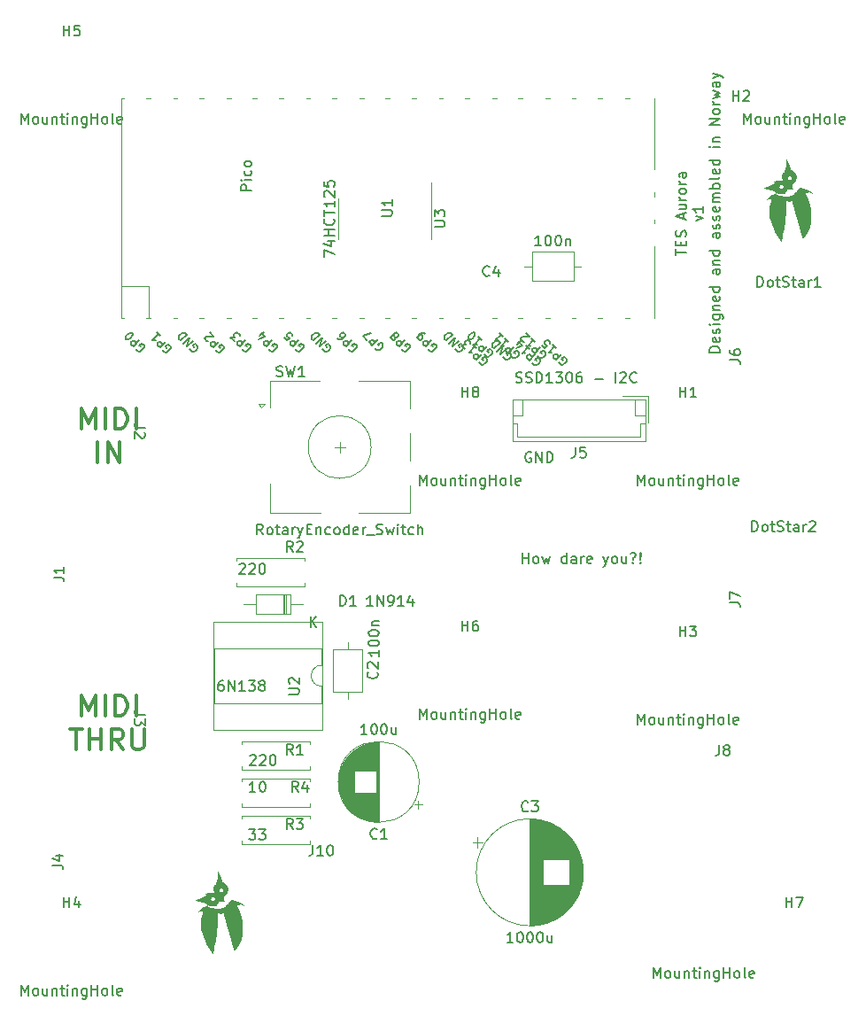
<source format=gbr>
%TF.GenerationSoftware,KiCad,Pcbnew,6.0.11+dfsg-1~bpo11+1*%
%TF.CreationDate,2025-04-08T23:08:16+02:00*%
%TF.ProjectId,v1,76312e6b-6963-4616-945f-706362585858,rev?*%
%TF.SameCoordinates,Original*%
%TF.FileFunction,Legend,Top*%
%TF.FilePolarity,Positive*%
%FSLAX46Y46*%
G04 Gerber Fmt 4.6, Leading zero omitted, Abs format (unit mm)*
G04 Created by KiCad (PCBNEW 6.0.11+dfsg-1~bpo11+1) date 2025-04-08 23:08:16*
%MOMM*%
%LPD*%
G01*
G04 APERTURE LIST*
%ADD10C,0.150000*%
%ADD11C,0.300000*%
%ADD12C,0.120000*%
G04 APERTURE END LIST*
D10*
X137128952Y-88844380D02*
X137128952Y-87844380D01*
X137128952Y-88320571D02*
X137700380Y-88320571D01*
X137700380Y-88844380D02*
X137700380Y-87844380D01*
X138319428Y-88844380D02*
X138224190Y-88796761D01*
X138176571Y-88749142D01*
X138128952Y-88653904D01*
X138128952Y-88368190D01*
X138176571Y-88272952D01*
X138224190Y-88225333D01*
X138319428Y-88177714D01*
X138462285Y-88177714D01*
X138557523Y-88225333D01*
X138605142Y-88272952D01*
X138652761Y-88368190D01*
X138652761Y-88653904D01*
X138605142Y-88749142D01*
X138557523Y-88796761D01*
X138462285Y-88844380D01*
X138319428Y-88844380D01*
X138986095Y-88177714D02*
X139176571Y-88844380D01*
X139367047Y-88368190D01*
X139557523Y-88844380D01*
X139748000Y-88177714D01*
X141319428Y-88844380D02*
X141319428Y-87844380D01*
X141319428Y-88796761D02*
X141224190Y-88844380D01*
X141033714Y-88844380D01*
X140938476Y-88796761D01*
X140890857Y-88749142D01*
X140843238Y-88653904D01*
X140843238Y-88368190D01*
X140890857Y-88272952D01*
X140938476Y-88225333D01*
X141033714Y-88177714D01*
X141224190Y-88177714D01*
X141319428Y-88225333D01*
X142224190Y-88844380D02*
X142224190Y-88320571D01*
X142176571Y-88225333D01*
X142081333Y-88177714D01*
X141890857Y-88177714D01*
X141795619Y-88225333D01*
X142224190Y-88796761D02*
X142128952Y-88844380D01*
X141890857Y-88844380D01*
X141795619Y-88796761D01*
X141748000Y-88701523D01*
X141748000Y-88606285D01*
X141795619Y-88511047D01*
X141890857Y-88463428D01*
X142128952Y-88463428D01*
X142224190Y-88415809D01*
X142700380Y-88844380D02*
X142700380Y-88177714D01*
X142700380Y-88368190D02*
X142748000Y-88272952D01*
X142795619Y-88225333D01*
X142890857Y-88177714D01*
X142986095Y-88177714D01*
X143700380Y-88796761D02*
X143605142Y-88844380D01*
X143414666Y-88844380D01*
X143319428Y-88796761D01*
X143271809Y-88701523D01*
X143271809Y-88320571D01*
X143319428Y-88225333D01*
X143414666Y-88177714D01*
X143605142Y-88177714D01*
X143700380Y-88225333D01*
X143748000Y-88320571D01*
X143748000Y-88415809D01*
X143271809Y-88511047D01*
X144843238Y-88177714D02*
X145081333Y-88844380D01*
X145319428Y-88177714D02*
X145081333Y-88844380D01*
X144986095Y-89082476D01*
X144938476Y-89130095D01*
X144843238Y-89177714D01*
X145843238Y-88844380D02*
X145748000Y-88796761D01*
X145700380Y-88749142D01*
X145652761Y-88653904D01*
X145652761Y-88368190D01*
X145700380Y-88272952D01*
X145748000Y-88225333D01*
X145843238Y-88177714D01*
X145986095Y-88177714D01*
X146081333Y-88225333D01*
X146128952Y-88272952D01*
X146176571Y-88368190D01*
X146176571Y-88653904D01*
X146128952Y-88749142D01*
X146081333Y-88796761D01*
X145986095Y-88844380D01*
X145843238Y-88844380D01*
X147033714Y-88177714D02*
X147033714Y-88844380D01*
X146605142Y-88177714D02*
X146605142Y-88701523D01*
X146652761Y-88796761D01*
X146748000Y-88844380D01*
X146890857Y-88844380D01*
X146986095Y-88796761D01*
X147033714Y-88749142D01*
X147652761Y-88749142D02*
X147700380Y-88796761D01*
X147652761Y-88844380D01*
X147605142Y-88796761D01*
X147652761Y-88749142D01*
X147652761Y-88844380D01*
X147462285Y-87892000D02*
X147557523Y-87844380D01*
X147795619Y-87844380D01*
X147890857Y-87892000D01*
X147938476Y-87987238D01*
X147938476Y-88082476D01*
X147890857Y-88177714D01*
X147843238Y-88225333D01*
X147748000Y-88272952D01*
X147700380Y-88320571D01*
X147652761Y-88415809D01*
X147652761Y-88463428D01*
X148367047Y-88749142D02*
X148414666Y-88796761D01*
X148367047Y-88844380D01*
X148319428Y-88796761D01*
X148367047Y-88749142D01*
X148367047Y-88844380D01*
X148367047Y-88463428D02*
X148319428Y-87892000D01*
X148367047Y-87844380D01*
X148414666Y-87892000D01*
X148367047Y-88463428D01*
X148367047Y-87844380D01*
X151766380Y-59372000D02*
X151766380Y-58800571D01*
X152766380Y-59086285D02*
X151766380Y-59086285D01*
X152242571Y-58467238D02*
X152242571Y-58133904D01*
X152766380Y-57991047D02*
X152766380Y-58467238D01*
X151766380Y-58467238D01*
X151766380Y-57991047D01*
X152718761Y-57610095D02*
X152766380Y-57467238D01*
X152766380Y-57229142D01*
X152718761Y-57133904D01*
X152671142Y-57086285D01*
X152575904Y-57038666D01*
X152480666Y-57038666D01*
X152385428Y-57086285D01*
X152337809Y-57133904D01*
X152290190Y-57229142D01*
X152242571Y-57419619D01*
X152194952Y-57514857D01*
X152147333Y-57562476D01*
X152052095Y-57610095D01*
X151956857Y-57610095D01*
X151861619Y-57562476D01*
X151814000Y-57514857D01*
X151766380Y-57419619D01*
X151766380Y-57181523D01*
X151814000Y-57038666D01*
X152480666Y-55895809D02*
X152480666Y-55419619D01*
X152766380Y-55991047D02*
X151766380Y-55657714D01*
X152766380Y-55324380D01*
X152099714Y-54562476D02*
X152766380Y-54562476D01*
X152099714Y-54991047D02*
X152623523Y-54991047D01*
X152718761Y-54943428D01*
X152766380Y-54848190D01*
X152766380Y-54705333D01*
X152718761Y-54610095D01*
X152671142Y-54562476D01*
X152766380Y-54086285D02*
X152099714Y-54086285D01*
X152290190Y-54086285D02*
X152194952Y-54038666D01*
X152147333Y-53991047D01*
X152099714Y-53895809D01*
X152099714Y-53800571D01*
X152766380Y-53324380D02*
X152718761Y-53419619D01*
X152671142Y-53467238D01*
X152575904Y-53514857D01*
X152290190Y-53514857D01*
X152194952Y-53467238D01*
X152147333Y-53419619D01*
X152099714Y-53324380D01*
X152099714Y-53181523D01*
X152147333Y-53086285D01*
X152194952Y-53038666D01*
X152290190Y-52991047D01*
X152575904Y-52991047D01*
X152671142Y-53038666D01*
X152718761Y-53086285D01*
X152766380Y-53181523D01*
X152766380Y-53324380D01*
X152766380Y-52562476D02*
X152099714Y-52562476D01*
X152290190Y-52562476D02*
X152194952Y-52514857D01*
X152147333Y-52467238D01*
X152099714Y-52372000D01*
X152099714Y-52276761D01*
X152766380Y-51514857D02*
X152242571Y-51514857D01*
X152147333Y-51562476D01*
X152099714Y-51657714D01*
X152099714Y-51848190D01*
X152147333Y-51943428D01*
X152718761Y-51514857D02*
X152766380Y-51610095D01*
X152766380Y-51848190D01*
X152718761Y-51943428D01*
X152623523Y-51991047D01*
X152528285Y-51991047D01*
X152433047Y-51943428D01*
X152385428Y-51848190D01*
X152385428Y-51610095D01*
X152337809Y-51514857D01*
X153709714Y-56086285D02*
X154376380Y-55848190D01*
X153709714Y-55610095D01*
X154376380Y-54705333D02*
X154376380Y-55276761D01*
X154376380Y-54991047D02*
X153376380Y-54991047D01*
X153519238Y-55086285D01*
X153614476Y-55181523D01*
X153662095Y-55276761D01*
X155986380Y-68657714D02*
X154986380Y-68657714D01*
X154986380Y-68419619D01*
X155034000Y-68276761D01*
X155129238Y-68181523D01*
X155224476Y-68133904D01*
X155414952Y-68086285D01*
X155557809Y-68086285D01*
X155748285Y-68133904D01*
X155843523Y-68181523D01*
X155938761Y-68276761D01*
X155986380Y-68419619D01*
X155986380Y-68657714D01*
X155938761Y-67276761D02*
X155986380Y-67372000D01*
X155986380Y-67562476D01*
X155938761Y-67657714D01*
X155843523Y-67705333D01*
X155462571Y-67705333D01*
X155367333Y-67657714D01*
X155319714Y-67562476D01*
X155319714Y-67372000D01*
X155367333Y-67276761D01*
X155462571Y-67229142D01*
X155557809Y-67229142D01*
X155653047Y-67705333D01*
X155938761Y-66848190D02*
X155986380Y-66752952D01*
X155986380Y-66562476D01*
X155938761Y-66467238D01*
X155843523Y-66419619D01*
X155795904Y-66419619D01*
X155700666Y-66467238D01*
X155653047Y-66562476D01*
X155653047Y-66705333D01*
X155605428Y-66800571D01*
X155510190Y-66848190D01*
X155462571Y-66848190D01*
X155367333Y-66800571D01*
X155319714Y-66705333D01*
X155319714Y-66562476D01*
X155367333Y-66467238D01*
X155986380Y-65991047D02*
X155319714Y-65991047D01*
X154986380Y-65991047D02*
X155034000Y-66038666D01*
X155081619Y-65991047D01*
X155034000Y-65943428D01*
X154986380Y-65991047D01*
X155081619Y-65991047D01*
X155319714Y-65086285D02*
X156129238Y-65086285D01*
X156224476Y-65133904D01*
X156272095Y-65181523D01*
X156319714Y-65276761D01*
X156319714Y-65419619D01*
X156272095Y-65514857D01*
X155938761Y-65086285D02*
X155986380Y-65181523D01*
X155986380Y-65372000D01*
X155938761Y-65467238D01*
X155891142Y-65514857D01*
X155795904Y-65562476D01*
X155510190Y-65562476D01*
X155414952Y-65514857D01*
X155367333Y-65467238D01*
X155319714Y-65372000D01*
X155319714Y-65181523D01*
X155367333Y-65086285D01*
X155319714Y-64610095D02*
X155986380Y-64610095D01*
X155414952Y-64610095D02*
X155367333Y-64562476D01*
X155319714Y-64467238D01*
X155319714Y-64324380D01*
X155367333Y-64229142D01*
X155462571Y-64181523D01*
X155986380Y-64181523D01*
X155938761Y-63324380D02*
X155986380Y-63419619D01*
X155986380Y-63610095D01*
X155938761Y-63705333D01*
X155843523Y-63752952D01*
X155462571Y-63752952D01*
X155367333Y-63705333D01*
X155319714Y-63610095D01*
X155319714Y-63419619D01*
X155367333Y-63324380D01*
X155462571Y-63276761D01*
X155557809Y-63276761D01*
X155653047Y-63752952D01*
X155986380Y-62419619D02*
X154986380Y-62419619D01*
X155938761Y-62419619D02*
X155986380Y-62514857D01*
X155986380Y-62705333D01*
X155938761Y-62800571D01*
X155891142Y-62848190D01*
X155795904Y-62895809D01*
X155510190Y-62895809D01*
X155414952Y-62848190D01*
X155367333Y-62800571D01*
X155319714Y-62705333D01*
X155319714Y-62514857D01*
X155367333Y-62419619D01*
X155986380Y-60752952D02*
X155462571Y-60752952D01*
X155367333Y-60800571D01*
X155319714Y-60895809D01*
X155319714Y-61086285D01*
X155367333Y-61181523D01*
X155938761Y-60752952D02*
X155986380Y-60848190D01*
X155986380Y-61086285D01*
X155938761Y-61181523D01*
X155843523Y-61229142D01*
X155748285Y-61229142D01*
X155653047Y-61181523D01*
X155605428Y-61086285D01*
X155605428Y-60848190D01*
X155557809Y-60752952D01*
X155319714Y-60276761D02*
X155986380Y-60276761D01*
X155414952Y-60276761D02*
X155367333Y-60229142D01*
X155319714Y-60133904D01*
X155319714Y-59991047D01*
X155367333Y-59895809D01*
X155462571Y-59848190D01*
X155986380Y-59848190D01*
X155986380Y-58943428D02*
X154986380Y-58943428D01*
X155938761Y-58943428D02*
X155986380Y-59038666D01*
X155986380Y-59229142D01*
X155938761Y-59324380D01*
X155891142Y-59372000D01*
X155795904Y-59419619D01*
X155510190Y-59419619D01*
X155414952Y-59372000D01*
X155367333Y-59324380D01*
X155319714Y-59229142D01*
X155319714Y-59038666D01*
X155367333Y-58943428D01*
X155986380Y-57276761D02*
X155462571Y-57276761D01*
X155367333Y-57324380D01*
X155319714Y-57419619D01*
X155319714Y-57610095D01*
X155367333Y-57705333D01*
X155938761Y-57276761D02*
X155986380Y-57372000D01*
X155986380Y-57610095D01*
X155938761Y-57705333D01*
X155843523Y-57752952D01*
X155748285Y-57752952D01*
X155653047Y-57705333D01*
X155605428Y-57610095D01*
X155605428Y-57372000D01*
X155557809Y-57276761D01*
X155938761Y-56848190D02*
X155986380Y-56752952D01*
X155986380Y-56562476D01*
X155938761Y-56467238D01*
X155843523Y-56419619D01*
X155795904Y-56419619D01*
X155700666Y-56467238D01*
X155653047Y-56562476D01*
X155653047Y-56705333D01*
X155605428Y-56800571D01*
X155510190Y-56848190D01*
X155462571Y-56848190D01*
X155367333Y-56800571D01*
X155319714Y-56705333D01*
X155319714Y-56562476D01*
X155367333Y-56467238D01*
X155938761Y-56038666D02*
X155986380Y-55943428D01*
X155986380Y-55752952D01*
X155938761Y-55657714D01*
X155843523Y-55610095D01*
X155795904Y-55610095D01*
X155700666Y-55657714D01*
X155653047Y-55752952D01*
X155653047Y-55895809D01*
X155605428Y-55991047D01*
X155510190Y-56038666D01*
X155462571Y-56038666D01*
X155367333Y-55991047D01*
X155319714Y-55895809D01*
X155319714Y-55752952D01*
X155367333Y-55657714D01*
X155938761Y-54800571D02*
X155986380Y-54895809D01*
X155986380Y-55086285D01*
X155938761Y-55181523D01*
X155843523Y-55229142D01*
X155462571Y-55229142D01*
X155367333Y-55181523D01*
X155319714Y-55086285D01*
X155319714Y-54895809D01*
X155367333Y-54800571D01*
X155462571Y-54752952D01*
X155557809Y-54752952D01*
X155653047Y-55229142D01*
X155986380Y-54324380D02*
X155319714Y-54324380D01*
X155414952Y-54324380D02*
X155367333Y-54276761D01*
X155319714Y-54181523D01*
X155319714Y-54038666D01*
X155367333Y-53943428D01*
X155462571Y-53895809D01*
X155986380Y-53895809D01*
X155462571Y-53895809D02*
X155367333Y-53848190D01*
X155319714Y-53752952D01*
X155319714Y-53610095D01*
X155367333Y-53514857D01*
X155462571Y-53467238D01*
X155986380Y-53467238D01*
X155986380Y-52991047D02*
X154986380Y-52991047D01*
X155367333Y-52991047D02*
X155319714Y-52895809D01*
X155319714Y-52705333D01*
X155367333Y-52610095D01*
X155414952Y-52562476D01*
X155510190Y-52514857D01*
X155795904Y-52514857D01*
X155891142Y-52562476D01*
X155938761Y-52610095D01*
X155986380Y-52705333D01*
X155986380Y-52895809D01*
X155938761Y-52991047D01*
X155986380Y-51943428D02*
X155938761Y-52038666D01*
X155843523Y-52086285D01*
X154986380Y-52086285D01*
X155938761Y-51181523D02*
X155986380Y-51276761D01*
X155986380Y-51467238D01*
X155938761Y-51562476D01*
X155843523Y-51610095D01*
X155462571Y-51610095D01*
X155367333Y-51562476D01*
X155319714Y-51467238D01*
X155319714Y-51276761D01*
X155367333Y-51181523D01*
X155462571Y-51133904D01*
X155557809Y-51133904D01*
X155653047Y-51610095D01*
X155986380Y-50276761D02*
X154986380Y-50276761D01*
X155938761Y-50276761D02*
X155986380Y-50372000D01*
X155986380Y-50562476D01*
X155938761Y-50657714D01*
X155891142Y-50705333D01*
X155795904Y-50752952D01*
X155510190Y-50752952D01*
X155414952Y-50705333D01*
X155367333Y-50657714D01*
X155319714Y-50562476D01*
X155319714Y-50372000D01*
X155367333Y-50276761D01*
X155986380Y-49038666D02*
X155319714Y-49038666D01*
X154986380Y-49038666D02*
X155034000Y-49086285D01*
X155081619Y-49038666D01*
X155034000Y-48991047D01*
X154986380Y-49038666D01*
X155081619Y-49038666D01*
X155319714Y-48562476D02*
X155986380Y-48562476D01*
X155414952Y-48562476D02*
X155367333Y-48514857D01*
X155319714Y-48419619D01*
X155319714Y-48276761D01*
X155367333Y-48181523D01*
X155462571Y-48133904D01*
X155986380Y-48133904D01*
X155986380Y-46895809D02*
X154986380Y-46895809D01*
X155986380Y-46324380D01*
X154986380Y-46324380D01*
X155986380Y-45705333D02*
X155938761Y-45800571D01*
X155891142Y-45848190D01*
X155795904Y-45895809D01*
X155510190Y-45895809D01*
X155414952Y-45848190D01*
X155367333Y-45800571D01*
X155319714Y-45705333D01*
X155319714Y-45562476D01*
X155367333Y-45467238D01*
X155414952Y-45419619D01*
X155510190Y-45372000D01*
X155795904Y-45372000D01*
X155891142Y-45419619D01*
X155938761Y-45467238D01*
X155986380Y-45562476D01*
X155986380Y-45705333D01*
X155986380Y-44943428D02*
X155319714Y-44943428D01*
X155510190Y-44943428D02*
X155414952Y-44895809D01*
X155367333Y-44848190D01*
X155319714Y-44752952D01*
X155319714Y-44657714D01*
X155319714Y-44419619D02*
X155986380Y-44229142D01*
X155510190Y-44038666D01*
X155986380Y-43848190D01*
X155319714Y-43657714D01*
X155986380Y-42848190D02*
X155462571Y-42848190D01*
X155367333Y-42895809D01*
X155319714Y-42991047D01*
X155319714Y-43181523D01*
X155367333Y-43276761D01*
X155938761Y-42848190D02*
X155986380Y-42943428D01*
X155986380Y-43181523D01*
X155938761Y-43276761D01*
X155843523Y-43324380D01*
X155748285Y-43324380D01*
X155653047Y-43276761D01*
X155605428Y-43181523D01*
X155605428Y-42943428D01*
X155557809Y-42848190D01*
X155319714Y-42467238D02*
X155986380Y-42229142D01*
X155319714Y-41991047D02*
X155986380Y-42229142D01*
X156224476Y-42324380D01*
X156272095Y-42372000D01*
X156319714Y-42467238D01*
D11*
X94916952Y-103434761D02*
X94916952Y-101434761D01*
X95583619Y-102863333D01*
X96250285Y-101434761D01*
X96250285Y-103434761D01*
X97202666Y-103434761D02*
X97202666Y-101434761D01*
X98155047Y-103434761D02*
X98155047Y-101434761D01*
X98631238Y-101434761D01*
X98916952Y-101530000D01*
X99107428Y-101720476D01*
X99202666Y-101910952D01*
X99297904Y-102291904D01*
X99297904Y-102577619D01*
X99202666Y-102958571D01*
X99107428Y-103149047D01*
X98916952Y-103339523D01*
X98631238Y-103434761D01*
X98155047Y-103434761D01*
X100155047Y-103434761D02*
X100155047Y-101434761D01*
X93869333Y-104654761D02*
X95012190Y-104654761D01*
X94440761Y-106654761D02*
X94440761Y-104654761D01*
X95678857Y-106654761D02*
X95678857Y-104654761D01*
X95678857Y-105607142D02*
X96821714Y-105607142D01*
X96821714Y-106654761D02*
X96821714Y-104654761D01*
X98916952Y-106654761D02*
X98250285Y-105702380D01*
X97774095Y-106654761D02*
X97774095Y-104654761D01*
X98536000Y-104654761D01*
X98726476Y-104750000D01*
X98821714Y-104845238D01*
X98916952Y-105035714D01*
X98916952Y-105321428D01*
X98821714Y-105511904D01*
X98726476Y-105607142D01*
X98536000Y-105702380D01*
X97774095Y-105702380D01*
X99774095Y-104654761D02*
X99774095Y-106273809D01*
X99869333Y-106464285D01*
X99964571Y-106559523D01*
X100155047Y-106654761D01*
X100536000Y-106654761D01*
X100726476Y-106559523D01*
X100821714Y-106464285D01*
X100916952Y-106273809D01*
X100916952Y-104654761D01*
X94916952Y-76002761D02*
X94916952Y-74002761D01*
X95583619Y-75431333D01*
X96250285Y-74002761D01*
X96250285Y-76002761D01*
X97202666Y-76002761D02*
X97202666Y-74002761D01*
X98155047Y-76002761D02*
X98155047Y-74002761D01*
X98631238Y-74002761D01*
X98916952Y-74098000D01*
X99107428Y-74288476D01*
X99202666Y-74478952D01*
X99297904Y-74859904D01*
X99297904Y-75145619D01*
X99202666Y-75526571D01*
X99107428Y-75717047D01*
X98916952Y-75907523D01*
X98631238Y-76002761D01*
X98155047Y-76002761D01*
X100155047Y-76002761D02*
X100155047Y-74002761D01*
X96488380Y-79222761D02*
X96488380Y-77222761D01*
X97440761Y-79222761D02*
X97440761Y-77222761D01*
X98583619Y-79222761D01*
X98583619Y-77222761D01*
D10*
X137922095Y-78240000D02*
X137826857Y-78192380D01*
X137684000Y-78192380D01*
X137541142Y-78240000D01*
X137445904Y-78335238D01*
X137398285Y-78430476D01*
X137350666Y-78620952D01*
X137350666Y-78763809D01*
X137398285Y-78954285D01*
X137445904Y-79049523D01*
X137541142Y-79144761D01*
X137684000Y-79192380D01*
X137779238Y-79192380D01*
X137922095Y-79144761D01*
X137969714Y-79097142D01*
X137969714Y-78763809D01*
X137779238Y-78763809D01*
X138398285Y-79192380D02*
X138398285Y-78192380D01*
X138969714Y-79192380D01*
X138969714Y-78192380D01*
X139445904Y-79192380D02*
X139445904Y-78192380D01*
X139684000Y-78192380D01*
X139826857Y-78240000D01*
X139922095Y-78335238D01*
X139969714Y-78430476D01*
X140017333Y-78620952D01*
X140017333Y-78763809D01*
X139969714Y-78954285D01*
X139922095Y-79049523D01*
X139826857Y-79144761D01*
X139684000Y-79192380D01*
X139445904Y-79192380D01*
X159052000Y-85796380D02*
X159052000Y-84796380D01*
X159290095Y-84796380D01*
X159432952Y-84844000D01*
X159528190Y-84939238D01*
X159575809Y-85034476D01*
X159623428Y-85224952D01*
X159623428Y-85367809D01*
X159575809Y-85558285D01*
X159528190Y-85653523D01*
X159432952Y-85748761D01*
X159290095Y-85796380D01*
X159052000Y-85796380D01*
X160194857Y-85796380D02*
X160099619Y-85748761D01*
X160052000Y-85701142D01*
X160004380Y-85605904D01*
X160004380Y-85320190D01*
X160052000Y-85224952D01*
X160099619Y-85177333D01*
X160194857Y-85129714D01*
X160337714Y-85129714D01*
X160432952Y-85177333D01*
X160480571Y-85224952D01*
X160528190Y-85320190D01*
X160528190Y-85605904D01*
X160480571Y-85701142D01*
X160432952Y-85748761D01*
X160337714Y-85796380D01*
X160194857Y-85796380D01*
X160813904Y-85129714D02*
X161194857Y-85129714D01*
X160956761Y-84796380D02*
X160956761Y-85653523D01*
X161004380Y-85748761D01*
X161099619Y-85796380D01*
X161194857Y-85796380D01*
X161480571Y-85748761D02*
X161623428Y-85796380D01*
X161861523Y-85796380D01*
X161956761Y-85748761D01*
X162004380Y-85701142D01*
X162052000Y-85605904D01*
X162052000Y-85510666D01*
X162004380Y-85415428D01*
X161956761Y-85367809D01*
X161861523Y-85320190D01*
X161671047Y-85272571D01*
X161575809Y-85224952D01*
X161528190Y-85177333D01*
X161480571Y-85082095D01*
X161480571Y-84986857D01*
X161528190Y-84891619D01*
X161575809Y-84844000D01*
X161671047Y-84796380D01*
X161909142Y-84796380D01*
X162052000Y-84844000D01*
X162337714Y-85129714D02*
X162718666Y-85129714D01*
X162480571Y-84796380D02*
X162480571Y-85653523D01*
X162528190Y-85748761D01*
X162623428Y-85796380D01*
X162718666Y-85796380D01*
X163480571Y-85796380D02*
X163480571Y-85272571D01*
X163432952Y-85177333D01*
X163337714Y-85129714D01*
X163147238Y-85129714D01*
X163052000Y-85177333D01*
X163480571Y-85748761D02*
X163385333Y-85796380D01*
X163147238Y-85796380D01*
X163052000Y-85748761D01*
X163004380Y-85653523D01*
X163004380Y-85558285D01*
X163052000Y-85463047D01*
X163147238Y-85415428D01*
X163385333Y-85415428D01*
X163480571Y-85367809D01*
X163956761Y-85796380D02*
X163956761Y-85129714D01*
X163956761Y-85320190D02*
X164004380Y-85224952D01*
X164052000Y-85177333D01*
X164147238Y-85129714D01*
X164242476Y-85129714D01*
X164528190Y-84891619D02*
X164575809Y-84844000D01*
X164671047Y-84796380D01*
X164909142Y-84796380D01*
X165004380Y-84844000D01*
X165052000Y-84891619D01*
X165099619Y-84986857D01*
X165099619Y-85082095D01*
X165052000Y-85224952D01*
X164480571Y-85796380D01*
X165099619Y-85796380D01*
X159560000Y-62428380D02*
X159560000Y-61428380D01*
X159798095Y-61428380D01*
X159940952Y-61476000D01*
X160036190Y-61571238D01*
X160083809Y-61666476D01*
X160131428Y-61856952D01*
X160131428Y-61999809D01*
X160083809Y-62190285D01*
X160036190Y-62285523D01*
X159940952Y-62380761D01*
X159798095Y-62428380D01*
X159560000Y-62428380D01*
X160702857Y-62428380D02*
X160607619Y-62380761D01*
X160560000Y-62333142D01*
X160512380Y-62237904D01*
X160512380Y-61952190D01*
X160560000Y-61856952D01*
X160607619Y-61809333D01*
X160702857Y-61761714D01*
X160845714Y-61761714D01*
X160940952Y-61809333D01*
X160988571Y-61856952D01*
X161036190Y-61952190D01*
X161036190Y-62237904D01*
X160988571Y-62333142D01*
X160940952Y-62380761D01*
X160845714Y-62428380D01*
X160702857Y-62428380D01*
X161321904Y-61761714D02*
X161702857Y-61761714D01*
X161464761Y-61428380D02*
X161464761Y-62285523D01*
X161512380Y-62380761D01*
X161607619Y-62428380D01*
X161702857Y-62428380D01*
X161988571Y-62380761D02*
X162131428Y-62428380D01*
X162369523Y-62428380D01*
X162464761Y-62380761D01*
X162512380Y-62333142D01*
X162560000Y-62237904D01*
X162560000Y-62142666D01*
X162512380Y-62047428D01*
X162464761Y-61999809D01*
X162369523Y-61952190D01*
X162179047Y-61904571D01*
X162083809Y-61856952D01*
X162036190Y-61809333D01*
X161988571Y-61714095D01*
X161988571Y-61618857D01*
X162036190Y-61523619D01*
X162083809Y-61476000D01*
X162179047Y-61428380D01*
X162417142Y-61428380D01*
X162560000Y-61476000D01*
X162845714Y-61761714D02*
X163226666Y-61761714D01*
X162988571Y-61428380D02*
X162988571Y-62285523D01*
X163036190Y-62380761D01*
X163131428Y-62428380D01*
X163226666Y-62428380D01*
X163988571Y-62428380D02*
X163988571Y-61904571D01*
X163940952Y-61809333D01*
X163845714Y-61761714D01*
X163655238Y-61761714D01*
X163560000Y-61809333D01*
X163988571Y-62380761D02*
X163893333Y-62428380D01*
X163655238Y-62428380D01*
X163560000Y-62380761D01*
X163512380Y-62285523D01*
X163512380Y-62190285D01*
X163560000Y-62095047D01*
X163655238Y-62047428D01*
X163893333Y-62047428D01*
X163988571Y-61999809D01*
X164464761Y-62428380D02*
X164464761Y-61761714D01*
X164464761Y-61952190D02*
X164512380Y-61856952D01*
X164560000Y-61809333D01*
X164655238Y-61761714D01*
X164750476Y-61761714D01*
X165607619Y-62428380D02*
X165036190Y-62428380D01*
X165321904Y-62428380D02*
X165321904Y-61428380D01*
X165226666Y-61571238D01*
X165131428Y-61666476D01*
X165036190Y-61714095D01*
%TO.C,R2*%
X115149333Y-87744380D02*
X114816000Y-87268190D01*
X114577904Y-87744380D02*
X114577904Y-86744380D01*
X114958857Y-86744380D01*
X115054095Y-86792000D01*
X115101714Y-86839619D01*
X115149333Y-86934857D01*
X115149333Y-87077714D01*
X115101714Y-87172952D01*
X115054095Y-87220571D01*
X114958857Y-87268190D01*
X114577904Y-87268190D01*
X115530285Y-86839619D02*
X115577904Y-86792000D01*
X115673142Y-86744380D01*
X115911238Y-86744380D01*
X116006476Y-86792000D01*
X116054095Y-86839619D01*
X116101714Y-86934857D01*
X116101714Y-87030095D01*
X116054095Y-87172952D01*
X115482666Y-87744380D01*
X116101714Y-87744380D01*
X110013904Y-88955619D02*
X110061523Y-88908000D01*
X110156761Y-88860380D01*
X110394857Y-88860380D01*
X110490095Y-88908000D01*
X110537714Y-88955619D01*
X110585333Y-89050857D01*
X110585333Y-89146095D01*
X110537714Y-89288952D01*
X109966285Y-89860380D01*
X110585333Y-89860380D01*
X110966285Y-88955619D02*
X111013904Y-88908000D01*
X111109142Y-88860380D01*
X111347238Y-88860380D01*
X111442476Y-88908000D01*
X111490095Y-88955619D01*
X111537714Y-89050857D01*
X111537714Y-89146095D01*
X111490095Y-89288952D01*
X110918666Y-89860380D01*
X111537714Y-89860380D01*
X112156761Y-88860380D02*
X112252000Y-88860380D01*
X112347238Y-88908000D01*
X112394857Y-88955619D01*
X112442476Y-89050857D01*
X112490095Y-89241333D01*
X112490095Y-89479428D01*
X112442476Y-89669904D01*
X112394857Y-89765142D01*
X112347238Y-89812761D01*
X112252000Y-89860380D01*
X112156761Y-89860380D01*
X112061523Y-89812761D01*
X112013904Y-89765142D01*
X111966285Y-89669904D01*
X111918666Y-89479428D01*
X111918666Y-89241333D01*
X111966285Y-89050857D01*
X112013904Y-88955619D01*
X112061523Y-88908000D01*
X112156761Y-88860380D01*
%TO.C,R1*%
X115149333Y-107132380D02*
X114816000Y-106656190D01*
X114577904Y-107132380D02*
X114577904Y-106132380D01*
X114958857Y-106132380D01*
X115054095Y-106180000D01*
X115101714Y-106227619D01*
X115149333Y-106322857D01*
X115149333Y-106465714D01*
X115101714Y-106560952D01*
X115054095Y-106608571D01*
X114958857Y-106656190D01*
X114577904Y-106656190D01*
X116101714Y-107132380D02*
X115530285Y-107132380D01*
X115816000Y-107132380D02*
X115816000Y-106132380D01*
X115720761Y-106275238D01*
X115625523Y-106370476D01*
X115530285Y-106418095D01*
X111029904Y-107243619D02*
X111077523Y-107196000D01*
X111172761Y-107148380D01*
X111410857Y-107148380D01*
X111506095Y-107196000D01*
X111553714Y-107243619D01*
X111601333Y-107338857D01*
X111601333Y-107434095D01*
X111553714Y-107576952D01*
X110982285Y-108148380D01*
X111601333Y-108148380D01*
X111982285Y-107243619D02*
X112029904Y-107196000D01*
X112125142Y-107148380D01*
X112363238Y-107148380D01*
X112458476Y-107196000D01*
X112506095Y-107243619D01*
X112553714Y-107338857D01*
X112553714Y-107434095D01*
X112506095Y-107576952D01*
X111934666Y-108148380D01*
X112553714Y-108148380D01*
X113172761Y-107148380D02*
X113268000Y-107148380D01*
X113363238Y-107196000D01*
X113410857Y-107243619D01*
X113458476Y-107338857D01*
X113506095Y-107529333D01*
X113506095Y-107767428D01*
X113458476Y-107957904D01*
X113410857Y-108053142D01*
X113363238Y-108100761D01*
X113268000Y-108148380D01*
X113172761Y-108148380D01*
X113077523Y-108100761D01*
X113029904Y-108053142D01*
X112982285Y-107957904D01*
X112934666Y-107767428D01*
X112934666Y-107529333D01*
X112982285Y-107338857D01*
X113029904Y-107243619D01*
X113077523Y-107196000D01*
X113172761Y-107148380D01*
%TO.C,C2*%
X123173142Y-99226666D02*
X123220761Y-99274285D01*
X123268380Y-99417142D01*
X123268380Y-99512380D01*
X123220761Y-99655238D01*
X123125523Y-99750476D01*
X123030285Y-99798095D01*
X122839809Y-99845714D01*
X122696952Y-99845714D01*
X122506476Y-99798095D01*
X122411238Y-99750476D01*
X122316000Y-99655238D01*
X122268380Y-99512380D01*
X122268380Y-99417142D01*
X122316000Y-99274285D01*
X122363619Y-99226666D01*
X122363619Y-98845714D02*
X122316000Y-98798095D01*
X122268380Y-98702857D01*
X122268380Y-98464761D01*
X122316000Y-98369523D01*
X122363619Y-98321904D01*
X122458857Y-98274285D01*
X122554095Y-98274285D01*
X122696952Y-98321904D01*
X123268380Y-98893333D01*
X123268380Y-98274285D01*
X123388380Y-97131047D02*
X123388380Y-97702476D01*
X123388380Y-97416761D02*
X122388380Y-97416761D01*
X122531238Y-97512000D01*
X122626476Y-97607238D01*
X122674095Y-97702476D01*
X122388380Y-96512000D02*
X122388380Y-96416761D01*
X122436000Y-96321523D01*
X122483619Y-96273904D01*
X122578857Y-96226285D01*
X122769333Y-96178666D01*
X123007428Y-96178666D01*
X123197904Y-96226285D01*
X123293142Y-96273904D01*
X123340761Y-96321523D01*
X123388380Y-96416761D01*
X123388380Y-96512000D01*
X123340761Y-96607238D01*
X123293142Y-96654857D01*
X123197904Y-96702476D01*
X123007428Y-96750095D01*
X122769333Y-96750095D01*
X122578857Y-96702476D01*
X122483619Y-96654857D01*
X122436000Y-96607238D01*
X122388380Y-96512000D01*
X122388380Y-95559619D02*
X122388380Y-95464380D01*
X122436000Y-95369142D01*
X122483619Y-95321523D01*
X122578857Y-95273904D01*
X122769333Y-95226285D01*
X123007428Y-95226285D01*
X123197904Y-95273904D01*
X123293142Y-95321523D01*
X123340761Y-95369142D01*
X123388380Y-95464380D01*
X123388380Y-95559619D01*
X123340761Y-95654857D01*
X123293142Y-95702476D01*
X123197904Y-95750095D01*
X123007428Y-95797714D01*
X122769333Y-95797714D01*
X122578857Y-95750095D01*
X122483619Y-95702476D01*
X122436000Y-95654857D01*
X122388380Y-95559619D01*
X122721714Y-94797714D02*
X123388380Y-94797714D01*
X122816952Y-94797714D02*
X122769333Y-94750095D01*
X122721714Y-94654857D01*
X122721714Y-94512000D01*
X122769333Y-94416761D01*
X122864571Y-94369142D01*
X123388380Y-94369142D01*
%TO.C,C4*%
X133945333Y-61317142D02*
X133897714Y-61364761D01*
X133754857Y-61412380D01*
X133659619Y-61412380D01*
X133516761Y-61364761D01*
X133421523Y-61269523D01*
X133373904Y-61174285D01*
X133326285Y-60983809D01*
X133326285Y-60840952D01*
X133373904Y-60650476D01*
X133421523Y-60555238D01*
X133516761Y-60460000D01*
X133659619Y-60412380D01*
X133754857Y-60412380D01*
X133897714Y-60460000D01*
X133945333Y-60507619D01*
X134802476Y-60745714D02*
X134802476Y-61412380D01*
X134564380Y-60364761D02*
X134326285Y-61079047D01*
X134945333Y-61079047D01*
X138894952Y-58484380D02*
X138323523Y-58484380D01*
X138609238Y-58484380D02*
X138609238Y-57484380D01*
X138514000Y-57627238D01*
X138418761Y-57722476D01*
X138323523Y-57770095D01*
X139514000Y-57484380D02*
X139609238Y-57484380D01*
X139704476Y-57532000D01*
X139752095Y-57579619D01*
X139799714Y-57674857D01*
X139847333Y-57865333D01*
X139847333Y-58103428D01*
X139799714Y-58293904D01*
X139752095Y-58389142D01*
X139704476Y-58436761D01*
X139609238Y-58484380D01*
X139514000Y-58484380D01*
X139418761Y-58436761D01*
X139371142Y-58389142D01*
X139323523Y-58293904D01*
X139275904Y-58103428D01*
X139275904Y-57865333D01*
X139323523Y-57674857D01*
X139371142Y-57579619D01*
X139418761Y-57532000D01*
X139514000Y-57484380D01*
X140466380Y-57484380D02*
X140561619Y-57484380D01*
X140656857Y-57532000D01*
X140704476Y-57579619D01*
X140752095Y-57674857D01*
X140799714Y-57865333D01*
X140799714Y-58103428D01*
X140752095Y-58293904D01*
X140704476Y-58389142D01*
X140656857Y-58436761D01*
X140561619Y-58484380D01*
X140466380Y-58484380D01*
X140371142Y-58436761D01*
X140323523Y-58389142D01*
X140275904Y-58293904D01*
X140228285Y-58103428D01*
X140228285Y-57865333D01*
X140275904Y-57674857D01*
X140323523Y-57579619D01*
X140371142Y-57532000D01*
X140466380Y-57484380D01*
X141228285Y-57817714D02*
X141228285Y-58484380D01*
X141228285Y-57912952D02*
X141275904Y-57865333D01*
X141371142Y-57817714D01*
X141514000Y-57817714D01*
X141609238Y-57865333D01*
X141656857Y-57960571D01*
X141656857Y-58484380D01*
%TO.C,D1*%
X119657904Y-92908380D02*
X119657904Y-91908380D01*
X119896000Y-91908380D01*
X120038857Y-91956000D01*
X120134095Y-92051238D01*
X120181714Y-92146476D01*
X120229333Y-92336952D01*
X120229333Y-92479809D01*
X120181714Y-92670285D01*
X120134095Y-92765523D01*
X120038857Y-92860761D01*
X119896000Y-92908380D01*
X119657904Y-92908380D01*
X121181714Y-92908380D02*
X120610285Y-92908380D01*
X120896000Y-92908380D02*
X120896000Y-91908380D01*
X120800761Y-92051238D01*
X120705523Y-92146476D01*
X120610285Y-92194095D01*
X122793333Y-92908380D02*
X122221904Y-92908380D01*
X122507619Y-92908380D02*
X122507619Y-91908380D01*
X122412380Y-92051238D01*
X122317142Y-92146476D01*
X122221904Y-92194095D01*
X123221904Y-92908380D02*
X123221904Y-91908380D01*
X123793333Y-92908380D01*
X123793333Y-91908380D01*
X124317142Y-92908380D02*
X124507619Y-92908380D01*
X124602857Y-92860761D01*
X124650476Y-92813142D01*
X124745714Y-92670285D01*
X124793333Y-92479809D01*
X124793333Y-92098857D01*
X124745714Y-92003619D01*
X124698095Y-91956000D01*
X124602857Y-91908380D01*
X124412380Y-91908380D01*
X124317142Y-91956000D01*
X124269523Y-92003619D01*
X124221904Y-92098857D01*
X124221904Y-92336952D01*
X124269523Y-92432190D01*
X124317142Y-92479809D01*
X124412380Y-92527428D01*
X124602857Y-92527428D01*
X124698095Y-92479809D01*
X124745714Y-92432190D01*
X124793333Y-92336952D01*
X125745714Y-92908380D02*
X125174285Y-92908380D01*
X125460000Y-92908380D02*
X125460000Y-91908380D01*
X125364761Y-92051238D01*
X125269523Y-92146476D01*
X125174285Y-92194095D01*
X126602857Y-92241714D02*
X126602857Y-92908380D01*
X126364761Y-91860761D02*
X126126666Y-92575047D01*
X126745714Y-92575047D01*
X116832095Y-94912380D02*
X116832095Y-93912380D01*
X117403523Y-94912380D02*
X116974952Y-94340952D01*
X117403523Y-93912380D02*
X116832095Y-94483809D01*
%TO.C,R4*%
X115657333Y-110688380D02*
X115324000Y-110212190D01*
X115085904Y-110688380D02*
X115085904Y-109688380D01*
X115466857Y-109688380D01*
X115562095Y-109736000D01*
X115609714Y-109783619D01*
X115657333Y-109878857D01*
X115657333Y-110021714D01*
X115609714Y-110116952D01*
X115562095Y-110164571D01*
X115466857Y-110212190D01*
X115085904Y-110212190D01*
X116514476Y-110021714D02*
X116514476Y-110688380D01*
X116276380Y-109640761D02*
X116038285Y-110355047D01*
X116657333Y-110355047D01*
X111569523Y-110688380D02*
X110998095Y-110688380D01*
X111283809Y-110688380D02*
X111283809Y-109688380D01*
X111188571Y-109831238D01*
X111093333Y-109926476D01*
X110998095Y-109974095D01*
X112188571Y-109688380D02*
X112283809Y-109688380D01*
X112379047Y-109736000D01*
X112426666Y-109783619D01*
X112474285Y-109878857D01*
X112521904Y-110069333D01*
X112521904Y-110307428D01*
X112474285Y-110497904D01*
X112426666Y-110593142D01*
X112379047Y-110640761D01*
X112283809Y-110688380D01*
X112188571Y-110688380D01*
X112093333Y-110640761D01*
X112045714Y-110593142D01*
X111998095Y-110497904D01*
X111950476Y-110307428D01*
X111950476Y-110069333D01*
X111998095Y-109878857D01*
X112045714Y-109783619D01*
X112093333Y-109736000D01*
X112188571Y-109688380D01*
%TO.C,R3*%
X115149333Y-114244380D02*
X114816000Y-113768190D01*
X114577904Y-114244380D02*
X114577904Y-113244380D01*
X114958857Y-113244380D01*
X115054095Y-113292000D01*
X115101714Y-113339619D01*
X115149333Y-113434857D01*
X115149333Y-113577714D01*
X115101714Y-113672952D01*
X115054095Y-113720571D01*
X114958857Y-113768190D01*
X114577904Y-113768190D01*
X115482666Y-113244380D02*
X116101714Y-113244380D01*
X115768380Y-113625333D01*
X115911238Y-113625333D01*
X116006476Y-113672952D01*
X116054095Y-113720571D01*
X116101714Y-113815809D01*
X116101714Y-114053904D01*
X116054095Y-114149142D01*
X116006476Y-114196761D01*
X115911238Y-114244380D01*
X115625523Y-114244380D01*
X115530285Y-114196761D01*
X115482666Y-114149142D01*
X110950476Y-114260380D02*
X111569523Y-114260380D01*
X111236190Y-114641333D01*
X111379047Y-114641333D01*
X111474285Y-114688952D01*
X111521904Y-114736571D01*
X111569523Y-114831809D01*
X111569523Y-115069904D01*
X111521904Y-115165142D01*
X111474285Y-115212761D01*
X111379047Y-115260380D01*
X111093333Y-115260380D01*
X110998095Y-115212761D01*
X110950476Y-115165142D01*
X111902857Y-114260380D02*
X112521904Y-114260380D01*
X112188571Y-114641333D01*
X112331428Y-114641333D01*
X112426666Y-114688952D01*
X112474285Y-114736571D01*
X112521904Y-114831809D01*
X112521904Y-115069904D01*
X112474285Y-115165142D01*
X112426666Y-115212761D01*
X112331428Y-115260380D01*
X112045714Y-115260380D01*
X111950476Y-115212761D01*
X111902857Y-115165142D01*
%TO.C,H3*%
X152146095Y-95820380D02*
X152146095Y-94820380D01*
X152146095Y-95296571D02*
X152717523Y-95296571D01*
X152717523Y-95820380D02*
X152717523Y-94820380D01*
X153098476Y-94820380D02*
X153717523Y-94820380D01*
X153384190Y-95201333D01*
X153527047Y-95201333D01*
X153622285Y-95248952D01*
X153669904Y-95296571D01*
X153717523Y-95391809D01*
X153717523Y-95629904D01*
X153669904Y-95725142D01*
X153622285Y-95772761D01*
X153527047Y-95820380D01*
X153241333Y-95820380D01*
X153146095Y-95772761D01*
X153098476Y-95725142D01*
X148122285Y-104220380D02*
X148122285Y-103220380D01*
X148455619Y-103934666D01*
X148788952Y-103220380D01*
X148788952Y-104220380D01*
X149408000Y-104220380D02*
X149312761Y-104172761D01*
X149265142Y-104125142D01*
X149217523Y-104029904D01*
X149217523Y-103744190D01*
X149265142Y-103648952D01*
X149312761Y-103601333D01*
X149408000Y-103553714D01*
X149550857Y-103553714D01*
X149646095Y-103601333D01*
X149693714Y-103648952D01*
X149741333Y-103744190D01*
X149741333Y-104029904D01*
X149693714Y-104125142D01*
X149646095Y-104172761D01*
X149550857Y-104220380D01*
X149408000Y-104220380D01*
X150598476Y-103553714D02*
X150598476Y-104220380D01*
X150169904Y-103553714D02*
X150169904Y-104077523D01*
X150217523Y-104172761D01*
X150312761Y-104220380D01*
X150455619Y-104220380D01*
X150550857Y-104172761D01*
X150598476Y-104125142D01*
X151074666Y-103553714D02*
X151074666Y-104220380D01*
X151074666Y-103648952D02*
X151122285Y-103601333D01*
X151217523Y-103553714D01*
X151360380Y-103553714D01*
X151455619Y-103601333D01*
X151503238Y-103696571D01*
X151503238Y-104220380D01*
X151836571Y-103553714D02*
X152217523Y-103553714D01*
X151979428Y-103220380D02*
X151979428Y-104077523D01*
X152027047Y-104172761D01*
X152122285Y-104220380D01*
X152217523Y-104220380D01*
X152550857Y-104220380D02*
X152550857Y-103553714D01*
X152550857Y-103220380D02*
X152503238Y-103268000D01*
X152550857Y-103315619D01*
X152598476Y-103268000D01*
X152550857Y-103220380D01*
X152550857Y-103315619D01*
X153027047Y-103553714D02*
X153027047Y-104220380D01*
X153027047Y-103648952D02*
X153074666Y-103601333D01*
X153169904Y-103553714D01*
X153312761Y-103553714D01*
X153408000Y-103601333D01*
X153455619Y-103696571D01*
X153455619Y-104220380D01*
X154360380Y-103553714D02*
X154360380Y-104363238D01*
X154312761Y-104458476D01*
X154265142Y-104506095D01*
X154169904Y-104553714D01*
X154027047Y-104553714D01*
X153931809Y-104506095D01*
X154360380Y-104172761D02*
X154265142Y-104220380D01*
X154074666Y-104220380D01*
X153979428Y-104172761D01*
X153931809Y-104125142D01*
X153884190Y-104029904D01*
X153884190Y-103744190D01*
X153931809Y-103648952D01*
X153979428Y-103601333D01*
X154074666Y-103553714D01*
X154265142Y-103553714D01*
X154360380Y-103601333D01*
X154836571Y-104220380D02*
X154836571Y-103220380D01*
X154836571Y-103696571D02*
X155408000Y-103696571D01*
X155408000Y-104220380D02*
X155408000Y-103220380D01*
X156027047Y-104220380D02*
X155931809Y-104172761D01*
X155884190Y-104125142D01*
X155836571Y-104029904D01*
X155836571Y-103744190D01*
X155884190Y-103648952D01*
X155931809Y-103601333D01*
X156027047Y-103553714D01*
X156169904Y-103553714D01*
X156265142Y-103601333D01*
X156312761Y-103648952D01*
X156360380Y-103744190D01*
X156360380Y-104029904D01*
X156312761Y-104125142D01*
X156265142Y-104172761D01*
X156169904Y-104220380D01*
X156027047Y-104220380D01*
X156931809Y-104220380D02*
X156836571Y-104172761D01*
X156788952Y-104077523D01*
X156788952Y-103220380D01*
X157693714Y-104172761D02*
X157598476Y-104220380D01*
X157408000Y-104220380D01*
X157312761Y-104172761D01*
X157265142Y-104077523D01*
X157265142Y-103696571D01*
X157312761Y-103601333D01*
X157408000Y-103553714D01*
X157598476Y-103553714D01*
X157693714Y-103601333D01*
X157741333Y-103696571D01*
X157741333Y-103791809D01*
X157265142Y-103887047D01*
%TO.C,U2*%
X114768380Y-101345904D02*
X115577904Y-101345904D01*
X115673142Y-101298285D01*
X115720761Y-101250666D01*
X115768380Y-101155428D01*
X115768380Y-100964952D01*
X115720761Y-100869714D01*
X115673142Y-100822095D01*
X115577904Y-100774476D01*
X114768380Y-100774476D01*
X114863619Y-100345904D02*
X114816000Y-100298285D01*
X114768380Y-100203047D01*
X114768380Y-99964952D01*
X114816000Y-99869714D01*
X114863619Y-99822095D01*
X114958857Y-99774476D01*
X115054095Y-99774476D01*
X115196952Y-99822095D01*
X115768380Y-100393523D01*
X115768380Y-99774476D01*
X108474095Y-100036380D02*
X108283619Y-100036380D01*
X108188380Y-100084000D01*
X108140761Y-100131619D01*
X108045523Y-100274476D01*
X107997904Y-100464952D01*
X107997904Y-100845904D01*
X108045523Y-100941142D01*
X108093142Y-100988761D01*
X108188380Y-101036380D01*
X108378857Y-101036380D01*
X108474095Y-100988761D01*
X108521714Y-100941142D01*
X108569333Y-100845904D01*
X108569333Y-100607809D01*
X108521714Y-100512571D01*
X108474095Y-100464952D01*
X108378857Y-100417333D01*
X108188380Y-100417333D01*
X108093142Y-100464952D01*
X108045523Y-100512571D01*
X107997904Y-100607809D01*
X108997904Y-101036380D02*
X108997904Y-100036380D01*
X109569333Y-101036380D01*
X109569333Y-100036380D01*
X110569333Y-101036380D02*
X109997904Y-101036380D01*
X110283619Y-101036380D02*
X110283619Y-100036380D01*
X110188380Y-100179238D01*
X110093142Y-100274476D01*
X109997904Y-100322095D01*
X110902666Y-100036380D02*
X111521714Y-100036380D01*
X111188380Y-100417333D01*
X111331238Y-100417333D01*
X111426476Y-100464952D01*
X111474095Y-100512571D01*
X111521714Y-100607809D01*
X111521714Y-100845904D01*
X111474095Y-100941142D01*
X111426476Y-100988761D01*
X111331238Y-101036380D01*
X111045523Y-101036380D01*
X110950285Y-100988761D01*
X110902666Y-100941142D01*
X112093142Y-100464952D02*
X111997904Y-100417333D01*
X111950285Y-100369714D01*
X111902666Y-100274476D01*
X111902666Y-100226857D01*
X111950285Y-100131619D01*
X111997904Y-100084000D01*
X112093142Y-100036380D01*
X112283619Y-100036380D01*
X112378857Y-100084000D01*
X112426476Y-100131619D01*
X112474095Y-100226857D01*
X112474095Y-100274476D01*
X112426476Y-100369714D01*
X112378857Y-100417333D01*
X112283619Y-100464952D01*
X112093142Y-100464952D01*
X111997904Y-100512571D01*
X111950285Y-100560190D01*
X111902666Y-100655428D01*
X111902666Y-100845904D01*
X111950285Y-100941142D01*
X111997904Y-100988761D01*
X112093142Y-101036380D01*
X112283619Y-101036380D01*
X112378857Y-100988761D01*
X112426476Y-100941142D01*
X112474095Y-100845904D01*
X112474095Y-100655428D01*
X112426476Y-100560190D01*
X112378857Y-100512571D01*
X112283619Y-100464952D01*
%TO.C,H8*%
X131318095Y-72960380D02*
X131318095Y-71960380D01*
X131318095Y-72436571D02*
X131889523Y-72436571D01*
X131889523Y-72960380D02*
X131889523Y-71960380D01*
X132508571Y-72388952D02*
X132413333Y-72341333D01*
X132365714Y-72293714D01*
X132318095Y-72198476D01*
X132318095Y-72150857D01*
X132365714Y-72055619D01*
X132413333Y-72008000D01*
X132508571Y-71960380D01*
X132699047Y-71960380D01*
X132794285Y-72008000D01*
X132841904Y-72055619D01*
X132889523Y-72150857D01*
X132889523Y-72198476D01*
X132841904Y-72293714D01*
X132794285Y-72341333D01*
X132699047Y-72388952D01*
X132508571Y-72388952D01*
X132413333Y-72436571D01*
X132365714Y-72484190D01*
X132318095Y-72579428D01*
X132318095Y-72769904D01*
X132365714Y-72865142D01*
X132413333Y-72912761D01*
X132508571Y-72960380D01*
X132699047Y-72960380D01*
X132794285Y-72912761D01*
X132841904Y-72865142D01*
X132889523Y-72769904D01*
X132889523Y-72579428D01*
X132841904Y-72484190D01*
X132794285Y-72436571D01*
X132699047Y-72388952D01*
X127294285Y-81360380D02*
X127294285Y-80360380D01*
X127627619Y-81074666D01*
X127960952Y-80360380D01*
X127960952Y-81360380D01*
X128580000Y-81360380D02*
X128484761Y-81312761D01*
X128437142Y-81265142D01*
X128389523Y-81169904D01*
X128389523Y-80884190D01*
X128437142Y-80788952D01*
X128484761Y-80741333D01*
X128580000Y-80693714D01*
X128722857Y-80693714D01*
X128818095Y-80741333D01*
X128865714Y-80788952D01*
X128913333Y-80884190D01*
X128913333Y-81169904D01*
X128865714Y-81265142D01*
X128818095Y-81312761D01*
X128722857Y-81360380D01*
X128580000Y-81360380D01*
X129770476Y-80693714D02*
X129770476Y-81360380D01*
X129341904Y-80693714D02*
X129341904Y-81217523D01*
X129389523Y-81312761D01*
X129484761Y-81360380D01*
X129627619Y-81360380D01*
X129722857Y-81312761D01*
X129770476Y-81265142D01*
X130246666Y-80693714D02*
X130246666Y-81360380D01*
X130246666Y-80788952D02*
X130294285Y-80741333D01*
X130389523Y-80693714D01*
X130532380Y-80693714D01*
X130627619Y-80741333D01*
X130675238Y-80836571D01*
X130675238Y-81360380D01*
X131008571Y-80693714D02*
X131389523Y-80693714D01*
X131151428Y-80360380D02*
X131151428Y-81217523D01*
X131199047Y-81312761D01*
X131294285Y-81360380D01*
X131389523Y-81360380D01*
X131722857Y-81360380D02*
X131722857Y-80693714D01*
X131722857Y-80360380D02*
X131675238Y-80408000D01*
X131722857Y-80455619D01*
X131770476Y-80408000D01*
X131722857Y-80360380D01*
X131722857Y-80455619D01*
X132199047Y-80693714D02*
X132199047Y-81360380D01*
X132199047Y-80788952D02*
X132246666Y-80741333D01*
X132341904Y-80693714D01*
X132484761Y-80693714D01*
X132580000Y-80741333D01*
X132627619Y-80836571D01*
X132627619Y-81360380D01*
X133532380Y-80693714D02*
X133532380Y-81503238D01*
X133484761Y-81598476D01*
X133437142Y-81646095D01*
X133341904Y-81693714D01*
X133199047Y-81693714D01*
X133103809Y-81646095D01*
X133532380Y-81312761D02*
X133437142Y-81360380D01*
X133246666Y-81360380D01*
X133151428Y-81312761D01*
X133103809Y-81265142D01*
X133056190Y-81169904D01*
X133056190Y-80884190D01*
X133103809Y-80788952D01*
X133151428Y-80741333D01*
X133246666Y-80693714D01*
X133437142Y-80693714D01*
X133532380Y-80741333D01*
X134008571Y-81360380D02*
X134008571Y-80360380D01*
X134008571Y-80836571D02*
X134580000Y-80836571D01*
X134580000Y-81360380D02*
X134580000Y-80360380D01*
X135199047Y-81360380D02*
X135103809Y-81312761D01*
X135056190Y-81265142D01*
X135008571Y-81169904D01*
X135008571Y-80884190D01*
X135056190Y-80788952D01*
X135103809Y-80741333D01*
X135199047Y-80693714D01*
X135341904Y-80693714D01*
X135437142Y-80741333D01*
X135484761Y-80788952D01*
X135532380Y-80884190D01*
X135532380Y-81169904D01*
X135484761Y-81265142D01*
X135437142Y-81312761D01*
X135341904Y-81360380D01*
X135199047Y-81360380D01*
X136103809Y-81360380D02*
X136008571Y-81312761D01*
X135960952Y-81217523D01*
X135960952Y-80360380D01*
X136865714Y-81312761D02*
X136770476Y-81360380D01*
X136580000Y-81360380D01*
X136484761Y-81312761D01*
X136437142Y-81217523D01*
X136437142Y-80836571D01*
X136484761Y-80741333D01*
X136580000Y-80693714D01*
X136770476Y-80693714D01*
X136865714Y-80741333D01*
X136913333Y-80836571D01*
X136913333Y-80931809D01*
X136437142Y-81027047D01*
%TO.C,H6*%
X131318095Y-95312380D02*
X131318095Y-94312380D01*
X131318095Y-94788571D02*
X131889523Y-94788571D01*
X131889523Y-95312380D02*
X131889523Y-94312380D01*
X132794285Y-94312380D02*
X132603809Y-94312380D01*
X132508571Y-94360000D01*
X132460952Y-94407619D01*
X132365714Y-94550476D01*
X132318095Y-94740952D01*
X132318095Y-95121904D01*
X132365714Y-95217142D01*
X132413333Y-95264761D01*
X132508571Y-95312380D01*
X132699047Y-95312380D01*
X132794285Y-95264761D01*
X132841904Y-95217142D01*
X132889523Y-95121904D01*
X132889523Y-94883809D01*
X132841904Y-94788571D01*
X132794285Y-94740952D01*
X132699047Y-94693333D01*
X132508571Y-94693333D01*
X132413333Y-94740952D01*
X132365714Y-94788571D01*
X132318095Y-94883809D01*
X127294285Y-103712380D02*
X127294285Y-102712380D01*
X127627619Y-103426666D01*
X127960952Y-102712380D01*
X127960952Y-103712380D01*
X128580000Y-103712380D02*
X128484761Y-103664761D01*
X128437142Y-103617142D01*
X128389523Y-103521904D01*
X128389523Y-103236190D01*
X128437142Y-103140952D01*
X128484761Y-103093333D01*
X128580000Y-103045714D01*
X128722857Y-103045714D01*
X128818095Y-103093333D01*
X128865714Y-103140952D01*
X128913333Y-103236190D01*
X128913333Y-103521904D01*
X128865714Y-103617142D01*
X128818095Y-103664761D01*
X128722857Y-103712380D01*
X128580000Y-103712380D01*
X129770476Y-103045714D02*
X129770476Y-103712380D01*
X129341904Y-103045714D02*
X129341904Y-103569523D01*
X129389523Y-103664761D01*
X129484761Y-103712380D01*
X129627619Y-103712380D01*
X129722857Y-103664761D01*
X129770476Y-103617142D01*
X130246666Y-103045714D02*
X130246666Y-103712380D01*
X130246666Y-103140952D02*
X130294285Y-103093333D01*
X130389523Y-103045714D01*
X130532380Y-103045714D01*
X130627619Y-103093333D01*
X130675238Y-103188571D01*
X130675238Y-103712380D01*
X131008571Y-103045714D02*
X131389523Y-103045714D01*
X131151428Y-102712380D02*
X131151428Y-103569523D01*
X131199047Y-103664761D01*
X131294285Y-103712380D01*
X131389523Y-103712380D01*
X131722857Y-103712380D02*
X131722857Y-103045714D01*
X131722857Y-102712380D02*
X131675238Y-102760000D01*
X131722857Y-102807619D01*
X131770476Y-102760000D01*
X131722857Y-102712380D01*
X131722857Y-102807619D01*
X132199047Y-103045714D02*
X132199047Y-103712380D01*
X132199047Y-103140952D02*
X132246666Y-103093333D01*
X132341904Y-103045714D01*
X132484761Y-103045714D01*
X132580000Y-103093333D01*
X132627619Y-103188571D01*
X132627619Y-103712380D01*
X133532380Y-103045714D02*
X133532380Y-103855238D01*
X133484761Y-103950476D01*
X133437142Y-103998095D01*
X133341904Y-104045714D01*
X133199047Y-104045714D01*
X133103809Y-103998095D01*
X133532380Y-103664761D02*
X133437142Y-103712380D01*
X133246666Y-103712380D01*
X133151428Y-103664761D01*
X133103809Y-103617142D01*
X133056190Y-103521904D01*
X133056190Y-103236190D01*
X133103809Y-103140952D01*
X133151428Y-103093333D01*
X133246666Y-103045714D01*
X133437142Y-103045714D01*
X133532380Y-103093333D01*
X134008571Y-103712380D02*
X134008571Y-102712380D01*
X134008571Y-103188571D02*
X134580000Y-103188571D01*
X134580000Y-103712380D02*
X134580000Y-102712380D01*
X135199047Y-103712380D02*
X135103809Y-103664761D01*
X135056190Y-103617142D01*
X135008571Y-103521904D01*
X135008571Y-103236190D01*
X135056190Y-103140952D01*
X135103809Y-103093333D01*
X135199047Y-103045714D01*
X135341904Y-103045714D01*
X135437142Y-103093333D01*
X135484761Y-103140952D01*
X135532380Y-103236190D01*
X135532380Y-103521904D01*
X135484761Y-103617142D01*
X135437142Y-103664761D01*
X135341904Y-103712380D01*
X135199047Y-103712380D01*
X136103809Y-103712380D02*
X136008571Y-103664761D01*
X135960952Y-103569523D01*
X135960952Y-102712380D01*
X136865714Y-103664761D02*
X136770476Y-103712380D01*
X136580000Y-103712380D01*
X136484761Y-103664761D01*
X136437142Y-103569523D01*
X136437142Y-103188571D01*
X136484761Y-103093333D01*
X136580000Y-103045714D01*
X136770476Y-103045714D01*
X136865714Y-103093333D01*
X136913333Y-103188571D01*
X136913333Y-103283809D01*
X136437142Y-103379047D01*
%TO.C,SW1*%
X113596666Y-70928761D02*
X113739523Y-70976380D01*
X113977619Y-70976380D01*
X114072857Y-70928761D01*
X114120476Y-70881142D01*
X114168095Y-70785904D01*
X114168095Y-70690666D01*
X114120476Y-70595428D01*
X114072857Y-70547809D01*
X113977619Y-70500190D01*
X113787142Y-70452571D01*
X113691904Y-70404952D01*
X113644285Y-70357333D01*
X113596666Y-70262095D01*
X113596666Y-70166857D01*
X113644285Y-70071619D01*
X113691904Y-70024000D01*
X113787142Y-69976380D01*
X114025238Y-69976380D01*
X114168095Y-70024000D01*
X114501428Y-69976380D02*
X114739523Y-70976380D01*
X114930000Y-70262095D01*
X115120476Y-70976380D01*
X115358571Y-69976380D01*
X116263333Y-70976380D02*
X115691904Y-70976380D01*
X115977619Y-70976380D02*
X115977619Y-69976380D01*
X115882380Y-70119238D01*
X115787142Y-70214476D01*
X115691904Y-70262095D01*
X112296666Y-86076380D02*
X111963333Y-85600190D01*
X111725238Y-86076380D02*
X111725238Y-85076380D01*
X112106190Y-85076380D01*
X112201428Y-85124000D01*
X112249047Y-85171619D01*
X112296666Y-85266857D01*
X112296666Y-85409714D01*
X112249047Y-85504952D01*
X112201428Y-85552571D01*
X112106190Y-85600190D01*
X111725238Y-85600190D01*
X112868095Y-86076380D02*
X112772857Y-86028761D01*
X112725238Y-85981142D01*
X112677619Y-85885904D01*
X112677619Y-85600190D01*
X112725238Y-85504952D01*
X112772857Y-85457333D01*
X112868095Y-85409714D01*
X113010952Y-85409714D01*
X113106190Y-85457333D01*
X113153809Y-85504952D01*
X113201428Y-85600190D01*
X113201428Y-85885904D01*
X113153809Y-85981142D01*
X113106190Y-86028761D01*
X113010952Y-86076380D01*
X112868095Y-86076380D01*
X113487142Y-85409714D02*
X113868095Y-85409714D01*
X113630000Y-85076380D02*
X113630000Y-85933523D01*
X113677619Y-86028761D01*
X113772857Y-86076380D01*
X113868095Y-86076380D01*
X114630000Y-86076380D02*
X114630000Y-85552571D01*
X114582380Y-85457333D01*
X114487142Y-85409714D01*
X114296666Y-85409714D01*
X114201428Y-85457333D01*
X114630000Y-86028761D02*
X114534761Y-86076380D01*
X114296666Y-86076380D01*
X114201428Y-86028761D01*
X114153809Y-85933523D01*
X114153809Y-85838285D01*
X114201428Y-85743047D01*
X114296666Y-85695428D01*
X114534761Y-85695428D01*
X114630000Y-85647809D01*
X115106190Y-86076380D02*
X115106190Y-85409714D01*
X115106190Y-85600190D02*
X115153809Y-85504952D01*
X115201428Y-85457333D01*
X115296666Y-85409714D01*
X115391904Y-85409714D01*
X115630000Y-85409714D02*
X115868095Y-86076380D01*
X116106190Y-85409714D02*
X115868095Y-86076380D01*
X115772857Y-86314476D01*
X115725238Y-86362095D01*
X115630000Y-86409714D01*
X116487142Y-85552571D02*
X116820476Y-85552571D01*
X116963333Y-86076380D02*
X116487142Y-86076380D01*
X116487142Y-85076380D01*
X116963333Y-85076380D01*
X117391904Y-85409714D02*
X117391904Y-86076380D01*
X117391904Y-85504952D02*
X117439523Y-85457333D01*
X117534761Y-85409714D01*
X117677619Y-85409714D01*
X117772857Y-85457333D01*
X117820476Y-85552571D01*
X117820476Y-86076380D01*
X118725238Y-86028761D02*
X118630000Y-86076380D01*
X118439523Y-86076380D01*
X118344285Y-86028761D01*
X118296666Y-85981142D01*
X118249047Y-85885904D01*
X118249047Y-85600190D01*
X118296666Y-85504952D01*
X118344285Y-85457333D01*
X118439523Y-85409714D01*
X118630000Y-85409714D01*
X118725238Y-85457333D01*
X119296666Y-86076380D02*
X119201428Y-86028761D01*
X119153809Y-85981142D01*
X119106190Y-85885904D01*
X119106190Y-85600190D01*
X119153809Y-85504952D01*
X119201428Y-85457333D01*
X119296666Y-85409714D01*
X119439523Y-85409714D01*
X119534761Y-85457333D01*
X119582380Y-85504952D01*
X119630000Y-85600190D01*
X119630000Y-85885904D01*
X119582380Y-85981142D01*
X119534761Y-86028761D01*
X119439523Y-86076380D01*
X119296666Y-86076380D01*
X120487142Y-86076380D02*
X120487142Y-85076380D01*
X120487142Y-86028761D02*
X120391904Y-86076380D01*
X120201428Y-86076380D01*
X120106190Y-86028761D01*
X120058571Y-85981142D01*
X120010952Y-85885904D01*
X120010952Y-85600190D01*
X120058571Y-85504952D01*
X120106190Y-85457333D01*
X120201428Y-85409714D01*
X120391904Y-85409714D01*
X120487142Y-85457333D01*
X121344285Y-86028761D02*
X121249047Y-86076380D01*
X121058571Y-86076380D01*
X120963333Y-86028761D01*
X120915714Y-85933523D01*
X120915714Y-85552571D01*
X120963333Y-85457333D01*
X121058571Y-85409714D01*
X121249047Y-85409714D01*
X121344285Y-85457333D01*
X121391904Y-85552571D01*
X121391904Y-85647809D01*
X120915714Y-85743047D01*
X121820476Y-86076380D02*
X121820476Y-85409714D01*
X121820476Y-85600190D02*
X121868095Y-85504952D01*
X121915714Y-85457333D01*
X122010952Y-85409714D01*
X122106190Y-85409714D01*
X122201428Y-86171619D02*
X122963333Y-86171619D01*
X123153809Y-86028761D02*
X123296666Y-86076380D01*
X123534761Y-86076380D01*
X123629999Y-86028761D01*
X123677619Y-85981142D01*
X123725238Y-85885904D01*
X123725238Y-85790666D01*
X123677619Y-85695428D01*
X123629999Y-85647809D01*
X123534761Y-85600190D01*
X123344285Y-85552571D01*
X123249047Y-85504952D01*
X123201428Y-85457333D01*
X123153809Y-85362095D01*
X123153809Y-85266857D01*
X123201428Y-85171619D01*
X123249047Y-85124000D01*
X123344285Y-85076380D01*
X123582380Y-85076380D01*
X123725238Y-85124000D01*
X124058571Y-85409714D02*
X124249047Y-86076380D01*
X124439523Y-85600190D01*
X124629999Y-86076380D01*
X124820476Y-85409714D01*
X125201428Y-86076380D02*
X125201428Y-85409714D01*
X125201428Y-85076380D02*
X125153809Y-85124000D01*
X125201428Y-85171619D01*
X125249047Y-85124000D01*
X125201428Y-85076380D01*
X125201428Y-85171619D01*
X125534761Y-85409714D02*
X125915714Y-85409714D01*
X125677619Y-85076380D02*
X125677619Y-85933523D01*
X125725238Y-86028761D01*
X125820476Y-86076380D01*
X125915714Y-86076380D01*
X126677619Y-86028761D02*
X126582380Y-86076380D01*
X126391904Y-86076380D01*
X126296666Y-86028761D01*
X126249047Y-85981142D01*
X126201428Y-85885904D01*
X126201428Y-85600190D01*
X126249047Y-85504952D01*
X126296666Y-85457333D01*
X126391904Y-85409714D01*
X126582380Y-85409714D01*
X126677619Y-85457333D01*
X127106190Y-86076380D02*
X127106190Y-85076380D01*
X127534761Y-86076380D02*
X127534761Y-85552571D01*
X127487142Y-85457333D01*
X127391904Y-85409714D01*
X127249047Y-85409714D01*
X127153809Y-85457333D01*
X127106190Y-85504952D01*
%TO.C,H7*%
X162306095Y-121728380D02*
X162306095Y-120728380D01*
X162306095Y-121204571D02*
X162877523Y-121204571D01*
X162877523Y-121728380D02*
X162877523Y-120728380D01*
X163258476Y-120728380D02*
X163925142Y-120728380D01*
X163496571Y-121728380D01*
X149646285Y-128468380D02*
X149646285Y-127468380D01*
X149979619Y-128182666D01*
X150312952Y-127468380D01*
X150312952Y-128468380D01*
X150932000Y-128468380D02*
X150836761Y-128420761D01*
X150789142Y-128373142D01*
X150741523Y-128277904D01*
X150741523Y-127992190D01*
X150789142Y-127896952D01*
X150836761Y-127849333D01*
X150932000Y-127801714D01*
X151074857Y-127801714D01*
X151170095Y-127849333D01*
X151217714Y-127896952D01*
X151265333Y-127992190D01*
X151265333Y-128277904D01*
X151217714Y-128373142D01*
X151170095Y-128420761D01*
X151074857Y-128468380D01*
X150932000Y-128468380D01*
X152122476Y-127801714D02*
X152122476Y-128468380D01*
X151693904Y-127801714D02*
X151693904Y-128325523D01*
X151741523Y-128420761D01*
X151836761Y-128468380D01*
X151979619Y-128468380D01*
X152074857Y-128420761D01*
X152122476Y-128373142D01*
X152598666Y-127801714D02*
X152598666Y-128468380D01*
X152598666Y-127896952D02*
X152646285Y-127849333D01*
X152741523Y-127801714D01*
X152884380Y-127801714D01*
X152979619Y-127849333D01*
X153027238Y-127944571D01*
X153027238Y-128468380D01*
X153360571Y-127801714D02*
X153741523Y-127801714D01*
X153503428Y-127468380D02*
X153503428Y-128325523D01*
X153551047Y-128420761D01*
X153646285Y-128468380D01*
X153741523Y-128468380D01*
X154074857Y-128468380D02*
X154074857Y-127801714D01*
X154074857Y-127468380D02*
X154027238Y-127516000D01*
X154074857Y-127563619D01*
X154122476Y-127516000D01*
X154074857Y-127468380D01*
X154074857Y-127563619D01*
X154551047Y-127801714D02*
X154551047Y-128468380D01*
X154551047Y-127896952D02*
X154598666Y-127849333D01*
X154693904Y-127801714D01*
X154836761Y-127801714D01*
X154932000Y-127849333D01*
X154979619Y-127944571D01*
X154979619Y-128468380D01*
X155884380Y-127801714D02*
X155884380Y-128611238D01*
X155836761Y-128706476D01*
X155789142Y-128754095D01*
X155693904Y-128801714D01*
X155551047Y-128801714D01*
X155455809Y-128754095D01*
X155884380Y-128420761D02*
X155789142Y-128468380D01*
X155598666Y-128468380D01*
X155503428Y-128420761D01*
X155455809Y-128373142D01*
X155408190Y-128277904D01*
X155408190Y-127992190D01*
X155455809Y-127896952D01*
X155503428Y-127849333D01*
X155598666Y-127801714D01*
X155789142Y-127801714D01*
X155884380Y-127849333D01*
X156360571Y-128468380D02*
X156360571Y-127468380D01*
X156360571Y-127944571D02*
X156932000Y-127944571D01*
X156932000Y-128468380D02*
X156932000Y-127468380D01*
X157551047Y-128468380D02*
X157455809Y-128420761D01*
X157408190Y-128373142D01*
X157360571Y-128277904D01*
X157360571Y-127992190D01*
X157408190Y-127896952D01*
X157455809Y-127849333D01*
X157551047Y-127801714D01*
X157693904Y-127801714D01*
X157789142Y-127849333D01*
X157836761Y-127896952D01*
X157884380Y-127992190D01*
X157884380Y-128277904D01*
X157836761Y-128373142D01*
X157789142Y-128420761D01*
X157693904Y-128468380D01*
X157551047Y-128468380D01*
X158455809Y-128468380D02*
X158360571Y-128420761D01*
X158312952Y-128325523D01*
X158312952Y-127468380D01*
X159217714Y-128420761D02*
X159122476Y-128468380D01*
X158932000Y-128468380D01*
X158836761Y-128420761D01*
X158789142Y-128325523D01*
X158789142Y-127944571D01*
X158836761Y-127849333D01*
X158932000Y-127801714D01*
X159122476Y-127801714D01*
X159217714Y-127849333D01*
X159265333Y-127944571D01*
X159265333Y-128039809D01*
X158789142Y-128135047D01*
%TO.C,H2*%
X157226095Y-44648380D02*
X157226095Y-43648380D01*
X157226095Y-44124571D02*
X157797523Y-44124571D01*
X157797523Y-44648380D02*
X157797523Y-43648380D01*
X158226095Y-43743619D02*
X158273714Y-43696000D01*
X158368952Y-43648380D01*
X158607047Y-43648380D01*
X158702285Y-43696000D01*
X158749904Y-43743619D01*
X158797523Y-43838857D01*
X158797523Y-43934095D01*
X158749904Y-44076952D01*
X158178476Y-44648380D01*
X158797523Y-44648380D01*
X158282285Y-46816380D02*
X158282285Y-45816380D01*
X158615619Y-46530666D01*
X158948952Y-45816380D01*
X158948952Y-46816380D01*
X159568000Y-46816380D02*
X159472761Y-46768761D01*
X159425142Y-46721142D01*
X159377523Y-46625904D01*
X159377523Y-46340190D01*
X159425142Y-46244952D01*
X159472761Y-46197333D01*
X159568000Y-46149714D01*
X159710857Y-46149714D01*
X159806095Y-46197333D01*
X159853714Y-46244952D01*
X159901333Y-46340190D01*
X159901333Y-46625904D01*
X159853714Y-46721142D01*
X159806095Y-46768761D01*
X159710857Y-46816380D01*
X159568000Y-46816380D01*
X160758476Y-46149714D02*
X160758476Y-46816380D01*
X160329904Y-46149714D02*
X160329904Y-46673523D01*
X160377523Y-46768761D01*
X160472761Y-46816380D01*
X160615619Y-46816380D01*
X160710857Y-46768761D01*
X160758476Y-46721142D01*
X161234666Y-46149714D02*
X161234666Y-46816380D01*
X161234666Y-46244952D02*
X161282285Y-46197333D01*
X161377523Y-46149714D01*
X161520380Y-46149714D01*
X161615619Y-46197333D01*
X161663238Y-46292571D01*
X161663238Y-46816380D01*
X161996571Y-46149714D02*
X162377523Y-46149714D01*
X162139428Y-45816380D02*
X162139428Y-46673523D01*
X162187047Y-46768761D01*
X162282285Y-46816380D01*
X162377523Y-46816380D01*
X162710857Y-46816380D02*
X162710857Y-46149714D01*
X162710857Y-45816380D02*
X162663238Y-45864000D01*
X162710857Y-45911619D01*
X162758476Y-45864000D01*
X162710857Y-45816380D01*
X162710857Y-45911619D01*
X163187047Y-46149714D02*
X163187047Y-46816380D01*
X163187047Y-46244952D02*
X163234666Y-46197333D01*
X163329904Y-46149714D01*
X163472761Y-46149714D01*
X163568000Y-46197333D01*
X163615619Y-46292571D01*
X163615619Y-46816380D01*
X164520380Y-46149714D02*
X164520380Y-46959238D01*
X164472761Y-47054476D01*
X164425142Y-47102095D01*
X164329904Y-47149714D01*
X164187047Y-47149714D01*
X164091809Y-47102095D01*
X164520380Y-46768761D02*
X164425142Y-46816380D01*
X164234666Y-46816380D01*
X164139428Y-46768761D01*
X164091809Y-46721142D01*
X164044190Y-46625904D01*
X164044190Y-46340190D01*
X164091809Y-46244952D01*
X164139428Y-46197333D01*
X164234666Y-46149714D01*
X164425142Y-46149714D01*
X164520380Y-46197333D01*
X164996571Y-46816380D02*
X164996571Y-45816380D01*
X164996571Y-46292571D02*
X165568000Y-46292571D01*
X165568000Y-46816380D02*
X165568000Y-45816380D01*
X166187047Y-46816380D02*
X166091809Y-46768761D01*
X166044190Y-46721142D01*
X165996571Y-46625904D01*
X165996571Y-46340190D01*
X166044190Y-46244952D01*
X166091809Y-46197333D01*
X166187047Y-46149714D01*
X166329904Y-46149714D01*
X166425142Y-46197333D01*
X166472761Y-46244952D01*
X166520380Y-46340190D01*
X166520380Y-46625904D01*
X166472761Y-46721142D01*
X166425142Y-46768761D01*
X166329904Y-46816380D01*
X166187047Y-46816380D01*
X167091809Y-46816380D02*
X166996571Y-46768761D01*
X166948952Y-46673523D01*
X166948952Y-45816380D01*
X167853714Y-46768761D02*
X167758476Y-46816380D01*
X167568000Y-46816380D01*
X167472761Y-46768761D01*
X167425142Y-46673523D01*
X167425142Y-46292571D01*
X167472761Y-46197333D01*
X167568000Y-46149714D01*
X167758476Y-46149714D01*
X167853714Y-46197333D01*
X167901333Y-46292571D01*
X167901333Y-46387809D01*
X167425142Y-46483047D01*
%TO.C,C3*%
X137633633Y-112471142D02*
X137586014Y-112518761D01*
X137443157Y-112566380D01*
X137347919Y-112566380D01*
X137205061Y-112518761D01*
X137109823Y-112423523D01*
X137062204Y-112328285D01*
X137014585Y-112137809D01*
X137014585Y-111994952D01*
X137062204Y-111804476D01*
X137109823Y-111709238D01*
X137205061Y-111614000D01*
X137347919Y-111566380D01*
X137443157Y-111566380D01*
X137586014Y-111614000D01*
X137633633Y-111661619D01*
X137966966Y-111566380D02*
X138586014Y-111566380D01*
X138252680Y-111947333D01*
X138395538Y-111947333D01*
X138490776Y-111994952D01*
X138538395Y-112042571D01*
X138586014Y-112137809D01*
X138586014Y-112375904D01*
X138538395Y-112471142D01*
X138490776Y-112518761D01*
X138395538Y-112566380D01*
X138109823Y-112566380D01*
X138014585Y-112518761D01*
X137966966Y-112471142D01*
X136205061Y-125066380D02*
X135633633Y-125066380D01*
X135919347Y-125066380D02*
X135919347Y-124066380D01*
X135824109Y-124209238D01*
X135728871Y-124304476D01*
X135633633Y-124352095D01*
X136824109Y-124066380D02*
X136919347Y-124066380D01*
X137014585Y-124114000D01*
X137062204Y-124161619D01*
X137109823Y-124256857D01*
X137157442Y-124447333D01*
X137157442Y-124685428D01*
X137109823Y-124875904D01*
X137062204Y-124971142D01*
X137014585Y-125018761D01*
X136919347Y-125066380D01*
X136824109Y-125066380D01*
X136728871Y-125018761D01*
X136681252Y-124971142D01*
X136633633Y-124875904D01*
X136586014Y-124685428D01*
X136586014Y-124447333D01*
X136633633Y-124256857D01*
X136681252Y-124161619D01*
X136728871Y-124114000D01*
X136824109Y-124066380D01*
X137776490Y-124066380D02*
X137871728Y-124066380D01*
X137966966Y-124114000D01*
X138014585Y-124161619D01*
X138062204Y-124256857D01*
X138109823Y-124447333D01*
X138109823Y-124685428D01*
X138062204Y-124875904D01*
X138014585Y-124971142D01*
X137966966Y-125018761D01*
X137871728Y-125066380D01*
X137776490Y-125066380D01*
X137681252Y-125018761D01*
X137633633Y-124971142D01*
X137586014Y-124875904D01*
X137538395Y-124685428D01*
X137538395Y-124447333D01*
X137586014Y-124256857D01*
X137633633Y-124161619D01*
X137681252Y-124114000D01*
X137776490Y-124066380D01*
X138728871Y-124066380D02*
X138824109Y-124066380D01*
X138919347Y-124114000D01*
X138966966Y-124161619D01*
X139014585Y-124256857D01*
X139062204Y-124447333D01*
X139062204Y-124685428D01*
X139014585Y-124875904D01*
X138966966Y-124971142D01*
X138919347Y-125018761D01*
X138824109Y-125066380D01*
X138728871Y-125066380D01*
X138633633Y-125018761D01*
X138586014Y-124971142D01*
X138538395Y-124875904D01*
X138490776Y-124685428D01*
X138490776Y-124447333D01*
X138538395Y-124256857D01*
X138586014Y-124161619D01*
X138633633Y-124114000D01*
X138728871Y-124066380D01*
X139919347Y-124399714D02*
X139919347Y-125066380D01*
X139490776Y-124399714D02*
X139490776Y-124923523D01*
X139538395Y-125018761D01*
X139633633Y-125066380D01*
X139776490Y-125066380D01*
X139871728Y-125018761D01*
X139919347Y-124971142D01*
%TO.C,C1*%
X123188733Y-115085142D02*
X123141114Y-115132761D01*
X122998257Y-115180380D01*
X122903019Y-115180380D01*
X122760161Y-115132761D01*
X122664923Y-115037523D01*
X122617304Y-114942285D01*
X122569685Y-114751809D01*
X122569685Y-114608952D01*
X122617304Y-114418476D01*
X122664923Y-114323238D01*
X122760161Y-114228000D01*
X122903019Y-114180380D01*
X122998257Y-114180380D01*
X123141114Y-114228000D01*
X123188733Y-114275619D01*
X124141114Y-115180380D02*
X123569685Y-115180380D01*
X123855400Y-115180380D02*
X123855400Y-114180380D01*
X123760161Y-114323238D01*
X123664923Y-114418476D01*
X123569685Y-114466095D01*
X122236352Y-105180380D02*
X121664923Y-105180380D01*
X121950638Y-105180380D02*
X121950638Y-104180380D01*
X121855400Y-104323238D01*
X121760161Y-104418476D01*
X121664923Y-104466095D01*
X122855400Y-104180380D02*
X122950638Y-104180380D01*
X123045876Y-104228000D01*
X123093495Y-104275619D01*
X123141114Y-104370857D01*
X123188733Y-104561333D01*
X123188733Y-104799428D01*
X123141114Y-104989904D01*
X123093495Y-105085142D01*
X123045876Y-105132761D01*
X122950638Y-105180380D01*
X122855400Y-105180380D01*
X122760161Y-105132761D01*
X122712542Y-105085142D01*
X122664923Y-104989904D01*
X122617304Y-104799428D01*
X122617304Y-104561333D01*
X122664923Y-104370857D01*
X122712542Y-104275619D01*
X122760161Y-104228000D01*
X122855400Y-104180380D01*
X123807780Y-104180380D02*
X123903019Y-104180380D01*
X123998257Y-104228000D01*
X124045876Y-104275619D01*
X124093495Y-104370857D01*
X124141114Y-104561333D01*
X124141114Y-104799428D01*
X124093495Y-104989904D01*
X124045876Y-105085142D01*
X123998257Y-105132761D01*
X123903019Y-105180380D01*
X123807780Y-105180380D01*
X123712542Y-105132761D01*
X123664923Y-105085142D01*
X123617304Y-104989904D01*
X123569685Y-104799428D01*
X123569685Y-104561333D01*
X123617304Y-104370857D01*
X123664923Y-104275619D01*
X123712542Y-104228000D01*
X123807780Y-104180380D01*
X124998257Y-104513714D02*
X124998257Y-105180380D01*
X124569685Y-104513714D02*
X124569685Y-105037523D01*
X124617304Y-105132761D01*
X124712542Y-105180380D01*
X124855400Y-105180380D01*
X124950638Y-105132761D01*
X124998257Y-105085142D01*
%TO.C,H1*%
X152146095Y-72960380D02*
X152146095Y-71960380D01*
X152146095Y-72436571D02*
X152717523Y-72436571D01*
X152717523Y-72960380D02*
X152717523Y-71960380D01*
X153717523Y-72960380D02*
X153146095Y-72960380D01*
X153431809Y-72960380D02*
X153431809Y-71960380D01*
X153336571Y-72103238D01*
X153241333Y-72198476D01*
X153146095Y-72246095D01*
X148122285Y-81360380D02*
X148122285Y-80360380D01*
X148455619Y-81074666D01*
X148788952Y-80360380D01*
X148788952Y-81360380D01*
X149408000Y-81360380D02*
X149312761Y-81312761D01*
X149265142Y-81265142D01*
X149217523Y-81169904D01*
X149217523Y-80884190D01*
X149265142Y-80788952D01*
X149312761Y-80741333D01*
X149408000Y-80693714D01*
X149550857Y-80693714D01*
X149646095Y-80741333D01*
X149693714Y-80788952D01*
X149741333Y-80884190D01*
X149741333Y-81169904D01*
X149693714Y-81265142D01*
X149646095Y-81312761D01*
X149550857Y-81360380D01*
X149408000Y-81360380D01*
X150598476Y-80693714D02*
X150598476Y-81360380D01*
X150169904Y-80693714D02*
X150169904Y-81217523D01*
X150217523Y-81312761D01*
X150312761Y-81360380D01*
X150455619Y-81360380D01*
X150550857Y-81312761D01*
X150598476Y-81265142D01*
X151074666Y-80693714D02*
X151074666Y-81360380D01*
X151074666Y-80788952D02*
X151122285Y-80741333D01*
X151217523Y-80693714D01*
X151360380Y-80693714D01*
X151455619Y-80741333D01*
X151503238Y-80836571D01*
X151503238Y-81360380D01*
X151836571Y-80693714D02*
X152217523Y-80693714D01*
X151979428Y-80360380D02*
X151979428Y-81217523D01*
X152027047Y-81312761D01*
X152122285Y-81360380D01*
X152217523Y-81360380D01*
X152550857Y-81360380D02*
X152550857Y-80693714D01*
X152550857Y-80360380D02*
X152503238Y-80408000D01*
X152550857Y-80455619D01*
X152598476Y-80408000D01*
X152550857Y-80360380D01*
X152550857Y-80455619D01*
X153027047Y-80693714D02*
X153027047Y-81360380D01*
X153027047Y-80788952D02*
X153074666Y-80741333D01*
X153169904Y-80693714D01*
X153312761Y-80693714D01*
X153408000Y-80741333D01*
X153455619Y-80836571D01*
X153455619Y-81360380D01*
X154360380Y-80693714D02*
X154360380Y-81503238D01*
X154312761Y-81598476D01*
X154265142Y-81646095D01*
X154169904Y-81693714D01*
X154027047Y-81693714D01*
X153931809Y-81646095D01*
X154360380Y-81312761D02*
X154265142Y-81360380D01*
X154074666Y-81360380D01*
X153979428Y-81312761D01*
X153931809Y-81265142D01*
X153884190Y-81169904D01*
X153884190Y-80884190D01*
X153931809Y-80788952D01*
X153979428Y-80741333D01*
X154074666Y-80693714D01*
X154265142Y-80693714D01*
X154360380Y-80741333D01*
X154836571Y-81360380D02*
X154836571Y-80360380D01*
X154836571Y-80836571D02*
X155408000Y-80836571D01*
X155408000Y-81360380D02*
X155408000Y-80360380D01*
X156027047Y-81360380D02*
X155931809Y-81312761D01*
X155884190Y-81265142D01*
X155836571Y-81169904D01*
X155836571Y-80884190D01*
X155884190Y-80788952D01*
X155931809Y-80741333D01*
X156027047Y-80693714D01*
X156169904Y-80693714D01*
X156265142Y-80741333D01*
X156312761Y-80788952D01*
X156360380Y-80884190D01*
X156360380Y-81169904D01*
X156312761Y-81265142D01*
X156265142Y-81312761D01*
X156169904Y-81360380D01*
X156027047Y-81360380D01*
X156931809Y-81360380D02*
X156836571Y-81312761D01*
X156788952Y-81217523D01*
X156788952Y-80360380D01*
X157693714Y-81312761D02*
X157598476Y-81360380D01*
X157408000Y-81360380D01*
X157312761Y-81312761D01*
X157265142Y-81217523D01*
X157265142Y-80836571D01*
X157312761Y-80741333D01*
X157408000Y-80693714D01*
X157598476Y-80693714D01*
X157693714Y-80741333D01*
X157741333Y-80836571D01*
X157741333Y-80931809D01*
X157265142Y-81027047D01*
%TO.C,J5*%
X142160666Y-77736380D02*
X142160666Y-78450666D01*
X142113047Y-78593523D01*
X142017809Y-78688761D01*
X141874952Y-78736380D01*
X141779714Y-78736380D01*
X143113047Y-77736380D02*
X142636857Y-77736380D01*
X142589238Y-78212571D01*
X142636857Y-78164952D01*
X142732095Y-78117333D01*
X142970190Y-78117333D01*
X143065428Y-78164952D01*
X143113047Y-78212571D01*
X143160666Y-78307809D01*
X143160666Y-78545904D01*
X143113047Y-78641142D01*
X143065428Y-78688761D01*
X142970190Y-78736380D01*
X142732095Y-78736380D01*
X142636857Y-78688761D01*
X142589238Y-78641142D01*
X136478095Y-71524761D02*
X136620952Y-71572380D01*
X136859047Y-71572380D01*
X136954285Y-71524761D01*
X137001904Y-71477142D01*
X137049523Y-71381904D01*
X137049523Y-71286666D01*
X137001904Y-71191428D01*
X136954285Y-71143809D01*
X136859047Y-71096190D01*
X136668571Y-71048571D01*
X136573333Y-71000952D01*
X136525714Y-70953333D01*
X136478095Y-70858095D01*
X136478095Y-70762857D01*
X136525714Y-70667619D01*
X136573333Y-70620000D01*
X136668571Y-70572380D01*
X136906666Y-70572380D01*
X137049523Y-70620000D01*
X137430476Y-71524761D02*
X137573333Y-71572380D01*
X137811428Y-71572380D01*
X137906666Y-71524761D01*
X137954285Y-71477142D01*
X138001904Y-71381904D01*
X138001904Y-71286666D01*
X137954285Y-71191428D01*
X137906666Y-71143809D01*
X137811428Y-71096190D01*
X137620952Y-71048571D01*
X137525714Y-71000952D01*
X137478095Y-70953333D01*
X137430476Y-70858095D01*
X137430476Y-70762857D01*
X137478095Y-70667619D01*
X137525714Y-70620000D01*
X137620952Y-70572380D01*
X137859047Y-70572380D01*
X138001904Y-70620000D01*
X138430476Y-71572380D02*
X138430476Y-70572380D01*
X138668571Y-70572380D01*
X138811428Y-70620000D01*
X138906666Y-70715238D01*
X138954285Y-70810476D01*
X139001904Y-71000952D01*
X139001904Y-71143809D01*
X138954285Y-71334285D01*
X138906666Y-71429523D01*
X138811428Y-71524761D01*
X138668571Y-71572380D01*
X138430476Y-71572380D01*
X139954285Y-71572380D02*
X139382857Y-71572380D01*
X139668571Y-71572380D02*
X139668571Y-70572380D01*
X139573333Y-70715238D01*
X139478095Y-70810476D01*
X139382857Y-70858095D01*
X140287619Y-70572380D02*
X140906666Y-70572380D01*
X140573333Y-70953333D01*
X140716190Y-70953333D01*
X140811428Y-71000952D01*
X140859047Y-71048571D01*
X140906666Y-71143809D01*
X140906666Y-71381904D01*
X140859047Y-71477142D01*
X140811428Y-71524761D01*
X140716190Y-71572380D01*
X140430476Y-71572380D01*
X140335238Y-71524761D01*
X140287619Y-71477142D01*
X141525714Y-70572380D02*
X141620952Y-70572380D01*
X141716190Y-70620000D01*
X141763809Y-70667619D01*
X141811428Y-70762857D01*
X141859047Y-70953333D01*
X141859047Y-71191428D01*
X141811428Y-71381904D01*
X141763809Y-71477142D01*
X141716190Y-71524761D01*
X141620952Y-71572380D01*
X141525714Y-71572380D01*
X141430476Y-71524761D01*
X141382857Y-71477142D01*
X141335238Y-71381904D01*
X141287619Y-71191428D01*
X141287619Y-70953333D01*
X141335238Y-70762857D01*
X141382857Y-70667619D01*
X141430476Y-70620000D01*
X141525714Y-70572380D01*
X142716190Y-70572380D02*
X142525714Y-70572380D01*
X142430476Y-70620000D01*
X142382857Y-70667619D01*
X142287619Y-70810476D01*
X142240000Y-71000952D01*
X142240000Y-71381904D01*
X142287619Y-71477142D01*
X142335238Y-71524761D01*
X142430476Y-71572380D01*
X142620952Y-71572380D01*
X142716190Y-71524761D01*
X142763809Y-71477142D01*
X142811428Y-71381904D01*
X142811428Y-71143809D01*
X142763809Y-71048571D01*
X142716190Y-71000952D01*
X142620952Y-70953333D01*
X142430476Y-70953333D01*
X142335238Y-71000952D01*
X142287619Y-71048571D01*
X142240000Y-71143809D01*
X144001904Y-71191428D02*
X144763809Y-71191428D01*
X146001904Y-71572380D02*
X146001904Y-70572380D01*
X146430476Y-70667619D02*
X146478095Y-70620000D01*
X146573333Y-70572380D01*
X146811428Y-70572380D01*
X146906666Y-70620000D01*
X146954285Y-70667619D01*
X147001904Y-70762857D01*
X147001904Y-70858095D01*
X146954285Y-71000952D01*
X146382857Y-71572380D01*
X147001904Y-71572380D01*
X148001904Y-71477142D02*
X147954285Y-71524761D01*
X147811428Y-71572380D01*
X147716190Y-71572380D01*
X147573333Y-71524761D01*
X147478095Y-71429523D01*
X147430476Y-71334285D01*
X147382857Y-71143809D01*
X147382857Y-71000952D01*
X147430476Y-70810476D01*
X147478095Y-70715238D01*
X147573333Y-70620000D01*
X147716190Y-70572380D01*
X147811428Y-70572380D01*
X147954285Y-70620000D01*
X148001904Y-70667619D01*
%TO.C,H4*%
X93218095Y-121728380D02*
X93218095Y-120728380D01*
X93218095Y-121204571D02*
X93789523Y-121204571D01*
X93789523Y-121728380D02*
X93789523Y-120728380D01*
X94694285Y-121061714D02*
X94694285Y-121728380D01*
X94456190Y-120680761D02*
X94218095Y-121395047D01*
X94837142Y-121395047D01*
X89194285Y-130128380D02*
X89194285Y-129128380D01*
X89527619Y-129842666D01*
X89860952Y-129128380D01*
X89860952Y-130128380D01*
X90480000Y-130128380D02*
X90384761Y-130080761D01*
X90337142Y-130033142D01*
X90289523Y-129937904D01*
X90289523Y-129652190D01*
X90337142Y-129556952D01*
X90384761Y-129509333D01*
X90480000Y-129461714D01*
X90622857Y-129461714D01*
X90718095Y-129509333D01*
X90765714Y-129556952D01*
X90813333Y-129652190D01*
X90813333Y-129937904D01*
X90765714Y-130033142D01*
X90718095Y-130080761D01*
X90622857Y-130128380D01*
X90480000Y-130128380D01*
X91670476Y-129461714D02*
X91670476Y-130128380D01*
X91241904Y-129461714D02*
X91241904Y-129985523D01*
X91289523Y-130080761D01*
X91384761Y-130128380D01*
X91527619Y-130128380D01*
X91622857Y-130080761D01*
X91670476Y-130033142D01*
X92146666Y-129461714D02*
X92146666Y-130128380D01*
X92146666Y-129556952D02*
X92194285Y-129509333D01*
X92289523Y-129461714D01*
X92432380Y-129461714D01*
X92527619Y-129509333D01*
X92575238Y-129604571D01*
X92575238Y-130128380D01*
X92908571Y-129461714D02*
X93289523Y-129461714D01*
X93051428Y-129128380D02*
X93051428Y-129985523D01*
X93099047Y-130080761D01*
X93194285Y-130128380D01*
X93289523Y-130128380D01*
X93622857Y-130128380D02*
X93622857Y-129461714D01*
X93622857Y-129128380D02*
X93575238Y-129176000D01*
X93622857Y-129223619D01*
X93670476Y-129176000D01*
X93622857Y-129128380D01*
X93622857Y-129223619D01*
X94099047Y-129461714D02*
X94099047Y-130128380D01*
X94099047Y-129556952D02*
X94146666Y-129509333D01*
X94241904Y-129461714D01*
X94384761Y-129461714D01*
X94480000Y-129509333D01*
X94527619Y-129604571D01*
X94527619Y-130128380D01*
X95432380Y-129461714D02*
X95432380Y-130271238D01*
X95384761Y-130366476D01*
X95337142Y-130414095D01*
X95241904Y-130461714D01*
X95099047Y-130461714D01*
X95003809Y-130414095D01*
X95432380Y-130080761D02*
X95337142Y-130128380D01*
X95146666Y-130128380D01*
X95051428Y-130080761D01*
X95003809Y-130033142D01*
X94956190Y-129937904D01*
X94956190Y-129652190D01*
X95003809Y-129556952D01*
X95051428Y-129509333D01*
X95146666Y-129461714D01*
X95337142Y-129461714D01*
X95432380Y-129509333D01*
X95908571Y-130128380D02*
X95908571Y-129128380D01*
X95908571Y-129604571D02*
X96480000Y-129604571D01*
X96480000Y-130128380D02*
X96480000Y-129128380D01*
X97099047Y-130128380D02*
X97003809Y-130080761D01*
X96956190Y-130033142D01*
X96908571Y-129937904D01*
X96908571Y-129652190D01*
X96956190Y-129556952D01*
X97003809Y-129509333D01*
X97099047Y-129461714D01*
X97241904Y-129461714D01*
X97337142Y-129509333D01*
X97384761Y-129556952D01*
X97432380Y-129652190D01*
X97432380Y-129937904D01*
X97384761Y-130033142D01*
X97337142Y-130080761D01*
X97241904Y-130128380D01*
X97099047Y-130128380D01*
X98003809Y-130128380D02*
X97908571Y-130080761D01*
X97860952Y-129985523D01*
X97860952Y-129128380D01*
X98765714Y-130080761D02*
X98670476Y-130128380D01*
X98480000Y-130128380D01*
X98384761Y-130080761D01*
X98337142Y-129985523D01*
X98337142Y-129604571D01*
X98384761Y-129509333D01*
X98480000Y-129461714D01*
X98670476Y-129461714D01*
X98765714Y-129509333D01*
X98813333Y-129604571D01*
X98813333Y-129699809D01*
X98337142Y-129795047D01*
%TO.C,H5*%
X93218095Y-38416380D02*
X93218095Y-37416380D01*
X93218095Y-37892571D02*
X93789523Y-37892571D01*
X93789523Y-38416380D02*
X93789523Y-37416380D01*
X94741904Y-37416380D02*
X94265714Y-37416380D01*
X94218095Y-37892571D01*
X94265714Y-37844952D01*
X94360952Y-37797333D01*
X94599047Y-37797333D01*
X94694285Y-37844952D01*
X94741904Y-37892571D01*
X94789523Y-37987809D01*
X94789523Y-38225904D01*
X94741904Y-38321142D01*
X94694285Y-38368761D01*
X94599047Y-38416380D01*
X94360952Y-38416380D01*
X94265714Y-38368761D01*
X94218095Y-38321142D01*
X89194285Y-46816380D02*
X89194285Y-45816380D01*
X89527619Y-46530666D01*
X89860952Y-45816380D01*
X89860952Y-46816380D01*
X90480000Y-46816380D02*
X90384761Y-46768761D01*
X90337142Y-46721142D01*
X90289523Y-46625904D01*
X90289523Y-46340190D01*
X90337142Y-46244952D01*
X90384761Y-46197333D01*
X90480000Y-46149714D01*
X90622857Y-46149714D01*
X90718095Y-46197333D01*
X90765714Y-46244952D01*
X90813333Y-46340190D01*
X90813333Y-46625904D01*
X90765714Y-46721142D01*
X90718095Y-46768761D01*
X90622857Y-46816380D01*
X90480000Y-46816380D01*
X91670476Y-46149714D02*
X91670476Y-46816380D01*
X91241904Y-46149714D02*
X91241904Y-46673523D01*
X91289523Y-46768761D01*
X91384761Y-46816380D01*
X91527619Y-46816380D01*
X91622857Y-46768761D01*
X91670476Y-46721142D01*
X92146666Y-46149714D02*
X92146666Y-46816380D01*
X92146666Y-46244952D02*
X92194285Y-46197333D01*
X92289523Y-46149714D01*
X92432380Y-46149714D01*
X92527619Y-46197333D01*
X92575238Y-46292571D01*
X92575238Y-46816380D01*
X92908571Y-46149714D02*
X93289523Y-46149714D01*
X93051428Y-45816380D02*
X93051428Y-46673523D01*
X93099047Y-46768761D01*
X93194285Y-46816380D01*
X93289523Y-46816380D01*
X93622857Y-46816380D02*
X93622857Y-46149714D01*
X93622857Y-45816380D02*
X93575238Y-45864000D01*
X93622857Y-45911619D01*
X93670476Y-45864000D01*
X93622857Y-45816380D01*
X93622857Y-45911619D01*
X94099047Y-46149714D02*
X94099047Y-46816380D01*
X94099047Y-46244952D02*
X94146666Y-46197333D01*
X94241904Y-46149714D01*
X94384761Y-46149714D01*
X94480000Y-46197333D01*
X94527619Y-46292571D01*
X94527619Y-46816380D01*
X95432380Y-46149714D02*
X95432380Y-46959238D01*
X95384761Y-47054476D01*
X95337142Y-47102095D01*
X95241904Y-47149714D01*
X95099047Y-47149714D01*
X95003809Y-47102095D01*
X95432380Y-46768761D02*
X95337142Y-46816380D01*
X95146666Y-46816380D01*
X95051428Y-46768761D01*
X95003809Y-46721142D01*
X94956190Y-46625904D01*
X94956190Y-46340190D01*
X95003809Y-46244952D01*
X95051428Y-46197333D01*
X95146666Y-46149714D01*
X95337142Y-46149714D01*
X95432380Y-46197333D01*
X95908571Y-46816380D02*
X95908571Y-45816380D01*
X95908571Y-46292571D02*
X96480000Y-46292571D01*
X96480000Y-46816380D02*
X96480000Y-45816380D01*
X97099047Y-46816380D02*
X97003809Y-46768761D01*
X96956190Y-46721142D01*
X96908571Y-46625904D01*
X96908571Y-46340190D01*
X96956190Y-46244952D01*
X97003809Y-46197333D01*
X97099047Y-46149714D01*
X97241904Y-46149714D01*
X97337142Y-46197333D01*
X97384761Y-46244952D01*
X97432380Y-46340190D01*
X97432380Y-46625904D01*
X97384761Y-46721142D01*
X97337142Y-46768761D01*
X97241904Y-46816380D01*
X97099047Y-46816380D01*
X98003809Y-46816380D02*
X97908571Y-46768761D01*
X97860952Y-46673523D01*
X97860952Y-45816380D01*
X98765714Y-46768761D02*
X98670476Y-46816380D01*
X98480000Y-46816380D01*
X98384761Y-46768761D01*
X98337142Y-46673523D01*
X98337142Y-46292571D01*
X98384761Y-46197333D01*
X98480000Y-46149714D01*
X98670476Y-46149714D01*
X98765714Y-46197333D01*
X98813333Y-46292571D01*
X98813333Y-46387809D01*
X98337142Y-46483047D01*
%TO.C,U3*%
X128684380Y-56641904D02*
X129493904Y-56641904D01*
X129589142Y-56594285D01*
X129636761Y-56546666D01*
X129684380Y-56451428D01*
X129684380Y-56260952D01*
X129636761Y-56165714D01*
X129589142Y-56118095D01*
X129493904Y-56070476D01*
X128684380Y-56070476D01*
X128684380Y-55689523D02*
X128684380Y-55070476D01*
X129065333Y-55403809D01*
X129065333Y-55260952D01*
X129112952Y-55165714D01*
X129160571Y-55118095D01*
X129255809Y-55070476D01*
X129493904Y-55070476D01*
X129589142Y-55118095D01*
X129636761Y-55165714D01*
X129684380Y-55260952D01*
X129684380Y-55546666D01*
X129636761Y-55641904D01*
X129589142Y-55689523D01*
X118124380Y-59522857D02*
X118124380Y-58856190D01*
X119124380Y-59284761D01*
X118457714Y-58046666D02*
X119124380Y-58046666D01*
X118076761Y-58284761D02*
X118791047Y-58522857D01*
X118791047Y-57903809D01*
X119124380Y-57522857D02*
X118124380Y-57522857D01*
X118600571Y-57522857D02*
X118600571Y-56951428D01*
X119124380Y-56951428D02*
X118124380Y-56951428D01*
X119029142Y-55903809D02*
X119076761Y-55951428D01*
X119124380Y-56094285D01*
X119124380Y-56189523D01*
X119076761Y-56332380D01*
X118981523Y-56427619D01*
X118886285Y-56475238D01*
X118695809Y-56522857D01*
X118552952Y-56522857D01*
X118362476Y-56475238D01*
X118267238Y-56427619D01*
X118172000Y-56332380D01*
X118124380Y-56189523D01*
X118124380Y-56094285D01*
X118172000Y-55951428D01*
X118219619Y-55903809D01*
X118124380Y-55618095D02*
X118124380Y-55046666D01*
X119124380Y-55332380D02*
X118124380Y-55332380D01*
X119124380Y-54189523D02*
X119124380Y-54760952D01*
X119124380Y-54475238D02*
X118124380Y-54475238D01*
X118267238Y-54570476D01*
X118362476Y-54665714D01*
X118410095Y-54760952D01*
X118219619Y-53808571D02*
X118172000Y-53760952D01*
X118124380Y-53665714D01*
X118124380Y-53427619D01*
X118172000Y-53332380D01*
X118219619Y-53284761D01*
X118314857Y-53237142D01*
X118410095Y-53237142D01*
X118552952Y-53284761D01*
X119124380Y-53856190D01*
X119124380Y-53237142D01*
X118124380Y-52332380D02*
X118124380Y-52808571D01*
X118600571Y-52856190D01*
X118552952Y-52808571D01*
X118505333Y-52713333D01*
X118505333Y-52475238D01*
X118552952Y-52380000D01*
X118600571Y-52332380D01*
X118695809Y-52284761D01*
X118933904Y-52284761D01*
X119029142Y-52332380D01*
X119076761Y-52380000D01*
X119124380Y-52475238D01*
X119124380Y-52713333D01*
X119076761Y-52808571D01*
X119029142Y-52856190D01*
%TO.C,U1*%
X123658380Y-55625904D02*
X124467904Y-55625904D01*
X124563142Y-55578285D01*
X124610761Y-55530666D01*
X124658380Y-55435428D01*
X124658380Y-55244952D01*
X124610761Y-55149714D01*
X124563142Y-55102095D01*
X124467904Y-55054476D01*
X123658380Y-55054476D01*
X124658380Y-54054476D02*
X124658380Y-54625904D01*
X124658380Y-54340190D02*
X123658380Y-54340190D01*
X123801238Y-54435428D01*
X123896476Y-54530666D01*
X123944095Y-54625904D01*
X111196380Y-53196952D02*
X110196380Y-53196952D01*
X110196380Y-52816000D01*
X110244000Y-52720761D01*
X110291619Y-52673142D01*
X110386857Y-52625523D01*
X110529714Y-52625523D01*
X110624952Y-52673142D01*
X110672571Y-52720761D01*
X110720190Y-52816000D01*
X110720190Y-53196952D01*
X111196380Y-52196952D02*
X110529714Y-52196952D01*
X110196380Y-52196952D02*
X110244000Y-52244571D01*
X110291619Y-52196952D01*
X110244000Y-52149333D01*
X110196380Y-52196952D01*
X110291619Y-52196952D01*
X111148761Y-51292190D02*
X111196380Y-51387428D01*
X111196380Y-51577904D01*
X111148761Y-51673142D01*
X111101142Y-51720761D01*
X111005904Y-51768380D01*
X110720190Y-51768380D01*
X110624952Y-51720761D01*
X110577333Y-51673142D01*
X110529714Y-51577904D01*
X110529714Y-51387428D01*
X110577333Y-51292190D01*
X111196380Y-50720761D02*
X111148761Y-50816000D01*
X111101142Y-50863619D01*
X111005904Y-50911238D01*
X110720190Y-50911238D01*
X110624952Y-50863619D01*
X110577333Y-50816000D01*
X110529714Y-50720761D01*
X110529714Y-50577904D01*
X110577333Y-50482666D01*
X110624952Y-50435047D01*
X110720190Y-50387428D01*
X111005904Y-50387428D01*
X111101142Y-50435047D01*
X111148761Y-50482666D01*
X111196380Y-50577904D01*
X111196380Y-50720761D01*
X105304155Y-68377841D02*
X105331093Y-68458653D01*
X105411905Y-68539465D01*
X105519654Y-68593340D01*
X105627404Y-68593340D01*
X105708216Y-68566402D01*
X105842903Y-68485590D01*
X105923715Y-68404778D01*
X106004528Y-68270091D01*
X106031465Y-68189279D01*
X106031465Y-68081529D01*
X105977590Y-67973780D01*
X105923715Y-67919905D01*
X105815966Y-67866030D01*
X105762091Y-67866030D01*
X105573529Y-68054592D01*
X105681279Y-68162341D01*
X105573529Y-67569719D02*
X105007844Y-68135404D01*
X105250280Y-67246470D01*
X104684595Y-67812155D01*
X104980906Y-66977096D02*
X104415221Y-67542781D01*
X104280534Y-67408094D01*
X104226659Y-67300345D01*
X104226659Y-67192595D01*
X104253597Y-67111783D01*
X104334409Y-66977096D01*
X104415221Y-66896284D01*
X104549908Y-66815471D01*
X104630720Y-66788534D01*
X104738470Y-66788534D01*
X104846219Y-66842409D01*
X104980906Y-66977096D01*
X136026592Y-69020277D02*
X136053529Y-69101089D01*
X136134341Y-69181902D01*
X136242091Y-69235776D01*
X136349841Y-69235776D01*
X136430653Y-69208839D01*
X136565340Y-69128027D01*
X136646152Y-69047215D01*
X136726964Y-68912528D01*
X136753902Y-68831715D01*
X136753902Y-68723966D01*
X136700027Y-68616216D01*
X136646152Y-68562341D01*
X136538402Y-68508467D01*
X136484528Y-68508467D01*
X136295966Y-68697028D01*
X136403715Y-68804778D01*
X136295966Y-68212155D02*
X135730280Y-68777841D01*
X135514781Y-68562341D01*
X135487844Y-68481529D01*
X135487844Y-68427654D01*
X135514781Y-68346842D01*
X135595593Y-68266030D01*
X135676406Y-68239093D01*
X135730280Y-68239093D01*
X135811093Y-68266030D01*
X136026592Y-68481529D01*
X135433969Y-67350158D02*
X135757218Y-67673407D01*
X135595593Y-67511783D02*
X135029908Y-68077468D01*
X135164595Y-68050531D01*
X135272345Y-68050531D01*
X135353157Y-68077468D01*
X134895221Y-66811410D02*
X135218470Y-67134659D01*
X135056845Y-66973035D02*
X134491160Y-67538720D01*
X134625847Y-67511783D01*
X134733597Y-67511783D01*
X134814409Y-67538720D01*
X102727218Y-68450903D02*
X102754155Y-68531715D01*
X102834967Y-68612528D01*
X102942717Y-68666402D01*
X103050467Y-68666402D01*
X103131279Y-68639465D01*
X103265966Y-68558653D01*
X103346778Y-68477841D01*
X103427590Y-68343154D01*
X103454528Y-68262341D01*
X103454528Y-68154592D01*
X103400653Y-68046842D01*
X103346778Y-67992967D01*
X103239028Y-67939093D01*
X103185154Y-67939093D01*
X102996592Y-68127654D01*
X103104341Y-68235404D01*
X102996592Y-67642781D02*
X102430906Y-68208467D01*
X102215407Y-67992967D01*
X102188470Y-67912155D01*
X102188470Y-67858280D01*
X102215407Y-67777468D01*
X102296219Y-67696656D01*
X102377032Y-67669719D01*
X102430906Y-67669719D01*
X102511719Y-67696656D01*
X102727218Y-67912155D01*
X102134595Y-66780784D02*
X102457844Y-67104033D01*
X102296219Y-66942409D02*
X101730534Y-67508094D01*
X101865221Y-67481157D01*
X101972971Y-67481157D01*
X102053783Y-67508094D01*
X132978592Y-69636277D02*
X133005529Y-69717089D01*
X133086341Y-69797902D01*
X133194091Y-69851776D01*
X133301841Y-69851776D01*
X133382653Y-69824839D01*
X133517340Y-69744027D01*
X133598152Y-69663215D01*
X133678964Y-69528528D01*
X133705902Y-69447715D01*
X133705902Y-69339966D01*
X133652027Y-69232216D01*
X133598152Y-69178341D01*
X133490402Y-69124467D01*
X133436528Y-69124467D01*
X133247966Y-69313028D01*
X133355715Y-69420778D01*
X133247966Y-68828155D02*
X132682280Y-69393841D01*
X132466781Y-69178341D01*
X132439844Y-69097529D01*
X132439844Y-69043654D01*
X132466781Y-68962842D01*
X132547593Y-68882030D01*
X132628406Y-68855093D01*
X132682280Y-68855093D01*
X132763093Y-68882030D01*
X132978592Y-69097529D01*
X132385969Y-67966158D02*
X132709218Y-68289407D01*
X132547593Y-68127783D02*
X131981908Y-68693468D01*
X132116595Y-68666531D01*
X132224345Y-68666531D01*
X132305157Y-68693468D01*
X131631722Y-68343282D02*
X131281536Y-67993096D01*
X131685597Y-67966158D01*
X131604784Y-67885346D01*
X131577847Y-67804534D01*
X131577847Y-67750659D01*
X131604784Y-67669847D01*
X131739471Y-67535160D01*
X131820284Y-67508223D01*
X131874158Y-67508223D01*
X131954971Y-67535160D01*
X132116595Y-67696784D01*
X132143532Y-67777597D01*
X132143532Y-67831471D01*
X128137218Y-68350903D02*
X128164155Y-68431715D01*
X128244967Y-68512528D01*
X128352717Y-68566402D01*
X128460467Y-68566402D01*
X128541279Y-68539465D01*
X128675966Y-68458653D01*
X128756778Y-68377841D01*
X128837590Y-68243154D01*
X128864528Y-68162341D01*
X128864528Y-68054592D01*
X128810653Y-67946842D01*
X128756778Y-67892967D01*
X128649028Y-67839093D01*
X128595154Y-67839093D01*
X128406592Y-68027654D01*
X128514341Y-68135404D01*
X128406592Y-67542781D02*
X127840906Y-68108467D01*
X127625407Y-67892967D01*
X127598470Y-67812155D01*
X127598470Y-67758280D01*
X127625407Y-67677468D01*
X127706219Y-67596656D01*
X127787032Y-67569719D01*
X127840906Y-67569719D01*
X127921719Y-67596656D01*
X128137218Y-67812155D01*
X127813969Y-66950158D02*
X127706219Y-66842409D01*
X127625407Y-66815471D01*
X127571532Y-66815471D01*
X127436845Y-66842409D01*
X127302158Y-66923221D01*
X127086659Y-67138720D01*
X127059722Y-67219532D01*
X127059722Y-67273407D01*
X127086659Y-67354219D01*
X127194409Y-67461969D01*
X127275221Y-67488906D01*
X127329096Y-67488906D01*
X127409908Y-67461969D01*
X127544595Y-67327282D01*
X127571532Y-67246470D01*
X127571532Y-67192595D01*
X127544595Y-67111783D01*
X127436845Y-67004033D01*
X127356033Y-66977096D01*
X127302158Y-66977096D01*
X127221346Y-67004033D01*
X107817218Y-68450903D02*
X107844155Y-68531715D01*
X107924967Y-68612528D01*
X108032717Y-68666402D01*
X108140467Y-68666402D01*
X108221279Y-68639465D01*
X108355966Y-68558653D01*
X108436778Y-68477841D01*
X108517590Y-68343154D01*
X108544528Y-68262341D01*
X108544528Y-68154592D01*
X108490653Y-68046842D01*
X108436778Y-67992967D01*
X108329028Y-67939093D01*
X108275154Y-67939093D01*
X108086592Y-68127654D01*
X108194341Y-68235404D01*
X108086592Y-67642781D02*
X107520906Y-68208467D01*
X107305407Y-67992967D01*
X107278470Y-67912155D01*
X107278470Y-67858280D01*
X107305407Y-67777468D01*
X107386219Y-67696656D01*
X107467032Y-67669719D01*
X107520906Y-67669719D01*
X107601719Y-67696656D01*
X107817218Y-67912155D01*
X107036033Y-67615844D02*
X106982158Y-67615844D01*
X106901346Y-67588906D01*
X106766659Y-67454219D01*
X106739722Y-67373407D01*
X106739722Y-67319532D01*
X106766659Y-67238720D01*
X106820534Y-67184845D01*
X106928284Y-67130971D01*
X107574781Y-67130971D01*
X107224595Y-66780784D01*
X123027218Y-68250903D02*
X123054155Y-68331715D01*
X123134967Y-68412528D01*
X123242717Y-68466402D01*
X123350467Y-68466402D01*
X123431279Y-68439465D01*
X123565966Y-68358653D01*
X123646778Y-68277841D01*
X123727590Y-68143154D01*
X123754528Y-68062341D01*
X123754528Y-67954592D01*
X123700653Y-67846842D01*
X123646778Y-67792967D01*
X123539028Y-67739093D01*
X123485154Y-67739093D01*
X123296592Y-67927654D01*
X123404341Y-68035404D01*
X123296592Y-67442781D02*
X122730906Y-68008467D01*
X122515407Y-67792967D01*
X122488470Y-67712155D01*
X122488470Y-67658280D01*
X122515407Y-67577468D01*
X122596219Y-67496656D01*
X122677032Y-67469719D01*
X122730906Y-67469719D01*
X122811719Y-67496656D01*
X123027218Y-67712155D01*
X122219096Y-67496656D02*
X121841972Y-67119532D01*
X122650094Y-66796284D01*
X125597218Y-68350903D02*
X125624155Y-68431715D01*
X125704967Y-68512528D01*
X125812717Y-68566402D01*
X125920467Y-68566402D01*
X126001279Y-68539465D01*
X126135966Y-68458653D01*
X126216778Y-68377841D01*
X126297590Y-68243154D01*
X126324528Y-68162341D01*
X126324528Y-68054592D01*
X126270653Y-67946842D01*
X126216778Y-67892967D01*
X126109028Y-67839093D01*
X126055154Y-67839093D01*
X125866592Y-68027654D01*
X125974341Y-68135404D01*
X125866592Y-67542781D02*
X125300906Y-68108467D01*
X125085407Y-67892967D01*
X125058470Y-67812155D01*
X125058470Y-67758280D01*
X125085407Y-67677468D01*
X125166219Y-67596656D01*
X125247032Y-67569719D01*
X125300906Y-67569719D01*
X125381719Y-67596656D01*
X125597218Y-67812155D01*
X124896845Y-67219532D02*
X124923783Y-67300345D01*
X124923783Y-67354219D01*
X124896845Y-67435032D01*
X124869908Y-67461969D01*
X124789096Y-67488906D01*
X124735221Y-67488906D01*
X124654409Y-67461969D01*
X124546659Y-67354219D01*
X124519722Y-67273407D01*
X124519722Y-67219532D01*
X124546659Y-67138720D01*
X124573597Y-67111783D01*
X124654409Y-67084845D01*
X124708284Y-67084845D01*
X124789096Y-67111783D01*
X124896845Y-67219532D01*
X124977658Y-67246470D01*
X125031532Y-67246470D01*
X125112345Y-67219532D01*
X125220094Y-67111783D01*
X125247032Y-67030971D01*
X125247032Y-66977096D01*
X125220094Y-66896284D01*
X125112345Y-66788534D01*
X125031532Y-66761597D01*
X124977658Y-66761597D01*
X124896845Y-66788534D01*
X124789096Y-66896284D01*
X124762158Y-66977096D01*
X124762158Y-67030971D01*
X124789096Y-67111783D01*
X112897218Y-68350903D02*
X112924155Y-68431715D01*
X113004967Y-68512528D01*
X113112717Y-68566402D01*
X113220467Y-68566402D01*
X113301279Y-68539465D01*
X113435966Y-68458653D01*
X113516778Y-68377841D01*
X113597590Y-68243154D01*
X113624528Y-68162341D01*
X113624528Y-68054592D01*
X113570653Y-67946842D01*
X113516778Y-67892967D01*
X113409028Y-67839093D01*
X113355154Y-67839093D01*
X113166592Y-68027654D01*
X113274341Y-68135404D01*
X113166592Y-67542781D02*
X112600906Y-68108467D01*
X112385407Y-67892967D01*
X112358470Y-67812155D01*
X112358470Y-67758280D01*
X112385407Y-67677468D01*
X112466219Y-67596656D01*
X112547032Y-67569719D01*
X112600906Y-67569719D01*
X112681719Y-67596656D01*
X112897218Y-67812155D01*
X111981346Y-67111783D02*
X112358470Y-66734659D01*
X111900534Y-67461969D02*
X112439282Y-67192595D01*
X112089096Y-66842409D01*
X130704155Y-68377841D02*
X130731093Y-68458653D01*
X130811905Y-68539465D01*
X130919654Y-68593340D01*
X131027404Y-68593340D01*
X131108216Y-68566402D01*
X131242903Y-68485590D01*
X131323715Y-68404778D01*
X131404528Y-68270091D01*
X131431465Y-68189279D01*
X131431465Y-68081529D01*
X131377590Y-67973780D01*
X131323715Y-67919905D01*
X131215966Y-67866030D01*
X131162091Y-67866030D01*
X130973529Y-68054592D01*
X131081279Y-68162341D01*
X130973529Y-67569719D02*
X130407844Y-68135404D01*
X130650280Y-67246470D01*
X130084595Y-67812155D01*
X130380906Y-66977096D02*
X129815221Y-67542781D01*
X129680534Y-67408094D01*
X129626659Y-67300345D01*
X129626659Y-67192595D01*
X129653597Y-67111783D01*
X129734409Y-66977096D01*
X129815221Y-66896284D01*
X129949908Y-66815471D01*
X130030720Y-66788534D01*
X130138470Y-66788534D01*
X130246219Y-66842409D01*
X130380906Y-66977096D01*
X135276155Y-69139841D02*
X135303093Y-69220653D01*
X135383905Y-69301465D01*
X135491654Y-69355340D01*
X135599404Y-69355340D01*
X135680216Y-69328402D01*
X135814903Y-69247590D01*
X135895715Y-69166778D01*
X135976528Y-69032091D01*
X136003465Y-68951279D01*
X136003465Y-68843529D01*
X135949590Y-68735780D01*
X135895715Y-68681905D01*
X135787966Y-68628030D01*
X135734091Y-68628030D01*
X135545529Y-68816592D01*
X135653279Y-68924341D01*
X135545529Y-68331719D02*
X134979844Y-68897404D01*
X135222280Y-68008470D01*
X134656595Y-68574155D01*
X134952906Y-67739096D02*
X134387221Y-68304781D01*
X134252534Y-68170094D01*
X134198659Y-68062345D01*
X134198659Y-67954595D01*
X134225597Y-67873783D01*
X134306409Y-67739096D01*
X134387221Y-67658284D01*
X134521908Y-67577471D01*
X134602720Y-67550534D01*
X134710470Y-67550534D01*
X134818219Y-67604409D01*
X134952906Y-67739096D01*
X100197218Y-68350903D02*
X100224155Y-68431715D01*
X100304967Y-68512528D01*
X100412717Y-68566402D01*
X100520467Y-68566402D01*
X100601279Y-68539465D01*
X100735966Y-68458653D01*
X100816778Y-68377841D01*
X100897590Y-68243154D01*
X100924528Y-68162341D01*
X100924528Y-68054592D01*
X100870653Y-67946842D01*
X100816778Y-67892967D01*
X100709028Y-67839093D01*
X100655154Y-67839093D01*
X100466592Y-68027654D01*
X100574341Y-68135404D01*
X100466592Y-67542781D02*
X99900906Y-68108467D01*
X99685407Y-67892967D01*
X99658470Y-67812155D01*
X99658470Y-67758280D01*
X99685407Y-67677468D01*
X99766219Y-67596656D01*
X99847032Y-67569719D01*
X99900906Y-67569719D01*
X99981719Y-67596656D01*
X100197218Y-67812155D01*
X99227471Y-67435032D02*
X99173597Y-67381157D01*
X99146659Y-67300345D01*
X99146659Y-67246470D01*
X99173597Y-67165658D01*
X99254409Y-67030971D01*
X99389096Y-66896284D01*
X99523783Y-66815471D01*
X99604595Y-66788534D01*
X99658470Y-66788534D01*
X99739282Y-66815471D01*
X99793157Y-66869346D01*
X99820094Y-66950158D01*
X99820094Y-67004033D01*
X99793157Y-67084845D01*
X99712345Y-67219532D01*
X99577658Y-67354219D01*
X99442971Y-67435032D01*
X99362158Y-67461969D01*
X99308284Y-67461969D01*
X99227471Y-67435032D01*
X110357218Y-68350903D02*
X110384155Y-68431715D01*
X110464967Y-68512528D01*
X110572717Y-68566402D01*
X110680467Y-68566402D01*
X110761279Y-68539465D01*
X110895966Y-68458653D01*
X110976778Y-68377841D01*
X111057590Y-68243154D01*
X111084528Y-68162341D01*
X111084528Y-68054592D01*
X111030653Y-67946842D01*
X110976778Y-67892967D01*
X110869028Y-67839093D01*
X110815154Y-67839093D01*
X110626592Y-68027654D01*
X110734341Y-68135404D01*
X110626592Y-67542781D02*
X110060906Y-68108467D01*
X109845407Y-67892967D01*
X109818470Y-67812155D01*
X109818470Y-67758280D01*
X109845407Y-67677468D01*
X109926219Y-67596656D01*
X110007032Y-67569719D01*
X110060906Y-67569719D01*
X110141719Y-67596656D01*
X110357218Y-67812155D01*
X109549096Y-67596656D02*
X109198910Y-67246470D01*
X109602971Y-67219532D01*
X109522158Y-67138720D01*
X109495221Y-67057908D01*
X109495221Y-67004033D01*
X109522158Y-66923221D01*
X109656845Y-66788534D01*
X109737658Y-66761597D01*
X109791532Y-66761597D01*
X109872345Y-66788534D01*
X110033969Y-66950158D01*
X110060906Y-67030971D01*
X110060906Y-67084845D01*
X115437218Y-68350903D02*
X115464155Y-68431715D01*
X115544967Y-68512528D01*
X115652717Y-68566402D01*
X115760467Y-68566402D01*
X115841279Y-68539465D01*
X115975966Y-68458653D01*
X116056778Y-68377841D01*
X116137590Y-68243154D01*
X116164528Y-68162341D01*
X116164528Y-68054592D01*
X116110653Y-67946842D01*
X116056778Y-67892967D01*
X115949028Y-67839093D01*
X115895154Y-67839093D01*
X115706592Y-68027654D01*
X115814341Y-68135404D01*
X115706592Y-67542781D02*
X115140906Y-68108467D01*
X114925407Y-67892967D01*
X114898470Y-67812155D01*
X114898470Y-67758280D01*
X114925407Y-67677468D01*
X115006219Y-67596656D01*
X115087032Y-67569719D01*
X115140906Y-67569719D01*
X115221719Y-67596656D01*
X115437218Y-67812155D01*
X114305847Y-67273407D02*
X114575221Y-67542781D01*
X114871532Y-67300345D01*
X114817658Y-67300345D01*
X114736845Y-67273407D01*
X114602158Y-67138720D01*
X114575221Y-67057908D01*
X114575221Y-67004033D01*
X114602158Y-66923221D01*
X114736845Y-66788534D01*
X114817658Y-66761597D01*
X114871532Y-66761597D01*
X114952345Y-66788534D01*
X115087032Y-66923221D01*
X115113969Y-67004033D01*
X115113969Y-67057908D01*
X133486592Y-68874277D02*
X133513529Y-68955089D01*
X133594341Y-69035902D01*
X133702091Y-69089776D01*
X133809841Y-69089776D01*
X133890653Y-69062839D01*
X134025340Y-68982027D01*
X134106152Y-68901215D01*
X134186964Y-68766528D01*
X134213902Y-68685715D01*
X134213902Y-68577966D01*
X134160027Y-68470216D01*
X134106152Y-68416341D01*
X133998402Y-68362467D01*
X133944528Y-68362467D01*
X133755966Y-68551028D01*
X133863715Y-68658778D01*
X133755966Y-68066155D02*
X133190280Y-68631841D01*
X132974781Y-68416341D01*
X132947844Y-68335529D01*
X132947844Y-68281654D01*
X132974781Y-68200842D01*
X133055593Y-68120030D01*
X133136406Y-68093093D01*
X133190280Y-68093093D01*
X133271093Y-68120030D01*
X133486592Y-68335529D01*
X132893969Y-67204158D02*
X133217218Y-67527407D01*
X133055593Y-67365783D02*
X132489908Y-67931468D01*
X132624595Y-67904531D01*
X132732345Y-67904531D01*
X132813157Y-67931468D01*
X131978097Y-67419658D02*
X131924223Y-67365783D01*
X131897285Y-67284971D01*
X131897285Y-67231096D01*
X131924223Y-67150284D01*
X132005035Y-67015597D01*
X132139722Y-66880910D01*
X132274409Y-66800097D01*
X132355221Y-66773160D01*
X132409096Y-66773160D01*
X132489908Y-66800097D01*
X132543783Y-66853972D01*
X132570720Y-66934784D01*
X132570720Y-66988659D01*
X132543783Y-67069471D01*
X132462971Y-67204158D01*
X132328284Y-67338845D01*
X132193597Y-67419658D01*
X132112784Y-67446595D01*
X132058910Y-67446595D01*
X131978097Y-67419658D01*
X120517218Y-68350903D02*
X120544155Y-68431715D01*
X120624967Y-68512528D01*
X120732717Y-68566402D01*
X120840467Y-68566402D01*
X120921279Y-68539465D01*
X121055966Y-68458653D01*
X121136778Y-68377841D01*
X121217590Y-68243154D01*
X121244528Y-68162341D01*
X121244528Y-68054592D01*
X121190653Y-67946842D01*
X121136778Y-67892967D01*
X121029028Y-67839093D01*
X120975154Y-67839093D01*
X120786592Y-68027654D01*
X120894341Y-68135404D01*
X120786592Y-67542781D02*
X120220906Y-68108467D01*
X120005407Y-67892967D01*
X119978470Y-67812155D01*
X119978470Y-67758280D01*
X120005407Y-67677468D01*
X120086219Y-67596656D01*
X120167032Y-67569719D01*
X120220906Y-67569719D01*
X120301719Y-67596656D01*
X120517218Y-67812155D01*
X119412784Y-67300345D02*
X119520534Y-67408094D01*
X119601346Y-67435032D01*
X119655221Y-67435032D01*
X119789908Y-67408094D01*
X119924595Y-67327282D01*
X120140094Y-67111783D01*
X120167032Y-67030971D01*
X120167032Y-66977096D01*
X120140094Y-66896284D01*
X120032345Y-66788534D01*
X119951532Y-66761597D01*
X119897658Y-66761597D01*
X119816845Y-66788534D01*
X119682158Y-66923221D01*
X119655221Y-67004033D01*
X119655221Y-67057908D01*
X119682158Y-67138720D01*
X119789908Y-67246470D01*
X119870720Y-67273407D01*
X119924595Y-67273407D01*
X120005407Y-67246470D01*
X138566592Y-69020277D02*
X138593529Y-69101089D01*
X138674341Y-69181902D01*
X138782091Y-69235776D01*
X138889841Y-69235776D01*
X138970653Y-69208839D01*
X139105340Y-69128027D01*
X139186152Y-69047215D01*
X139266964Y-68912528D01*
X139293902Y-68831715D01*
X139293902Y-68723966D01*
X139240027Y-68616216D01*
X139186152Y-68562341D01*
X139078402Y-68508467D01*
X139024528Y-68508467D01*
X138835966Y-68697028D01*
X138943715Y-68804778D01*
X138835966Y-68212155D02*
X138270280Y-68777841D01*
X138054781Y-68562341D01*
X138027844Y-68481529D01*
X138027844Y-68427654D01*
X138054781Y-68346842D01*
X138135593Y-68266030D01*
X138216406Y-68239093D01*
X138270280Y-68239093D01*
X138351093Y-68266030D01*
X138566592Y-68481529D01*
X137973969Y-67350158D02*
X138297218Y-67673407D01*
X138135593Y-67511783D02*
X137569908Y-68077468D01*
X137704595Y-68050531D01*
X137812345Y-68050531D01*
X137893157Y-68077468D01*
X137246659Y-67646470D02*
X137192784Y-67646470D01*
X137111972Y-67619532D01*
X136977285Y-67484845D01*
X136950348Y-67404033D01*
X136950348Y-67350158D01*
X136977285Y-67269346D01*
X137031160Y-67215471D01*
X137138910Y-67161597D01*
X137785407Y-67161597D01*
X137435221Y-66811410D01*
X138058592Y-69682277D02*
X138085529Y-69763089D01*
X138166341Y-69843902D01*
X138274091Y-69897776D01*
X138381841Y-69897776D01*
X138462653Y-69870839D01*
X138597340Y-69790027D01*
X138678152Y-69709215D01*
X138758964Y-69574528D01*
X138785902Y-69493715D01*
X138785902Y-69385966D01*
X138732027Y-69278216D01*
X138678152Y-69224341D01*
X138570402Y-69170467D01*
X138516528Y-69170467D01*
X138327966Y-69359028D01*
X138435715Y-69466778D01*
X138327966Y-68874155D02*
X137762280Y-69439841D01*
X137546781Y-69224341D01*
X137519844Y-69143529D01*
X137519844Y-69089654D01*
X137546781Y-69008842D01*
X137627593Y-68928030D01*
X137708406Y-68901093D01*
X137762280Y-68901093D01*
X137843093Y-68928030D01*
X138058592Y-69143529D01*
X137465969Y-68012158D02*
X137789218Y-68335407D01*
X137627593Y-68173783D02*
X137061908Y-68739468D01*
X137196595Y-68712531D01*
X137304345Y-68712531D01*
X137385157Y-68739468D01*
X136603972Y-67904409D02*
X136981096Y-67527285D01*
X136523160Y-68254595D02*
X137061908Y-67985221D01*
X136711722Y-67635035D01*
X140598592Y-69636277D02*
X140625529Y-69717089D01*
X140706341Y-69797902D01*
X140814091Y-69851776D01*
X140921841Y-69851776D01*
X141002653Y-69824839D01*
X141137340Y-69744027D01*
X141218152Y-69663215D01*
X141298964Y-69528528D01*
X141325902Y-69447715D01*
X141325902Y-69339966D01*
X141272027Y-69232216D01*
X141218152Y-69178341D01*
X141110402Y-69124467D01*
X141056528Y-69124467D01*
X140867966Y-69313028D01*
X140975715Y-69420778D01*
X140867966Y-68828155D02*
X140302280Y-69393841D01*
X140086781Y-69178341D01*
X140059844Y-69097529D01*
X140059844Y-69043654D01*
X140086781Y-68962842D01*
X140167593Y-68882030D01*
X140248406Y-68855093D01*
X140302280Y-68855093D01*
X140383093Y-68882030D01*
X140598592Y-69097529D01*
X140005969Y-67966158D02*
X140329218Y-68289407D01*
X140167593Y-68127783D02*
X139601908Y-68693468D01*
X139736595Y-68666531D01*
X139844345Y-68666531D01*
X139925157Y-68693468D01*
X138928473Y-68020033D02*
X139197847Y-68289407D01*
X139494158Y-68046971D01*
X139440284Y-68046971D01*
X139359471Y-68020033D01*
X139224784Y-67885346D01*
X139197847Y-67804534D01*
X139197847Y-67750659D01*
X139224784Y-67669847D01*
X139359471Y-67535160D01*
X139440284Y-67508223D01*
X139494158Y-67508223D01*
X139574971Y-67535160D01*
X139709658Y-67669847D01*
X139736595Y-67750659D01*
X139736595Y-67804534D01*
X118004155Y-68377841D02*
X118031093Y-68458653D01*
X118111905Y-68539465D01*
X118219654Y-68593340D01*
X118327404Y-68593340D01*
X118408216Y-68566402D01*
X118542903Y-68485590D01*
X118623715Y-68404778D01*
X118704528Y-68270091D01*
X118731465Y-68189279D01*
X118731465Y-68081529D01*
X118677590Y-67973780D01*
X118623715Y-67919905D01*
X118515966Y-67866030D01*
X118462091Y-67866030D01*
X118273529Y-68054592D01*
X118381279Y-68162341D01*
X118273529Y-67569719D02*
X117707844Y-68135404D01*
X117950280Y-67246470D01*
X117384595Y-67812155D01*
X117680906Y-66977096D02*
X117115221Y-67542781D01*
X116980534Y-67408094D01*
X116926659Y-67300345D01*
X116926659Y-67192595D01*
X116953597Y-67111783D01*
X117034409Y-66977096D01*
X117115221Y-66896284D01*
X117249908Y-66815471D01*
X117330720Y-66788534D01*
X117438470Y-66788534D01*
X117546219Y-66842409D01*
X117680906Y-66977096D01*
%TO.C,J6*%
X156922380Y-69373333D02*
X157636666Y-69373333D01*
X157779523Y-69420952D01*
X157874761Y-69516190D01*
X157922380Y-69659047D01*
X157922380Y-69754285D01*
X156922380Y-68468571D02*
X156922380Y-68659047D01*
X156970000Y-68754285D01*
X157017619Y-68801904D01*
X157160476Y-68897142D01*
X157350952Y-68944761D01*
X157731904Y-68944761D01*
X157827142Y-68897142D01*
X157874761Y-68849523D01*
X157922380Y-68754285D01*
X157922380Y-68563809D01*
X157874761Y-68468571D01*
X157827142Y-68420952D01*
X157731904Y-68373333D01*
X157493809Y-68373333D01*
X157398571Y-68420952D01*
X157350952Y-68468571D01*
X157303333Y-68563809D01*
X157303333Y-68754285D01*
X157350952Y-68849523D01*
X157398571Y-68897142D01*
X157493809Y-68944761D01*
%TO.C,J7*%
X156922380Y-92583333D02*
X157636666Y-92583333D01*
X157779523Y-92630952D01*
X157874761Y-92726190D01*
X157922380Y-92869047D01*
X157922380Y-92964285D01*
X156922380Y-92202380D02*
X156922380Y-91535714D01*
X157922380Y-91964285D01*
%TO.C,J2*%
X101004619Y-75866666D02*
X100290333Y-75866666D01*
X100147476Y-75819047D01*
X100052238Y-75723809D01*
X100004619Y-75580952D01*
X100004619Y-75485714D01*
X100909380Y-76295238D02*
X100957000Y-76342857D01*
X101004619Y-76438095D01*
X101004619Y-76676190D01*
X100957000Y-76771428D01*
X100909380Y-76819047D01*
X100814142Y-76866666D01*
X100718904Y-76866666D01*
X100576047Y-76819047D01*
X100004619Y-76247619D01*
X100004619Y-76866666D01*
%TO.C,J3*%
X101004619Y-103298666D02*
X100290333Y-103298666D01*
X100147476Y-103251047D01*
X100052238Y-103155809D01*
X100004619Y-103012952D01*
X100004619Y-102917714D01*
X101004619Y-103679619D02*
X101004619Y-104298666D01*
X100623666Y-103965333D01*
X100623666Y-104108190D01*
X100576047Y-104203428D01*
X100528428Y-104251047D01*
X100433190Y-104298666D01*
X100195095Y-104298666D01*
X100099857Y-104251047D01*
X100052238Y-104203428D01*
X100004619Y-104108190D01*
X100004619Y-103822476D01*
X100052238Y-103727238D01*
X100099857Y-103679619D01*
%TO.C,J4*%
X92172380Y-117681333D02*
X92886666Y-117681333D01*
X93029523Y-117728952D01*
X93124761Y-117824190D01*
X93172380Y-117967047D01*
X93172380Y-118062285D01*
X92505714Y-116776571D02*
X93172380Y-116776571D01*
X92124761Y-117014666D02*
X92839047Y-117252761D01*
X92839047Y-116633714D01*
%TO.C,J8*%
X155912666Y-106212380D02*
X155912666Y-106926666D01*
X155865047Y-107069523D01*
X155769809Y-107164761D01*
X155626952Y-107212380D01*
X155531714Y-107212380D01*
X156531714Y-106640952D02*
X156436476Y-106593333D01*
X156388857Y-106545714D01*
X156341238Y-106450476D01*
X156341238Y-106402857D01*
X156388857Y-106307619D01*
X156436476Y-106260000D01*
X156531714Y-106212380D01*
X156722190Y-106212380D01*
X156817428Y-106260000D01*
X156865047Y-106307619D01*
X156912666Y-106402857D01*
X156912666Y-106450476D01*
X156865047Y-106545714D01*
X156817428Y-106593333D01*
X156722190Y-106640952D01*
X156531714Y-106640952D01*
X156436476Y-106688571D01*
X156388857Y-106736190D01*
X156341238Y-106831428D01*
X156341238Y-107021904D01*
X156388857Y-107117142D01*
X156436476Y-107164761D01*
X156531714Y-107212380D01*
X156722190Y-107212380D01*
X156817428Y-107164761D01*
X156865047Y-107117142D01*
X156912666Y-107021904D01*
X156912666Y-106831428D01*
X156865047Y-106736190D01*
X156817428Y-106688571D01*
X156722190Y-106640952D01*
%TO.C,J1*%
X92285380Y-90191833D02*
X92999666Y-90191833D01*
X93142523Y-90239452D01*
X93237761Y-90334690D01*
X93285380Y-90477547D01*
X93285380Y-90572785D01*
X93285380Y-89191833D02*
X93285380Y-89763261D01*
X93285380Y-89477547D02*
X92285380Y-89477547D01*
X92428238Y-89572785D01*
X92523476Y-89668023D01*
X92571095Y-89763261D01*
%TO.C,J10*%
X117046476Y-115773380D02*
X117046476Y-116487666D01*
X116998857Y-116630523D01*
X116903619Y-116725761D01*
X116760761Y-116773380D01*
X116665523Y-116773380D01*
X118046476Y-116773380D02*
X117475047Y-116773380D01*
X117760761Y-116773380D02*
X117760761Y-115773380D01*
X117665523Y-115916238D01*
X117570285Y-116011476D01*
X117475047Y-116059095D01*
X118665523Y-115773380D02*
X118760761Y-115773380D01*
X118856000Y-115821000D01*
X118903619Y-115868619D01*
X118951238Y-115963857D01*
X118998857Y-116154333D01*
X118998857Y-116392428D01*
X118951238Y-116582904D01*
X118903619Y-116678142D01*
X118856000Y-116725761D01*
X118760761Y-116773380D01*
X118665523Y-116773380D01*
X118570285Y-116725761D01*
X118522666Y-116678142D01*
X118475047Y-116582904D01*
X118427428Y-116392428D01*
X118427428Y-116154333D01*
X118475047Y-115963857D01*
X118522666Y-115868619D01*
X118570285Y-115821000D01*
X118665523Y-115773380D01*
D12*
%TO.C,R2*%
X116300000Y-88292000D02*
X116300000Y-88622000D01*
X109760000Y-90702000D02*
X109760000Y-91032000D01*
X116300000Y-91032000D02*
X116300000Y-90702000D01*
X109760000Y-88622000D02*
X109760000Y-88292000D01*
X109760000Y-88292000D02*
X116300000Y-88292000D01*
X109760000Y-91032000D02*
X116300000Y-91032000D01*
%TO.C,R1*%
X110268000Y-106148000D02*
X110268000Y-105818000D01*
X110268000Y-108228000D02*
X110268000Y-108558000D01*
X110268000Y-105818000D02*
X116808000Y-105818000D01*
X110268000Y-108558000D02*
X116808000Y-108558000D01*
X116808000Y-105818000D02*
X116808000Y-106148000D01*
X116808000Y-108558000D02*
X116808000Y-108228000D01*
%TO.C,C2*%
X120396000Y-96350000D02*
X120396000Y-97040000D01*
X118976000Y-101080000D02*
X121816000Y-101080000D01*
X118976000Y-97040000D02*
X118976000Y-101080000D01*
X120396000Y-101770000D02*
X120396000Y-101080000D01*
X121816000Y-101080000D02*
X121816000Y-97040000D01*
X121816000Y-97040000D02*
X118976000Y-97040000D01*
%TO.C,C4*%
X137994000Y-59032000D02*
X137994000Y-61872000D01*
X142724000Y-60452000D02*
X142034000Y-60452000D01*
X142034000Y-61872000D02*
X142034000Y-59032000D01*
X137994000Y-61872000D02*
X142034000Y-61872000D01*
X137304000Y-60452000D02*
X137994000Y-60452000D01*
X142034000Y-59032000D02*
X137994000Y-59032000D01*
%TO.C,D1*%
X114924000Y-91790000D02*
X111644000Y-91790000D01*
X114228000Y-93630000D02*
X114228000Y-91790000D01*
X114924000Y-93630000D02*
X114924000Y-91790000D01*
X114348000Y-93630000D02*
X114348000Y-91790000D01*
X114468000Y-93630000D02*
X114468000Y-91790000D01*
X110464000Y-92710000D02*
X111644000Y-92710000D01*
X111644000Y-91790000D02*
X111644000Y-93630000D01*
X111644000Y-93630000D02*
X114924000Y-93630000D01*
X116104000Y-92710000D02*
X114924000Y-92710000D01*
%TO.C,R4*%
X116808000Y-111784000D02*
X116808000Y-112114000D01*
X110268000Y-109374000D02*
X110268000Y-109704000D01*
X116808000Y-109374000D02*
X110268000Y-109374000D01*
X116808000Y-109704000D02*
X116808000Y-109374000D01*
X116808000Y-112114000D02*
X110268000Y-112114000D01*
X110268000Y-112114000D02*
X110268000Y-111784000D01*
%TO.C,R3*%
X110268000Y-113260000D02*
X110268000Y-112930000D01*
X116808000Y-115670000D02*
X116808000Y-115340000D01*
X110268000Y-112930000D02*
X116808000Y-112930000D01*
X116808000Y-112930000D02*
X116808000Y-113260000D01*
X110268000Y-115670000D02*
X116808000Y-115670000D01*
X110268000Y-115340000D02*
X110268000Y-115670000D01*
%TO.C,U2*%
X117906000Y-102228000D02*
X117906000Y-100578000D01*
X117906000Y-98578000D02*
X117906000Y-96928000D01*
X117966000Y-94438000D02*
X107566000Y-94438000D01*
X107626000Y-96928000D02*
X107626000Y-102228000D01*
X107566000Y-104718000D02*
X117966000Y-104718000D01*
X117906000Y-96928000D02*
X107626000Y-96928000D01*
X107626000Y-102228000D02*
X117906000Y-102228000D01*
X117966000Y-104718000D02*
X117966000Y-94438000D01*
X107566000Y-94438000D02*
X107566000Y-104718000D01*
X117906000Y-98578000D02*
G75*
G03*
X117906000Y-100578000I0J-1000000D01*
G01*
%TO.C,SW1*%
X112930000Y-84024000D02*
X112930000Y-81224000D01*
X112930000Y-71424000D02*
X112930000Y-73924000D01*
X121430000Y-71424000D02*
X126330000Y-71424000D01*
X117830000Y-84024000D02*
X112930000Y-84024000D01*
X112430000Y-73624000D02*
X112130000Y-73924000D01*
X112130000Y-73924000D02*
X111830000Y-73624000D01*
X126330000Y-81424000D02*
X126330000Y-84024000D01*
X119130000Y-77724000D02*
X120130000Y-77724000D01*
X126330000Y-71424000D02*
X126330000Y-74024000D01*
X117730000Y-71424000D02*
X112930000Y-71424000D01*
X126330000Y-76424000D02*
X126330000Y-79024000D01*
X111830000Y-73624000D02*
X112430000Y-73624000D01*
X126330000Y-84024000D02*
X121430000Y-84024000D01*
X119630000Y-77224000D02*
X119630000Y-78224000D01*
X122630000Y-77724000D02*
G75*
G03*
X122630000Y-77724000I-3000000J0D01*
G01*
%TO.C,C3*%
X141441300Y-114803000D02*
X141441300Y-117123000D01*
X139201300Y-119605000D02*
X139201300Y-123249000D01*
X142881300Y-117765000D02*
X142881300Y-118963000D01*
X140721300Y-119605000D02*
X140721300Y-122530000D01*
X139681300Y-119605000D02*
X139681300Y-123087000D01*
X140001300Y-119605000D02*
X140001300Y-122948000D01*
X141721300Y-115110000D02*
X141721300Y-121618000D01*
X138280300Y-113306000D02*
X138280300Y-123422000D01*
X140401300Y-119605000D02*
X140401300Y-122735000D01*
X141121300Y-114506000D02*
X141121300Y-117123000D01*
X140601300Y-119605000D02*
X140601300Y-122611000D01*
X141201300Y-114575000D02*
X141201300Y-117123000D01*
X140121300Y-113839000D02*
X140121300Y-117123000D01*
X139241300Y-119605000D02*
X139241300Y-123238000D01*
X140841300Y-119605000D02*
X140841300Y-122444000D01*
X140681300Y-119605000D02*
X140681300Y-122558000D01*
X140601300Y-114117000D02*
X140601300Y-117123000D01*
X139921300Y-113743000D02*
X139921300Y-117123000D01*
X139121300Y-113457000D02*
X139121300Y-117123000D01*
X141961300Y-115419000D02*
X141961300Y-121309000D01*
X141081300Y-119605000D02*
X141081300Y-122256000D01*
X140721300Y-114198000D02*
X140721300Y-117123000D01*
X142521300Y-116420000D02*
X142521300Y-120308000D01*
X139401300Y-113540000D02*
X139401300Y-117123000D01*
X138721300Y-113367000D02*
X138721300Y-123361000D01*
X141241300Y-114611000D02*
X141241300Y-117123000D01*
X139761300Y-119605000D02*
X139761300Y-123054000D01*
X141921300Y-115364000D02*
X141921300Y-121364000D01*
X141321300Y-114685000D02*
X141321300Y-117123000D01*
X139561300Y-119605000D02*
X139561300Y-123132000D01*
X139001300Y-113426000D02*
X139001300Y-123302000D01*
X138601300Y-113346000D02*
X138601300Y-123382000D01*
X138480300Y-113329000D02*
X138480300Y-123399000D01*
X139641300Y-119605000D02*
X139641300Y-123102000D01*
X141081300Y-114472000D02*
X141081300Y-117123000D01*
X139201300Y-113479000D02*
X139201300Y-117123000D01*
X138320300Y-113310000D02*
X138320300Y-123418000D01*
X139521300Y-113581000D02*
X139521300Y-117123000D01*
X140761300Y-114226000D02*
X140761300Y-117123000D01*
X141041300Y-119605000D02*
X141041300Y-122289000D01*
X140921300Y-114344000D02*
X140921300Y-117123000D01*
X139641300Y-113626000D02*
X139641300Y-117123000D01*
X142361300Y-116075000D02*
X142361300Y-120653000D01*
X140961300Y-114375000D02*
X140961300Y-117123000D01*
X140361300Y-119605000D02*
X140361300Y-122759000D01*
X139681300Y-113641000D02*
X139681300Y-117123000D01*
X142321300Y-115999000D02*
X142321300Y-120729000D01*
X138160300Y-113296000D02*
X138160300Y-123432000D01*
X141161300Y-114540000D02*
X141161300Y-117123000D01*
X140281300Y-119605000D02*
X140281300Y-122804000D01*
X139721300Y-119605000D02*
X139721300Y-123071000D01*
X138120300Y-113294000D02*
X138120300Y-123434000D01*
X139601300Y-119605000D02*
X139601300Y-123118000D01*
X141441300Y-119605000D02*
X141441300Y-121925000D01*
X142001300Y-115475000D02*
X142001300Y-121253000D01*
X142761300Y-117134000D02*
X142761300Y-119594000D01*
X141121300Y-119605000D02*
X141121300Y-122222000D01*
X139601300Y-113610000D02*
X139601300Y-117123000D01*
X142081300Y-115594000D02*
X142081300Y-121134000D01*
X140041300Y-113800000D02*
X140041300Y-117123000D01*
X139961300Y-113761000D02*
X139961300Y-117123000D01*
X142201300Y-115785000D02*
X142201300Y-120943000D01*
X140801300Y-119605000D02*
X140801300Y-122474000D01*
X142841300Y-117502000D02*
X142841300Y-119226000D01*
X142281300Y-115925000D02*
X142281300Y-120803000D01*
X142681300Y-116854000D02*
X142681300Y-119874000D01*
X139321300Y-119605000D02*
X139321300Y-123214000D01*
X142241300Y-115854000D02*
X142241300Y-120874000D01*
X140281300Y-113924000D02*
X140281300Y-117123000D01*
X140481300Y-114041000D02*
X140481300Y-117123000D01*
X141601300Y-114972000D02*
X141601300Y-121756000D01*
X132820654Y-114989000D02*
X132820654Y-115989000D01*
X140801300Y-114254000D02*
X140801300Y-117123000D01*
X140241300Y-119605000D02*
X140241300Y-122826000D01*
X140361300Y-113969000D02*
X140361300Y-117123000D01*
X137960300Y-113286000D02*
X137960300Y-123442000D01*
X140481300Y-119605000D02*
X140481300Y-122687000D01*
X140641300Y-119605000D02*
X140641300Y-122585000D01*
X141681300Y-115063000D02*
X141681300Y-121665000D01*
X139561300Y-113596000D02*
X139561300Y-117123000D01*
X141521300Y-119605000D02*
X141521300Y-121842000D01*
X141241300Y-119605000D02*
X141241300Y-122117000D01*
X140561300Y-119605000D02*
X140561300Y-122637000D01*
X141281300Y-119605000D02*
X141281300Y-122080000D01*
X141201300Y-119605000D02*
X141201300Y-122153000D01*
X142801300Y-117302000D02*
X142801300Y-119426000D01*
X139921300Y-119605000D02*
X139921300Y-122985000D01*
X142041300Y-115534000D02*
X142041300Y-121194000D01*
X141001300Y-114407000D02*
X141001300Y-117123000D01*
X138561300Y-113340000D02*
X138561300Y-123388000D01*
X139401300Y-119605000D02*
X139401300Y-123188000D01*
X141161300Y-119605000D02*
X141161300Y-122188000D01*
X140321300Y-113947000D02*
X140321300Y-117123000D01*
X139801300Y-113690000D02*
X139801300Y-117123000D01*
X141761300Y-115158000D02*
X141761300Y-121570000D01*
X139081300Y-113446000D02*
X139081300Y-117123000D01*
X138400300Y-113319000D02*
X138400300Y-123409000D01*
X141361300Y-114724000D02*
X141361300Y-117123000D01*
X142561300Y-116518000D02*
X142561300Y-120210000D01*
X140841300Y-114284000D02*
X140841300Y-117123000D01*
X138360300Y-113314000D02*
X138360300Y-123414000D01*
X138080300Y-113291000D02*
X138080300Y-123437000D01*
X138761300Y-113374000D02*
X138761300Y-123354000D01*
X140121300Y-119605000D02*
X140121300Y-122889000D01*
X142601300Y-116622000D02*
X142601300Y-120106000D01*
X138000300Y-113287000D02*
X138000300Y-123441000D01*
X138881300Y-113399000D02*
X138881300Y-123329000D01*
X141841300Y-115258000D02*
X141841300Y-121470000D01*
X141361300Y-119605000D02*
X141361300Y-122004000D01*
X141321300Y-119605000D02*
X141321300Y-122043000D01*
X138921300Y-113408000D02*
X138921300Y-123320000D01*
X141001300Y-119605000D02*
X141001300Y-122321000D01*
X141281300Y-114648000D02*
X141281300Y-117123000D01*
X140561300Y-114091000D02*
X140561300Y-117123000D01*
X140881300Y-114314000D02*
X140881300Y-117123000D01*
X139441300Y-113553000D02*
X139441300Y-117123000D01*
X140681300Y-114170000D02*
X140681300Y-117123000D01*
X140001300Y-113780000D02*
X140001300Y-117123000D01*
X140441300Y-119605000D02*
X140441300Y-122711000D01*
X138961300Y-113417000D02*
X138961300Y-123311000D01*
X140161300Y-119605000D02*
X140161300Y-122868000D01*
X140401300Y-113993000D02*
X140401300Y-117123000D01*
X139241300Y-113490000D02*
X139241300Y-117123000D01*
X141481300Y-119605000D02*
X141481300Y-121884000D01*
X140241300Y-113902000D02*
X140241300Y-117123000D01*
X139321300Y-113514000D02*
X139321300Y-117123000D01*
X132320654Y-115489000D02*
X133320654Y-115489000D01*
X139521300Y-119605000D02*
X139521300Y-123147000D01*
X139161300Y-119605000D02*
X139161300Y-123261000D01*
X139961300Y-119605000D02*
X139961300Y-122967000D01*
X141521300Y-114886000D02*
X141521300Y-117123000D01*
X140081300Y-119605000D02*
X140081300Y-122909000D01*
X142641300Y-116734000D02*
X142641300Y-119994000D01*
X141641300Y-115017000D02*
X141641300Y-121711000D01*
X142121300Y-115655000D02*
X142121300Y-121073000D01*
X138240300Y-113302000D02*
X138240300Y-123426000D01*
X141561300Y-114928000D02*
X141561300Y-121800000D01*
X139281300Y-113502000D02*
X139281300Y-117123000D01*
X139121300Y-119605000D02*
X139121300Y-123271000D01*
X140081300Y-113819000D02*
X140081300Y-117123000D01*
X142401300Y-116155000D02*
X142401300Y-120573000D01*
X138801300Y-113382000D02*
X138801300Y-123346000D01*
X140041300Y-119605000D02*
X140041300Y-122928000D01*
X139881300Y-113725000D02*
X139881300Y-117123000D01*
X141481300Y-114844000D02*
X141481300Y-117123000D01*
X140161300Y-113860000D02*
X140161300Y-117123000D01*
X137920300Y-113285000D02*
X137920300Y-123443000D01*
X139441300Y-119605000D02*
X139441300Y-123175000D01*
X141401300Y-119605000D02*
X141401300Y-121965000D01*
X139361300Y-113527000D02*
X139361300Y-117123000D01*
X139841300Y-113707000D02*
X139841300Y-117123000D01*
X141881300Y-115310000D02*
X141881300Y-121418000D01*
X139841300Y-119605000D02*
X139841300Y-123021000D01*
X142441300Y-116239000D02*
X142441300Y-120489000D01*
X140641300Y-114143000D02*
X140641300Y-117123000D01*
X137840300Y-113284000D02*
X137840300Y-123444000D01*
X140521300Y-114066000D02*
X140521300Y-117123000D01*
X138040300Y-113289000D02*
X138040300Y-123439000D01*
X140321300Y-119605000D02*
X140321300Y-122781000D01*
X140441300Y-114017000D02*
X140441300Y-117123000D01*
X140921300Y-119605000D02*
X140921300Y-122384000D01*
X142721300Y-116986000D02*
X142721300Y-119742000D01*
X140961300Y-119605000D02*
X140961300Y-122353000D01*
X137800300Y-113284000D02*
X137800300Y-123444000D01*
X141041300Y-114439000D02*
X141041300Y-117123000D01*
X140881300Y-119605000D02*
X140881300Y-122414000D01*
X139721300Y-113657000D02*
X139721300Y-117123000D01*
X139081300Y-119605000D02*
X139081300Y-123282000D01*
X139481300Y-113567000D02*
X139481300Y-117123000D01*
X138440300Y-113324000D02*
X138440300Y-123404000D01*
X139481300Y-119605000D02*
X139481300Y-123161000D01*
X138641300Y-113353000D02*
X138641300Y-123375000D01*
X142161300Y-115719000D02*
X142161300Y-121009000D01*
X142481300Y-116327000D02*
X142481300Y-120401000D01*
X140201300Y-113881000D02*
X140201300Y-117123000D01*
X139041300Y-113436000D02*
X139041300Y-123292000D01*
X138521300Y-113334000D02*
X138521300Y-123394000D01*
X139761300Y-113674000D02*
X139761300Y-117123000D01*
X138200300Y-113299000D02*
X138200300Y-123429000D01*
X139801300Y-119605000D02*
X139801300Y-123038000D01*
X139281300Y-119605000D02*
X139281300Y-123226000D01*
X139881300Y-119605000D02*
X139881300Y-123003000D01*
X140521300Y-119605000D02*
X140521300Y-122662000D01*
X139361300Y-119605000D02*
X139361300Y-123201000D01*
X137880300Y-113284000D02*
X137880300Y-123444000D01*
X139161300Y-113467000D02*
X139161300Y-117123000D01*
X140201300Y-119605000D02*
X140201300Y-122847000D01*
X138841300Y-113390000D02*
X138841300Y-123338000D01*
X141801300Y-115208000D02*
X141801300Y-121520000D01*
X140761300Y-119605000D02*
X140761300Y-122502000D01*
X138681300Y-113360000D02*
X138681300Y-123368000D01*
X141401300Y-114763000D02*
X141401300Y-117123000D01*
X142920300Y-118364000D02*
G75*
G03*
X142920300Y-118364000I-5120000J0D01*
G01*
%TO.C,G450*%
G36*
X109325075Y-120997128D02*
G01*
X109335095Y-121000581D01*
X109348969Y-121005737D01*
X109365356Y-121012109D01*
X109369980Y-121013952D01*
X109404157Y-121027413D01*
X109438480Y-121040438D01*
X109473684Y-121053269D01*
X109510501Y-121066147D01*
X109549667Y-121079315D01*
X109591917Y-121093014D01*
X109637984Y-121107485D01*
X109688602Y-121122972D01*
X109744506Y-121139714D01*
X109806430Y-121157955D01*
X109814706Y-121160374D01*
X109871024Y-121176929D01*
X109921110Y-121191890D01*
X109965572Y-121205468D01*
X110005017Y-121217874D01*
X110040053Y-121229317D01*
X110071286Y-121240009D01*
X110099324Y-121250161D01*
X110124773Y-121259982D01*
X110148241Y-121269683D01*
X110170336Y-121279474D01*
X110191663Y-121289567D01*
X110201912Y-121294634D01*
X110242629Y-121316696D01*
X110284692Y-121342853D01*
X110328584Y-121373462D01*
X110374785Y-121408878D01*
X110423777Y-121449455D01*
X110476041Y-121495551D01*
X110485959Y-121504577D01*
X110501516Y-121519110D01*
X110518329Y-121535351D01*
X110535698Y-121552565D01*
X110552922Y-121570020D01*
X110569300Y-121586982D01*
X110584134Y-121602716D01*
X110596722Y-121616489D01*
X110606365Y-121627567D01*
X110612363Y-121635216D01*
X110614014Y-121638703D01*
X110613979Y-121638746D01*
X110610486Y-121637676D01*
X110602234Y-121633491D01*
X110590448Y-121626854D01*
X110576349Y-121618424D01*
X110575932Y-121618168D01*
X110533649Y-121592719D01*
X110494576Y-121570374D01*
X110456378Y-121549847D01*
X110416723Y-121529851D01*
X110408776Y-121525978D01*
X110371843Y-121508619D01*
X110339554Y-121494783D01*
X110310632Y-121484125D01*
X110283800Y-121476297D01*
X110257783Y-121470952D01*
X110231305Y-121467744D01*
X110203090Y-121466325D01*
X110188801Y-121466178D01*
X110139680Y-121467780D01*
X110086322Y-121472632D01*
X110027996Y-121480812D01*
X109987977Y-121487783D01*
X109969977Y-121491289D01*
X109948778Y-121495675D01*
X109925462Y-121500693D01*
X109901113Y-121506089D01*
X109876817Y-121511615D01*
X109853656Y-121517018D01*
X109832714Y-121522049D01*
X109815075Y-121526457D01*
X109801823Y-121529991D01*
X109794043Y-121532401D01*
X109792844Y-121532915D01*
X109792964Y-121536687D01*
X109797690Y-121545475D01*
X109806887Y-121559051D01*
X109815319Y-121570496D01*
X109854017Y-121624084D01*
X109892306Y-121681432D01*
X109929333Y-121741076D01*
X109964243Y-121801548D01*
X109996180Y-121861383D01*
X110024292Y-121919115D01*
X110042247Y-121959902D01*
X110046604Y-121971061D01*
X110052927Y-121988288D01*
X110060993Y-122010925D01*
X110070584Y-122038314D01*
X110081477Y-122069796D01*
X110093454Y-122104713D01*
X110106293Y-122142407D01*
X110119774Y-122182220D01*
X110133677Y-122223494D01*
X110147781Y-122265569D01*
X110161866Y-122307789D01*
X110175711Y-122349495D01*
X110189096Y-122390028D01*
X110201801Y-122428731D01*
X110213605Y-122464945D01*
X110224288Y-122498012D01*
X110233629Y-122527274D01*
X110241408Y-122552072D01*
X110247404Y-122571749D01*
X110249326Y-122578285D01*
X110276521Y-122677130D01*
X110299533Y-122771558D01*
X110318587Y-122862682D01*
X110333910Y-122951615D01*
X110345729Y-123039468D01*
X110348677Y-123066271D01*
X110350323Y-123084508D01*
X110352152Y-123109157D01*
X110354128Y-123139563D01*
X110356220Y-123175068D01*
X110358394Y-123215015D01*
X110360618Y-123258750D01*
X110362858Y-123305614D01*
X110365081Y-123354951D01*
X110367254Y-123406105D01*
X110369344Y-123458419D01*
X110371318Y-123511237D01*
X110371900Y-123527565D01*
X110372983Y-123564886D01*
X110373790Y-123606653D01*
X110374330Y-123651921D01*
X110374611Y-123699744D01*
X110374642Y-123749177D01*
X110374432Y-123799273D01*
X110373989Y-123849089D01*
X110373323Y-123897678D01*
X110372443Y-123944094D01*
X110371356Y-123987393D01*
X110370073Y-124026628D01*
X110368601Y-124060854D01*
X110366949Y-124089126D01*
X110366633Y-124093516D01*
X110357253Y-124202074D01*
X110345697Y-124304596D01*
X110331827Y-124401818D01*
X110315503Y-124494476D01*
X110296588Y-124583305D01*
X110274943Y-124669044D01*
X110250430Y-124752426D01*
X110232169Y-124807813D01*
X110202188Y-124888639D01*
X110166878Y-124972729D01*
X110126698Y-125059281D01*
X110082106Y-125147492D01*
X110033561Y-125236561D01*
X109981520Y-125325687D01*
X109926443Y-125414066D01*
X109868786Y-125500897D01*
X109809009Y-125585378D01*
X109747570Y-125666707D01*
X109725308Y-125694841D01*
X109705484Y-125719300D01*
X109684879Y-125744214D01*
X109664025Y-125768982D01*
X109643457Y-125793003D01*
X109623704Y-125815677D01*
X109605301Y-125836405D01*
X109588778Y-125854585D01*
X109574670Y-125869617D01*
X109563508Y-125880900D01*
X109555824Y-125887835D01*
X109552371Y-125889864D01*
X109551243Y-125886494D01*
X109548250Y-125876514D01*
X109543447Y-125860121D01*
X109536890Y-125837513D01*
X109528636Y-125808886D01*
X109518739Y-125774437D01*
X109507257Y-125734362D01*
X109494245Y-125688859D01*
X109479758Y-125638125D01*
X109463854Y-125582356D01*
X109446588Y-125521748D01*
X109428015Y-125456500D01*
X109408192Y-125386807D01*
X109387175Y-125312867D01*
X109365020Y-125234876D01*
X109341783Y-125153031D01*
X109317518Y-125067529D01*
X109292284Y-124978567D01*
X109266135Y-124886341D01*
X109239127Y-124791049D01*
X109211317Y-124692887D01*
X109182760Y-124592053D01*
X109153512Y-124488742D01*
X109123630Y-124383151D01*
X109093169Y-124275479D01*
X109062185Y-124165921D01*
X109034026Y-124066321D01*
X109002622Y-123955233D01*
X108971697Y-123845849D01*
X108941306Y-123738367D01*
X108911505Y-123632984D01*
X108882350Y-123529897D01*
X108853897Y-123429302D01*
X108826200Y-123331397D01*
X108799318Y-123236379D01*
X108773304Y-123144444D01*
X108748215Y-123055790D01*
X108724106Y-122970614D01*
X108701034Y-122889112D01*
X108679054Y-122811482D01*
X108658222Y-122737921D01*
X108638594Y-122668625D01*
X108620225Y-122603792D01*
X108603171Y-122543619D01*
X108587488Y-122488302D01*
X108573233Y-122438039D01*
X108560460Y-122393026D01*
X108549225Y-122353461D01*
X108539585Y-122319541D01*
X108531594Y-122291462D01*
X108525310Y-122269422D01*
X108520787Y-122253617D01*
X108518081Y-122244245D01*
X108517246Y-122241473D01*
X108514079Y-122243020D01*
X108505550Y-122247974D01*
X108492274Y-122255959D01*
X108474864Y-122266598D01*
X108453933Y-122279514D01*
X108430096Y-122294332D01*
X108403966Y-122310674D01*
X108385606Y-122322212D01*
X108358108Y-122339478D01*
X108332344Y-122355572D01*
X108308953Y-122370100D01*
X108288573Y-122382669D01*
X108271844Y-122392885D01*
X108259405Y-122400357D01*
X108251894Y-122404690D01*
X108249970Y-122405635D01*
X108246107Y-122403768D01*
X108237337Y-122397807D01*
X108224203Y-122388166D01*
X108207245Y-122375259D01*
X108187007Y-122359501D01*
X108164030Y-122341305D01*
X108138856Y-122321087D01*
X108129742Y-122313704D01*
X108105194Y-122293811D01*
X108082390Y-122275406D01*
X108061905Y-122258946D01*
X108044312Y-122244888D01*
X108030185Y-122233689D01*
X108020096Y-122225808D01*
X108014620Y-122221702D01*
X108013786Y-122221209D01*
X108013362Y-122224816D01*
X108012725Y-122234509D01*
X108011925Y-122249309D01*
X108011012Y-122268235D01*
X108010038Y-122290308D01*
X108009374Y-122306446D01*
X108003806Y-122442768D01*
X107998274Y-122572624D01*
X107992744Y-122696619D01*
X107987183Y-122815359D01*
X107981558Y-122929450D01*
X107975836Y-123039497D01*
X107969984Y-123146107D01*
X107963969Y-123249884D01*
X107957757Y-123351435D01*
X107951316Y-123451364D01*
X107944613Y-123550279D01*
X107937614Y-123648783D01*
X107931526Y-123731063D01*
X107921143Y-123864401D01*
X107910588Y-123990782D01*
X107899848Y-124110319D01*
X107888908Y-124223125D01*
X107877752Y-124329313D01*
X107866368Y-124428997D01*
X107854740Y-124522289D01*
X107842854Y-124609304D01*
X107830695Y-124690153D01*
X107818249Y-124764950D01*
X107805501Y-124833809D01*
X107792437Y-124896843D01*
X107779043Y-124954164D01*
X107770699Y-124986388D01*
X107753360Y-125051255D01*
X107737855Y-125110531D01*
X107723914Y-125165378D01*
X107711268Y-125216957D01*
X107699648Y-125266430D01*
X107688783Y-125314959D01*
X107678406Y-125363705D01*
X107668245Y-125413829D01*
X107658032Y-125466494D01*
X107652384Y-125496486D01*
X107637846Y-125578257D01*
X107623858Y-125664465D01*
X107610657Y-125753334D01*
X107598481Y-125843087D01*
X107587567Y-125931948D01*
X107578153Y-126018141D01*
X107570477Y-126099888D01*
X107568497Y-126123923D01*
X107566632Y-126146374D01*
X107564827Y-126166232D01*
X107563185Y-126182492D01*
X107561811Y-126194148D01*
X107560809Y-126200194D01*
X107560515Y-126200819D01*
X107557673Y-126198161D01*
X107551311Y-126191094D01*
X107542373Y-126180697D01*
X107531856Y-126168109D01*
X107472634Y-126094904D01*
X107412574Y-126017913D01*
X107352373Y-125938128D01*
X107292726Y-125856542D01*
X107234330Y-125774148D01*
X107177881Y-125691939D01*
X107124076Y-125610906D01*
X107073611Y-125532044D01*
X107027183Y-125456343D01*
X106999297Y-125408955D01*
X106955316Y-125330961D01*
X106915727Y-125256679D01*
X106879932Y-125184809D01*
X106847333Y-125114051D01*
X106817333Y-125043104D01*
X106789334Y-124970667D01*
X106762739Y-124895442D01*
X106761265Y-124891081D01*
X106751684Y-124862724D01*
X106742650Y-124836166D01*
X106733910Y-124810698D01*
X106725210Y-124785610D01*
X106716296Y-124760195D01*
X106706914Y-124733742D01*
X106696810Y-124705543D01*
X106685730Y-124674888D01*
X106673421Y-124641068D01*
X106659628Y-124603375D01*
X106644097Y-124561098D01*
X106626575Y-124513530D01*
X106609250Y-124466577D01*
X106585991Y-124403422D01*
X106565070Y-124346264D01*
X106546279Y-124294501D01*
X106529413Y-124247532D01*
X106514265Y-124204756D01*
X106500626Y-124165570D01*
X106488290Y-124129374D01*
X106477051Y-124095565D01*
X106466701Y-124063543D01*
X106457034Y-124032706D01*
X106447842Y-124002452D01*
X106438918Y-123972179D01*
X106437701Y-123967983D01*
X106408827Y-123860842D01*
X106384909Y-123755469D01*
X106365482Y-123649506D01*
X106350082Y-123540594D01*
X106345160Y-123497678D01*
X106342927Y-123471532D01*
X106341148Y-123439627D01*
X106339823Y-123403265D01*
X106338952Y-123363746D01*
X106338536Y-123322368D01*
X106338574Y-123280434D01*
X106339067Y-123239241D01*
X106340015Y-123200091D01*
X106341418Y-123164284D01*
X106343276Y-123133119D01*
X106345107Y-123112241D01*
X106359699Y-122995530D01*
X106379135Y-122874730D01*
X106403211Y-122750700D01*
X106431723Y-122624303D01*
X106464467Y-122496401D01*
X106501238Y-122367854D01*
X106541831Y-122239524D01*
X106575409Y-122141837D01*
X106582549Y-122121695D01*
X106588798Y-122103914D01*
X106593794Y-122089535D01*
X106597175Y-122079601D01*
X106598580Y-122075152D01*
X106598599Y-122075033D01*
X106595244Y-122074313D01*
X106585882Y-122073986D01*
X106571560Y-122074012D01*
X106553331Y-122074348D01*
X106532244Y-122074954D01*
X106509349Y-122075788D01*
X106485697Y-122076808D01*
X106462337Y-122077973D01*
X106440321Y-122079241D01*
X106420698Y-122080570D01*
X106404519Y-122081920D01*
X106393503Y-122083153D01*
X106360102Y-122088497D01*
X106326672Y-122095202D01*
X106295094Y-122102824D01*
X106267247Y-122110918D01*
X106249465Y-122117218D01*
X106233251Y-122124626D01*
X106212387Y-122135744D01*
X106187834Y-122149974D01*
X106160551Y-122166717D01*
X106131497Y-122185375D01*
X106101632Y-122205349D01*
X106071914Y-122226041D01*
X106052470Y-122240078D01*
X106041267Y-122248016D01*
X106032374Y-122253799D01*
X106027175Y-122256548D01*
X106026435Y-122256597D01*
X106027594Y-122252992D01*
X106032636Y-122244560D01*
X106041034Y-122232004D01*
X106052267Y-122216029D01*
X106065808Y-122197340D01*
X106081135Y-122176640D01*
X106097723Y-122154635D01*
X106115047Y-122132029D01*
X106132583Y-122109525D01*
X106149807Y-122087828D01*
X106166195Y-122067643D01*
X106174659Y-122057445D01*
X106231191Y-121992273D01*
X106286289Y-121933536D01*
X106340392Y-121880850D01*
X106393937Y-121833831D01*
X106447361Y-121792094D01*
X106501102Y-121755254D01*
X106554478Y-121723542D01*
X106598926Y-121700552D01*
X106648748Y-121677386D01*
X106702393Y-121654618D01*
X106758309Y-121632823D01*
X106814945Y-121612572D01*
X106870747Y-121594442D01*
X106924165Y-121579006D01*
X106973646Y-121566837D01*
X106984430Y-121564535D01*
X106996648Y-121561497D01*
X107003141Y-121558342D01*
X107005235Y-121554391D01*
X107005253Y-121553869D01*
X107006490Y-121549936D01*
X107011321Y-121548042D01*
X107021426Y-121547557D01*
X107022050Y-121547559D01*
X107034204Y-121548279D01*
X107042384Y-121550050D01*
X107045745Y-121552421D01*
X107043440Y-121554942D01*
X107038662Y-121556411D01*
X107024396Y-121559687D01*
X107016579Y-121562520D01*
X107014801Y-121566189D01*
X107018652Y-121571972D01*
X107027722Y-121581148D01*
X107030006Y-121583386D01*
X107069411Y-121617803D01*
X107115441Y-121650335D01*
X107167884Y-121680888D01*
X107226523Y-121709371D01*
X107291144Y-121735690D01*
X107361532Y-121759754D01*
X107437473Y-121781470D01*
X107518751Y-121800745D01*
X107549817Y-121807177D01*
X107606652Y-121817543D01*
X107666248Y-121826622D01*
X107727738Y-121834375D01*
X107790252Y-121840764D01*
X107852921Y-121845749D01*
X107914877Y-121849292D01*
X107975250Y-121851352D01*
X108033173Y-121851892D01*
X108087775Y-121850872D01*
X108138189Y-121848253D01*
X108183545Y-121843996D01*
X108222975Y-121838062D01*
X108225661Y-121837550D01*
X108286685Y-121822689D01*
X108350161Y-121801331D01*
X108415958Y-121773561D01*
X108483945Y-121739466D01*
X108553992Y-121699132D01*
X108625965Y-121652643D01*
X108699735Y-121600087D01*
X108775169Y-121541550D01*
X108852138Y-121477116D01*
X108930508Y-121406873D01*
X109010150Y-121330905D01*
X109031182Y-121310094D01*
X109057761Y-121283270D01*
X109085924Y-121254253D01*
X109115028Y-121223746D01*
X109144434Y-121192453D01*
X109173499Y-121161077D01*
X109201582Y-121130321D01*
X109228043Y-121100890D01*
X109252240Y-121073487D01*
X109273532Y-121048815D01*
X109291277Y-121027577D01*
X109304835Y-121010478D01*
X109307457Y-121006983D01*
X109313829Y-120999829D01*
X109319308Y-120996047D01*
X109320256Y-120995869D01*
X109325075Y-120997128D01*
G37*
G36*
X106189392Y-120910758D02*
G01*
X106234674Y-120892333D01*
X106285192Y-120871352D01*
X106341428Y-120847632D01*
X106366983Y-120836761D01*
X106397482Y-120823774D01*
X106427599Y-120810981D01*
X106456332Y-120798806D01*
X106482679Y-120787671D01*
X106505639Y-120778000D01*
X106524211Y-120770216D01*
X106537393Y-120764743D01*
X106538485Y-120764294D01*
X106597454Y-120737858D01*
X106651382Y-120708776D01*
X106702126Y-120675956D01*
X106748884Y-120640475D01*
X106762195Y-120629212D01*
X106776882Y-120616054D01*
X106792026Y-120601911D01*
X106806707Y-120587694D01*
X106820008Y-120574313D01*
X106831009Y-120562680D01*
X106838791Y-120553704D01*
X106842435Y-120548297D01*
X106842592Y-120547619D01*
X106839143Y-120544246D01*
X106829139Y-120541213D01*
X106813087Y-120538567D01*
X106791497Y-120536358D01*
X106764880Y-120534633D01*
X106733744Y-120533440D01*
X106698599Y-120532826D01*
X106684350Y-120532755D01*
X106659742Y-120532610D01*
X106641452Y-120532239D01*
X106628727Y-120531591D01*
X106620815Y-120530614D01*
X106616963Y-120529256D01*
X106616279Y-120528091D01*
X106616660Y-120526569D01*
X106618174Y-120524741D01*
X106621382Y-120522316D01*
X106626846Y-120519003D01*
X106635124Y-120514511D01*
X106646777Y-120508549D01*
X106662366Y-120500826D01*
X106682450Y-120491051D01*
X106707591Y-120478934D01*
X106738348Y-120464183D01*
X106751537Y-120457869D01*
X106792521Y-120438421D01*
X106828388Y-120421802D01*
X106860273Y-120407537D01*
X106889313Y-120395150D01*
X106916644Y-120384166D01*
X106943400Y-120374111D01*
X106970718Y-120364508D01*
X106990164Y-120358004D01*
X107048654Y-120339719D01*
X107101541Y-120325150D01*
X107148750Y-120314310D01*
X107190206Y-120307217D01*
X107225833Y-120303884D01*
X107252584Y-120304093D01*
X107271488Y-120305148D01*
X107292314Y-120305898D01*
X107310648Y-120306185D01*
X107311128Y-120306184D01*
X107322561Y-120306037D01*
X107339059Y-120305636D01*
X107359741Y-120305017D01*
X107383723Y-120304217D01*
X107410123Y-120303272D01*
X107438057Y-120302218D01*
X107466642Y-120301091D01*
X107494997Y-120299926D01*
X107522236Y-120298761D01*
X107547479Y-120297631D01*
X107569841Y-120296572D01*
X107588440Y-120295620D01*
X107602393Y-120294812D01*
X107610816Y-120294183D01*
X107612972Y-120293853D01*
X107612948Y-120290035D01*
X107611927Y-120280409D01*
X107610059Y-120266150D01*
X107607497Y-120248429D01*
X107605125Y-120233026D01*
X107599238Y-120192987D01*
X107593372Y-120147962D01*
X107587755Y-120100032D01*
X107587690Y-120099415D01*
X108119260Y-120099415D01*
X108120608Y-120130607D01*
X108127473Y-120161575D01*
X108140139Y-120191646D01*
X108158891Y-120220146D01*
X108173909Y-120236942D01*
X108201861Y-120260073D01*
X108233011Y-120277104D01*
X108266617Y-120287806D01*
X108301937Y-120291952D01*
X108338229Y-120289315D01*
X108342311Y-120288589D01*
X108374063Y-120279128D01*
X108403938Y-120263528D01*
X108430959Y-120242664D01*
X108454150Y-120217413D01*
X108472537Y-120188650D01*
X108483818Y-120161598D01*
X108488322Y-120141894D01*
X108490870Y-120118697D01*
X108491377Y-120094720D01*
X108489756Y-120072670D01*
X108487055Y-120058888D01*
X108474149Y-120024751D01*
X108455842Y-119994522D01*
X108432778Y-119968705D01*
X108405606Y-119947805D01*
X108374969Y-119932323D01*
X108341516Y-119922765D01*
X108308316Y-119919632D01*
X108272847Y-119922559D01*
X108240328Y-119931318D01*
X108211045Y-119945237D01*
X108185283Y-119963643D01*
X108163326Y-119985862D01*
X108145461Y-120011222D01*
X108131971Y-120039050D01*
X108123142Y-120068672D01*
X108119260Y-120099415D01*
X107587690Y-120099415D01*
X107582616Y-120051280D01*
X107578187Y-120003788D01*
X107574694Y-119959640D01*
X107574174Y-119952072D01*
X107572457Y-119922930D01*
X107571628Y-119898666D01*
X107571684Y-119877144D01*
X107572620Y-119856225D01*
X107573950Y-119839034D01*
X107576661Y-119813087D01*
X107580591Y-119781816D01*
X107585490Y-119746813D01*
X107591103Y-119709670D01*
X107597180Y-119671980D01*
X107603468Y-119635335D01*
X107609714Y-119601329D01*
X107615667Y-119571552D01*
X107618114Y-119560261D01*
X107622446Y-119540872D01*
X107681623Y-119610899D01*
X107698279Y-119630368D01*
X107713045Y-119647155D01*
X107725383Y-119660681D01*
X107734751Y-119670366D01*
X107740612Y-119675631D01*
X107742418Y-119676258D01*
X107743745Y-119671267D01*
X107746284Y-119660750D01*
X107749709Y-119646087D01*
X107753696Y-119628656D01*
X107755181Y-119622083D01*
X107767320Y-119571376D01*
X107781265Y-119518707D01*
X107796544Y-119465599D01*
X107812688Y-119413572D01*
X107829226Y-119364148D01*
X107845687Y-119318850D01*
X107859935Y-119283137D01*
X107871646Y-119255164D01*
X107880974Y-119232505D01*
X107888345Y-119213985D01*
X107894186Y-119198426D01*
X107898923Y-119184654D01*
X107902984Y-119171493D01*
X107906793Y-119157765D01*
X107910255Y-119144370D01*
X107919745Y-119102979D01*
X107928983Y-119054993D01*
X107937915Y-119000888D01*
X107946488Y-118941137D01*
X107954647Y-118876215D01*
X107962339Y-118806597D01*
X107969509Y-118732757D01*
X107976103Y-118655171D01*
X107982069Y-118574313D01*
X107987351Y-118490658D01*
X107989989Y-118442785D01*
X107991982Y-118404775D01*
X107993666Y-118373259D01*
X107995096Y-118347668D01*
X107996327Y-118327433D01*
X107997412Y-118311986D01*
X107998408Y-118300757D01*
X107999369Y-118293178D01*
X108000350Y-118288679D01*
X108001406Y-118286692D01*
X108002591Y-118286648D01*
X108003960Y-118287979D01*
X108004808Y-118289084D01*
X108008229Y-118294433D01*
X108014754Y-118305348D01*
X108024040Y-118321220D01*
X108035741Y-118341441D01*
X108049512Y-118365404D01*
X108065007Y-118392501D01*
X108081882Y-118422122D01*
X108099792Y-118453661D01*
X108118392Y-118486510D01*
X108137336Y-118520059D01*
X108156279Y-118553702D01*
X108174877Y-118586830D01*
X108192785Y-118618835D01*
X108209656Y-118649109D01*
X108225147Y-118677044D01*
X108231183Y-118687978D01*
X108250775Y-118723757D01*
X108267197Y-118754379D01*
X108280864Y-118780785D01*
X108292190Y-118803916D01*
X108301590Y-118824710D01*
X108309478Y-118844109D01*
X108316270Y-118863053D01*
X108322379Y-118882481D01*
X108328220Y-118903334D01*
X108331240Y-118914858D01*
X108343065Y-118966684D01*
X108352164Y-119020163D01*
X108358674Y-119076517D01*
X108362731Y-119136969D01*
X108364470Y-119202740D01*
X108364542Y-119213661D01*
X108364799Y-119241814D01*
X108365308Y-119265332D01*
X108366044Y-119283645D01*
X108366981Y-119296184D01*
X108368096Y-119302378D01*
X108368430Y-119302894D01*
X108373961Y-119304534D01*
X108383468Y-119305469D01*
X108386870Y-119305546D01*
X108402648Y-119306725D01*
X108423316Y-119309917D01*
X108447106Y-119314743D01*
X108472252Y-119320824D01*
X108496987Y-119327782D01*
X108510382Y-119332046D01*
X108566871Y-119354169D01*
X108621009Y-119382036D01*
X108673128Y-119415893D01*
X108723560Y-119455987D01*
X108772637Y-119502564D01*
X108820690Y-119555870D01*
X108834444Y-119572578D01*
X108871811Y-119622161D01*
X108902871Y-119670801D01*
X108928121Y-119719489D01*
X108948058Y-119769215D01*
X108963176Y-119820968D01*
X108966723Y-119836462D01*
X108969574Y-119854727D01*
X108971657Y-119878488D01*
X108972972Y-119906210D01*
X108973522Y-119936359D01*
X108973305Y-119967399D01*
X108972324Y-119997797D01*
X108970580Y-120026017D01*
X108968073Y-120050525D01*
X108966591Y-120060563D01*
X108957869Y-120106036D01*
X108946816Y-120153118D01*
X108933932Y-120200125D01*
X108919716Y-120245378D01*
X108904667Y-120287194D01*
X108889284Y-120323891D01*
X108886836Y-120329152D01*
X108856588Y-120385515D01*
X108820529Y-120439443D01*
X108779381Y-120490202D01*
X108733865Y-120537059D01*
X108684702Y-120579280D01*
X108632614Y-120616131D01*
X108578322Y-120646878D01*
X108570990Y-120650461D01*
X108540166Y-120665241D01*
X108540049Y-120711913D01*
X108540451Y-120737691D01*
X108541885Y-120763742D01*
X108544497Y-120791263D01*
X108548431Y-120821449D01*
X108553835Y-120855496D01*
X108560852Y-120894600D01*
X108564871Y-120915691D01*
X108573686Y-120958441D01*
X108582754Y-120995963D01*
X108592691Y-121030093D01*
X108604112Y-121062667D01*
X108617632Y-121095520D01*
X108633865Y-121130487D01*
X108643068Y-121149091D01*
X108649668Y-121162389D01*
X108653289Y-121170513D01*
X108654185Y-121174581D01*
X108652607Y-121175710D01*
X108648941Y-121175051D01*
X108619863Y-121168002D01*
X108593148Y-121162352D01*
X108567449Y-121157961D01*
X108541418Y-121154689D01*
X108513709Y-121152396D01*
X108482973Y-121150943D01*
X108447863Y-121150190D01*
X108407328Y-121149998D01*
X108376252Y-121150108D01*
X108350885Y-121150429D01*
X108329863Y-121151036D01*
X108311823Y-121152003D01*
X108295404Y-121153404D01*
X108279243Y-121155314D01*
X108261976Y-121157807D01*
X108260578Y-121158023D01*
X108234549Y-121162372D01*
X108207062Y-121167526D01*
X108179075Y-121173251D01*
X108151544Y-121179315D01*
X108125424Y-121185486D01*
X108101674Y-121191531D01*
X108081248Y-121197218D01*
X108065104Y-121202313D01*
X108054198Y-121206584D01*
X108049880Y-121209260D01*
X108047131Y-121214031D01*
X108042537Y-121223939D01*
X108036752Y-121237506D01*
X108030828Y-121252238D01*
X108019339Y-121279660D01*
X108005108Y-121310588D01*
X107989110Y-121343116D01*
X107972319Y-121375336D01*
X107955709Y-121405344D01*
X107940254Y-121431234D01*
X107935695Y-121438362D01*
X107907542Y-121479198D01*
X107880174Y-121513798D01*
X107852707Y-121542800D01*
X107824257Y-121566841D01*
X107793939Y-121586556D01*
X107760870Y-121602584D01*
X107724166Y-121615562D01*
X107682941Y-121626126D01*
X107671813Y-121628466D01*
X107637484Y-121634155D01*
X107598660Y-121638467D01*
X107557812Y-121641256D01*
X107517408Y-121642380D01*
X107479919Y-121641694D01*
X107463182Y-121640639D01*
X107405168Y-121635128D01*
X107352669Y-121628412D01*
X107304194Y-121620254D01*
X107258251Y-121610418D01*
X107232754Y-121604004D01*
X107180523Y-121588423D01*
X107134026Y-121570676D01*
X107092096Y-121550144D01*
X107053566Y-121526208D01*
X107017269Y-121498248D01*
X106993979Y-121477300D01*
X106961106Y-121443032D01*
X106932920Y-121407399D01*
X106912856Y-121375948D01*
X106906149Y-121364645D01*
X106901165Y-121358404D01*
X106896514Y-121355936D01*
X106891220Y-121355904D01*
X106882944Y-121355554D01*
X106868265Y-121353433D01*
X106847599Y-121349640D01*
X106821363Y-121344270D01*
X106789976Y-121337423D01*
X106753854Y-121329196D01*
X106713414Y-121319686D01*
X106669075Y-121308991D01*
X106621252Y-121297208D01*
X106570364Y-121284435D01*
X106516827Y-121270770D01*
X106461059Y-121256310D01*
X106426081Y-121247130D01*
X106398951Y-121239537D01*
X106365383Y-121229373D01*
X106325510Y-121216684D01*
X106279463Y-121201516D01*
X106227376Y-121183914D01*
X106169381Y-121163923D01*
X106105610Y-121141590D01*
X106036197Y-121116959D01*
X105961273Y-121090077D01*
X105880970Y-121060989D01*
X105820651Y-121038980D01*
X105798869Y-121030636D01*
X105783779Y-121023937D01*
X105775230Y-121018750D01*
X105773069Y-121014940D01*
X105777145Y-121012373D01*
X105787305Y-121010914D01*
X105788826Y-121010813D01*
X105804719Y-121009462D01*
X105825757Y-121007122D01*
X105850338Y-121004023D01*
X105876860Y-121000396D01*
X105903720Y-120996472D01*
X105929317Y-120992483D01*
X105952048Y-120988659D01*
X105970310Y-120985232D01*
X105978449Y-120983464D01*
X106000604Y-120977829D01*
X106024614Y-120970915D01*
X106050962Y-120962538D01*
X106080131Y-120952516D01*
X106112603Y-120940667D01*
X106142861Y-120929102D01*
X107324326Y-120929102D01*
X107325048Y-120965025D01*
X107331079Y-120996888D01*
X107342789Y-121025694D01*
X107360550Y-121052447D01*
X107376547Y-121070254D01*
X107404628Y-121093778D01*
X107435644Y-121111164D01*
X107468877Y-121122191D01*
X107503611Y-121126638D01*
X107539128Y-121124282D01*
X107546991Y-121122826D01*
X107579137Y-121112708D01*
X107609068Y-121096589D01*
X107635895Y-121075353D01*
X107658727Y-121049885D01*
X107669594Y-121032437D01*
X108198033Y-121032437D01*
X108199402Y-121049877D01*
X108206398Y-121064925D01*
X108217768Y-121076823D01*
X108232258Y-121084811D01*
X108248614Y-121088130D01*
X108265581Y-121086021D01*
X108277616Y-121080628D01*
X108287976Y-121071150D01*
X108296255Y-121057854D01*
X108301207Y-121043357D01*
X108301593Y-121030321D01*
X108295201Y-121012688D01*
X108284766Y-120999493D01*
X108271475Y-120990714D01*
X108256520Y-120986324D01*
X108241089Y-120986300D01*
X108226374Y-120990617D01*
X108213563Y-120999252D01*
X108203847Y-121012180D01*
X108198416Y-121029376D01*
X108198033Y-121032437D01*
X107669594Y-121032437D01*
X107676674Y-121021069D01*
X107688846Y-120989791D01*
X107691401Y-120979289D01*
X107694001Y-120957690D01*
X107694038Y-120932873D01*
X107691703Y-120907777D01*
X107688314Y-120890928D01*
X108360083Y-120890928D01*
X108362443Y-120905778D01*
X108367760Y-120917341D01*
X108368799Y-120918616D01*
X108383875Y-120931168D01*
X108400890Y-120937951D01*
X108418436Y-120938682D01*
X108435102Y-120933076D01*
X108436533Y-120932237D01*
X108450849Y-120919899D01*
X108459366Y-120904707D01*
X108462021Y-120887945D01*
X108458751Y-120870895D01*
X108449493Y-120854844D01*
X108440777Y-120846004D01*
X108426561Y-120838311D01*
X108410297Y-120836168D01*
X108393773Y-120839182D01*
X108378776Y-120846962D01*
X108367095Y-120859116D01*
X108364993Y-120862622D01*
X108360868Y-120875605D01*
X108360083Y-120890928D01*
X107688314Y-120890928D01*
X107687190Y-120885340D01*
X107684738Y-120877547D01*
X107669946Y-120846266D01*
X107649932Y-120818655D01*
X107625555Y-120795211D01*
X107597674Y-120776432D01*
X107567148Y-120762817D01*
X107534836Y-120754863D01*
X107501597Y-120753068D01*
X107475558Y-120756269D01*
X107439717Y-120766880D01*
X107407912Y-120782941D01*
X107380570Y-120803961D01*
X107358119Y-120829453D01*
X107340987Y-120858928D01*
X107329600Y-120891898D01*
X107324388Y-120927873D01*
X107324326Y-120929102D01*
X106142861Y-120929102D01*
X106148863Y-120926808D01*
X106189392Y-120910758D01*
G37*
%TO.C,C1*%
X121754400Y-108688000D02*
X121754400Y-106244000D01*
X121954400Y-108688000D02*
X121954400Y-106160000D01*
X120034400Y-111677000D02*
X120034400Y-107779000D01*
X121394400Y-108688000D02*
X121394400Y-106431000D01*
X119594400Y-110605000D02*
X119594400Y-108851000D01*
X121514400Y-113093000D02*
X121514400Y-110768000D01*
X122955400Y-108688000D02*
X122955400Y-105918000D01*
X122034400Y-108688000D02*
X122034400Y-106130000D01*
X122675400Y-108688000D02*
X122675400Y-105958000D01*
X121634400Y-108688000D02*
X121634400Y-106301000D01*
X119714400Y-111003000D02*
X119714400Y-108453000D01*
X122755400Y-108688000D02*
X122755400Y-105944000D01*
X122875400Y-108688000D02*
X122875400Y-105927000D01*
X120474400Y-112274000D02*
X120474400Y-107182000D01*
X121314400Y-112977000D02*
X121314400Y-110768000D01*
X122194400Y-113381000D02*
X122194400Y-110768000D01*
X120154400Y-111865000D02*
X120154400Y-107591000D01*
X122755400Y-113512000D02*
X122755400Y-110768000D01*
X122795400Y-113518000D02*
X122795400Y-110768000D01*
X122154400Y-108688000D02*
X122154400Y-106088000D01*
X122234400Y-113393000D02*
X122234400Y-110768000D01*
X121154400Y-112872000D02*
X121154400Y-110768000D01*
X122795400Y-108688000D02*
X122795400Y-105938000D01*
X121994400Y-113312000D02*
X121994400Y-110768000D01*
X121434400Y-113049000D02*
X121434400Y-110768000D01*
X120354400Y-112133000D02*
X120354400Y-107323000D01*
X122314400Y-108688000D02*
X122314400Y-106040000D01*
X122034400Y-113326000D02*
X122034400Y-110768000D01*
X121834400Y-113248000D02*
X121834400Y-110768000D01*
X120194400Y-111923000D02*
X120194400Y-107533000D01*
X121874400Y-113264000D02*
X121874400Y-110768000D01*
X120674400Y-112480000D02*
X120674400Y-106976000D01*
X121834400Y-108688000D02*
X121834400Y-106208000D01*
X123075400Y-113548000D02*
X123075400Y-110768000D01*
X122274400Y-113405000D02*
X122274400Y-110768000D01*
X120434400Y-112228000D02*
X120434400Y-107228000D01*
X122394400Y-113438000D02*
X122394400Y-110768000D01*
X119514400Y-110169000D02*
X119514400Y-109287000D01*
X122634400Y-108688000D02*
X122634400Y-105965000D01*
X119554400Y-110421000D02*
X119554400Y-109035000D01*
X122434400Y-108688000D02*
X122434400Y-106008000D01*
X121354400Y-113002000D02*
X121354400Y-110768000D01*
X121114400Y-108688000D02*
X121114400Y-106612000D01*
X120794400Y-112591000D02*
X120794400Y-106865000D01*
X121914400Y-113281000D02*
X121914400Y-110768000D01*
X122995400Y-108688000D02*
X122995400Y-105914000D01*
X122835400Y-113523000D02*
X122835400Y-110768000D01*
X120634400Y-112441000D02*
X120634400Y-107015000D01*
X121674400Y-108688000D02*
X121674400Y-106281000D01*
X123035400Y-108688000D02*
X123035400Y-105911000D01*
X122514400Y-108688000D02*
X122514400Y-105990000D01*
X123275400Y-113558000D02*
X123275400Y-105898000D01*
X121514400Y-108688000D02*
X121514400Y-106363000D01*
X121954400Y-113296000D02*
X121954400Y-110768000D01*
X121594400Y-108688000D02*
X121594400Y-106321000D01*
X122675400Y-113498000D02*
X122675400Y-110768000D01*
X123115400Y-108688000D02*
X123115400Y-105905000D01*
X119674400Y-110886000D02*
X119674400Y-108570000D01*
X121594400Y-113135000D02*
X121594400Y-110768000D01*
X122234400Y-108688000D02*
X122234400Y-106063000D01*
X122354400Y-113427000D02*
X122354400Y-110768000D01*
X122474400Y-113457000D02*
X122474400Y-110768000D01*
X121234400Y-108688000D02*
X121234400Y-106530000D01*
X122154400Y-113368000D02*
X122154400Y-110768000D01*
X122114400Y-108688000D02*
X122114400Y-106102000D01*
X121114400Y-112844000D02*
X121114400Y-110768000D01*
X123155400Y-113553000D02*
X123155400Y-105903000D01*
X121794400Y-108688000D02*
X121794400Y-106226000D01*
X122835400Y-108688000D02*
X122835400Y-105933000D01*
X119834400Y-111297000D02*
X119834400Y-108159000D01*
X120314400Y-112083000D02*
X120314400Y-107373000D01*
X121794400Y-113230000D02*
X121794400Y-110768000D01*
X123075400Y-108688000D02*
X123075400Y-105908000D01*
X121554400Y-113114000D02*
X121554400Y-110768000D01*
X120954400Y-112724000D02*
X120954400Y-106732000D01*
X120114400Y-111805000D02*
X120114400Y-107651000D01*
X121994400Y-108688000D02*
X121994400Y-106144000D01*
X121914400Y-108688000D02*
X121914400Y-106175000D01*
X121554400Y-108688000D02*
X121554400Y-106342000D01*
X127497611Y-111903000D02*
X126747611Y-111903000D01*
X122554400Y-113475000D02*
X122554400Y-110768000D01*
X122274400Y-108688000D02*
X122274400Y-106051000D01*
X121474400Y-108688000D02*
X121474400Y-106385000D01*
X121274400Y-108688000D02*
X121274400Y-106504000D01*
X123355400Y-113558000D02*
X123355400Y-105898000D01*
X119994400Y-111609000D02*
X119994400Y-107847000D01*
X119914400Y-111461000D02*
X119914400Y-107995000D01*
X122955400Y-113538000D02*
X122955400Y-110768000D01*
X121034400Y-112786000D02*
X121034400Y-106670000D01*
X122474400Y-108688000D02*
X122474400Y-105999000D01*
X119634400Y-110756000D02*
X119634400Y-108700000D01*
X120834400Y-112626000D02*
X120834400Y-106830000D01*
X120714400Y-112518000D02*
X120714400Y-106938000D01*
X121754400Y-113212000D02*
X121754400Y-110768000D01*
X121434400Y-108688000D02*
X121434400Y-106407000D01*
X121074400Y-112816000D02*
X121074400Y-110768000D01*
X123315400Y-113558000D02*
X123315400Y-105898000D01*
X121274400Y-112952000D02*
X121274400Y-110768000D01*
X121314400Y-108688000D02*
X121314400Y-106479000D01*
X122514400Y-113466000D02*
X122514400Y-110768000D01*
X123035400Y-113545000D02*
X123035400Y-110768000D01*
X122875400Y-113529000D02*
X122875400Y-110768000D01*
X121634400Y-113155000D02*
X121634400Y-110768000D01*
X119754400Y-111109000D02*
X119754400Y-108347000D01*
X122915400Y-113533000D02*
X122915400Y-110768000D01*
X120554400Y-112360000D02*
X120554400Y-107096000D01*
X120914400Y-112692000D02*
X120914400Y-106764000D01*
X121354400Y-108688000D02*
X121354400Y-106454000D01*
X121714400Y-113194000D02*
X121714400Y-110768000D01*
X122634400Y-113491000D02*
X122634400Y-110768000D01*
X121154400Y-108688000D02*
X121154400Y-106584000D01*
X120394400Y-112182000D02*
X120394400Y-107274000D01*
X122995400Y-113542000D02*
X122995400Y-110768000D01*
X119874400Y-111382000D02*
X119874400Y-108074000D01*
X121874400Y-108688000D02*
X121874400Y-106192000D01*
X122715400Y-108688000D02*
X122715400Y-105951000D01*
X121474400Y-113071000D02*
X121474400Y-110768000D01*
X120274400Y-112032000D02*
X120274400Y-107424000D01*
X120754400Y-112555000D02*
X120754400Y-106901000D01*
X121674400Y-113175000D02*
X121674400Y-110768000D01*
X122915400Y-108688000D02*
X122915400Y-105923000D01*
X120594400Y-112401000D02*
X120594400Y-107055000D01*
X121194400Y-108688000D02*
X121194400Y-106556000D01*
X120874400Y-112659000D02*
X120874400Y-106797000D01*
X122434400Y-113448000D02*
X122434400Y-110768000D01*
X121194400Y-112900000D02*
X121194400Y-110768000D01*
X121394400Y-113025000D02*
X121394400Y-110768000D01*
X120514400Y-112317000D02*
X120514400Y-107139000D01*
X122074400Y-113341000D02*
X122074400Y-110768000D01*
X122354400Y-108688000D02*
X122354400Y-106029000D01*
X121234400Y-112926000D02*
X121234400Y-110768000D01*
X122314400Y-113416000D02*
X122314400Y-110768000D01*
X122554400Y-108688000D02*
X122554400Y-105981000D01*
X122594400Y-108688000D02*
X122594400Y-105973000D01*
X119794400Y-111206000D02*
X119794400Y-108250000D01*
X120994400Y-112756000D02*
X120994400Y-106700000D01*
X123115400Y-113551000D02*
X123115400Y-110768000D01*
X121714400Y-108688000D02*
X121714400Y-106262000D01*
X123235400Y-113557000D02*
X123235400Y-105899000D01*
X122594400Y-113483000D02*
X122594400Y-110768000D01*
X119954400Y-111537000D02*
X119954400Y-107919000D01*
X122074400Y-108688000D02*
X122074400Y-106115000D01*
X120234400Y-111978000D02*
X120234400Y-107478000D01*
X122715400Y-113505000D02*
X122715400Y-110768000D01*
X122394400Y-108688000D02*
X122394400Y-106018000D01*
X123195400Y-113555000D02*
X123195400Y-105901000D01*
X122114400Y-113354000D02*
X122114400Y-110768000D01*
X127122611Y-112278000D02*
X127122611Y-111528000D01*
X122194400Y-108688000D02*
X122194400Y-106075000D01*
X120074400Y-111742000D02*
X120074400Y-107714000D01*
X121074400Y-108688000D02*
X121074400Y-106640000D01*
X127225400Y-109728000D02*
G75*
G03*
X127225400Y-109728000I-3870000J0D01*
G01*
%TO.C,J5*%
X148854000Y-77194000D02*
X148854000Y-73174000D01*
X148854000Y-73174000D02*
X136134000Y-73174000D01*
X149154000Y-75374000D02*
X149154000Y-72874000D01*
X137134000Y-74674000D02*
X137134000Y-73174000D01*
X136634000Y-76694000D02*
X136634000Y-75484000D01*
X136134000Y-77194000D02*
X148854000Y-77194000D01*
X136634000Y-75484000D02*
X136134000Y-75484000D01*
X148854000Y-75484000D02*
X148354000Y-75484000D01*
X148354000Y-75484000D02*
X148354000Y-76694000D01*
X136134000Y-74674000D02*
X137134000Y-74674000D01*
X148354000Y-76694000D02*
X136634000Y-76694000D01*
X147854000Y-74674000D02*
X147854000Y-73174000D01*
X149154000Y-72874000D02*
X146654000Y-72874000D01*
X136134000Y-73174000D02*
X136134000Y-77194000D01*
X148854000Y-74674000D02*
X147854000Y-74674000D01*
%TO.C,G2200*%
G36*
X163681075Y-52925128D02*
G01*
X163691095Y-52928581D01*
X163704969Y-52933737D01*
X163721356Y-52940109D01*
X163725980Y-52941952D01*
X163760157Y-52955413D01*
X163794480Y-52968438D01*
X163829684Y-52981269D01*
X163866501Y-52994147D01*
X163905667Y-53007315D01*
X163947917Y-53021014D01*
X163993984Y-53035485D01*
X164044602Y-53050972D01*
X164100506Y-53067714D01*
X164162430Y-53085955D01*
X164170706Y-53088374D01*
X164227024Y-53104929D01*
X164277110Y-53119890D01*
X164321572Y-53133468D01*
X164361017Y-53145874D01*
X164396053Y-53157317D01*
X164427286Y-53168009D01*
X164455324Y-53178161D01*
X164480773Y-53187982D01*
X164504241Y-53197683D01*
X164526336Y-53207474D01*
X164547663Y-53217567D01*
X164557912Y-53222634D01*
X164598629Y-53244696D01*
X164640692Y-53270853D01*
X164684584Y-53301462D01*
X164730785Y-53336878D01*
X164779777Y-53377455D01*
X164832041Y-53423551D01*
X164841959Y-53432577D01*
X164857516Y-53447110D01*
X164874329Y-53463351D01*
X164891698Y-53480565D01*
X164908922Y-53498020D01*
X164925300Y-53514982D01*
X164940134Y-53530716D01*
X164952722Y-53544489D01*
X164962365Y-53555567D01*
X164968363Y-53563216D01*
X164970014Y-53566703D01*
X164969979Y-53566746D01*
X164966486Y-53565676D01*
X164958234Y-53561491D01*
X164946448Y-53554854D01*
X164932349Y-53546424D01*
X164931932Y-53546168D01*
X164889649Y-53520719D01*
X164850576Y-53498374D01*
X164812378Y-53477847D01*
X164772723Y-53457851D01*
X164764776Y-53453978D01*
X164727843Y-53436619D01*
X164695554Y-53422783D01*
X164666632Y-53412125D01*
X164639800Y-53404297D01*
X164613783Y-53398952D01*
X164587305Y-53395744D01*
X164559090Y-53394325D01*
X164544801Y-53394178D01*
X164495680Y-53395780D01*
X164442322Y-53400632D01*
X164383996Y-53408812D01*
X164343977Y-53415783D01*
X164325977Y-53419289D01*
X164304778Y-53423675D01*
X164281462Y-53428693D01*
X164257113Y-53434089D01*
X164232817Y-53439615D01*
X164209656Y-53445018D01*
X164188714Y-53450049D01*
X164171075Y-53454457D01*
X164157823Y-53457991D01*
X164150043Y-53460401D01*
X164148844Y-53460915D01*
X164148964Y-53464687D01*
X164153690Y-53473475D01*
X164162887Y-53487051D01*
X164171319Y-53498496D01*
X164210017Y-53552084D01*
X164248306Y-53609432D01*
X164285333Y-53669076D01*
X164320243Y-53729548D01*
X164352180Y-53789383D01*
X164380292Y-53847115D01*
X164398247Y-53887902D01*
X164402604Y-53899061D01*
X164408927Y-53916288D01*
X164416993Y-53938925D01*
X164426584Y-53966314D01*
X164437477Y-53997796D01*
X164449454Y-54032713D01*
X164462293Y-54070407D01*
X164475774Y-54110220D01*
X164489677Y-54151494D01*
X164503781Y-54193569D01*
X164517866Y-54235789D01*
X164531711Y-54277495D01*
X164545096Y-54318028D01*
X164557801Y-54356731D01*
X164569605Y-54392945D01*
X164580288Y-54426012D01*
X164589629Y-54455274D01*
X164597408Y-54480072D01*
X164603404Y-54499749D01*
X164605326Y-54506285D01*
X164632521Y-54605130D01*
X164655533Y-54699558D01*
X164674587Y-54790682D01*
X164689910Y-54879615D01*
X164701729Y-54967468D01*
X164704677Y-54994271D01*
X164706323Y-55012508D01*
X164708152Y-55037157D01*
X164710128Y-55067563D01*
X164712220Y-55103068D01*
X164714394Y-55143015D01*
X164716618Y-55186750D01*
X164718858Y-55233614D01*
X164721081Y-55282951D01*
X164723254Y-55334105D01*
X164725344Y-55386419D01*
X164727318Y-55439237D01*
X164727900Y-55455565D01*
X164728983Y-55492886D01*
X164729790Y-55534653D01*
X164730330Y-55579921D01*
X164730611Y-55627744D01*
X164730642Y-55677177D01*
X164730432Y-55727273D01*
X164729989Y-55777089D01*
X164729323Y-55825678D01*
X164728443Y-55872094D01*
X164727356Y-55915393D01*
X164726073Y-55954628D01*
X164724601Y-55988854D01*
X164722949Y-56017126D01*
X164722633Y-56021516D01*
X164713253Y-56130074D01*
X164701697Y-56232596D01*
X164687827Y-56329818D01*
X164671503Y-56422476D01*
X164652588Y-56511305D01*
X164630943Y-56597044D01*
X164606430Y-56680426D01*
X164588169Y-56735813D01*
X164558188Y-56816639D01*
X164522878Y-56900729D01*
X164482698Y-56987281D01*
X164438106Y-57075492D01*
X164389561Y-57164561D01*
X164337520Y-57253687D01*
X164282443Y-57342066D01*
X164224786Y-57428897D01*
X164165009Y-57513378D01*
X164103570Y-57594707D01*
X164081308Y-57622841D01*
X164061484Y-57647300D01*
X164040879Y-57672214D01*
X164020025Y-57696982D01*
X163999457Y-57721003D01*
X163979704Y-57743677D01*
X163961301Y-57764405D01*
X163944778Y-57782585D01*
X163930670Y-57797617D01*
X163919508Y-57808900D01*
X163911824Y-57815835D01*
X163908371Y-57817864D01*
X163907243Y-57814494D01*
X163904250Y-57804514D01*
X163899447Y-57788121D01*
X163892890Y-57765513D01*
X163884636Y-57736886D01*
X163874739Y-57702437D01*
X163863257Y-57662362D01*
X163850245Y-57616859D01*
X163835758Y-57566125D01*
X163819854Y-57510356D01*
X163802588Y-57449748D01*
X163784015Y-57384500D01*
X163764192Y-57314807D01*
X163743175Y-57240867D01*
X163721020Y-57162876D01*
X163697783Y-57081031D01*
X163673518Y-56995529D01*
X163648284Y-56906567D01*
X163622135Y-56814341D01*
X163595127Y-56719049D01*
X163567317Y-56620887D01*
X163538760Y-56520053D01*
X163509512Y-56416742D01*
X163479630Y-56311151D01*
X163449169Y-56203479D01*
X163418185Y-56093921D01*
X163390026Y-55994321D01*
X163358622Y-55883233D01*
X163327697Y-55773849D01*
X163297306Y-55666367D01*
X163267505Y-55560984D01*
X163238350Y-55457897D01*
X163209897Y-55357302D01*
X163182200Y-55259397D01*
X163155318Y-55164379D01*
X163129304Y-55072444D01*
X163104215Y-54983790D01*
X163080106Y-54898614D01*
X163057034Y-54817112D01*
X163035054Y-54739482D01*
X163014222Y-54665921D01*
X162994594Y-54596625D01*
X162976225Y-54531792D01*
X162959171Y-54471619D01*
X162943488Y-54416302D01*
X162929233Y-54366039D01*
X162916460Y-54321026D01*
X162905225Y-54281461D01*
X162895585Y-54247541D01*
X162887594Y-54219462D01*
X162881310Y-54197422D01*
X162876787Y-54181617D01*
X162874081Y-54172245D01*
X162873246Y-54169473D01*
X162870079Y-54171020D01*
X162861550Y-54175974D01*
X162848274Y-54183959D01*
X162830864Y-54194598D01*
X162809933Y-54207514D01*
X162786096Y-54222332D01*
X162759966Y-54238674D01*
X162741606Y-54250212D01*
X162714108Y-54267478D01*
X162688344Y-54283572D01*
X162664953Y-54298100D01*
X162644573Y-54310669D01*
X162627844Y-54320885D01*
X162615405Y-54328357D01*
X162607894Y-54332690D01*
X162605970Y-54333635D01*
X162602107Y-54331768D01*
X162593337Y-54325807D01*
X162580203Y-54316166D01*
X162563245Y-54303259D01*
X162543007Y-54287501D01*
X162520030Y-54269305D01*
X162494856Y-54249087D01*
X162485742Y-54241704D01*
X162461194Y-54221811D01*
X162438390Y-54203406D01*
X162417905Y-54186946D01*
X162400312Y-54172888D01*
X162386185Y-54161689D01*
X162376096Y-54153808D01*
X162370620Y-54149702D01*
X162369786Y-54149209D01*
X162369362Y-54152816D01*
X162368725Y-54162509D01*
X162367925Y-54177309D01*
X162367012Y-54196235D01*
X162366038Y-54218308D01*
X162365374Y-54234446D01*
X162359806Y-54370768D01*
X162354274Y-54500624D01*
X162348744Y-54624619D01*
X162343183Y-54743359D01*
X162337558Y-54857450D01*
X162331836Y-54967497D01*
X162325984Y-55074107D01*
X162319969Y-55177884D01*
X162313757Y-55279435D01*
X162307316Y-55379364D01*
X162300613Y-55478279D01*
X162293614Y-55576783D01*
X162287526Y-55659063D01*
X162277143Y-55792401D01*
X162266588Y-55918782D01*
X162255848Y-56038319D01*
X162244908Y-56151125D01*
X162233752Y-56257313D01*
X162222368Y-56356997D01*
X162210740Y-56450289D01*
X162198854Y-56537304D01*
X162186695Y-56618153D01*
X162174249Y-56692950D01*
X162161501Y-56761809D01*
X162148437Y-56824843D01*
X162135043Y-56882164D01*
X162126699Y-56914388D01*
X162109360Y-56979255D01*
X162093855Y-57038531D01*
X162079914Y-57093378D01*
X162067268Y-57144957D01*
X162055648Y-57194430D01*
X162044783Y-57242959D01*
X162034406Y-57291705D01*
X162024245Y-57341829D01*
X162014032Y-57394494D01*
X162008384Y-57424486D01*
X161993846Y-57506257D01*
X161979858Y-57592465D01*
X161966657Y-57681334D01*
X161954481Y-57771087D01*
X161943567Y-57859948D01*
X161934153Y-57946141D01*
X161926477Y-58027888D01*
X161924497Y-58051923D01*
X161922632Y-58074374D01*
X161920827Y-58094232D01*
X161919185Y-58110492D01*
X161917811Y-58122148D01*
X161916809Y-58128194D01*
X161916515Y-58128819D01*
X161913673Y-58126161D01*
X161907311Y-58119094D01*
X161898373Y-58108697D01*
X161887856Y-58096109D01*
X161828634Y-58022904D01*
X161768574Y-57945913D01*
X161708373Y-57866128D01*
X161648726Y-57784542D01*
X161590330Y-57702148D01*
X161533881Y-57619939D01*
X161480076Y-57538906D01*
X161429611Y-57460044D01*
X161383183Y-57384343D01*
X161355297Y-57336955D01*
X161311316Y-57258961D01*
X161271727Y-57184679D01*
X161235932Y-57112809D01*
X161203333Y-57042051D01*
X161173333Y-56971104D01*
X161145334Y-56898667D01*
X161118739Y-56823442D01*
X161117265Y-56819081D01*
X161107684Y-56790724D01*
X161098650Y-56764166D01*
X161089910Y-56738698D01*
X161081210Y-56713610D01*
X161072296Y-56688195D01*
X161062914Y-56661742D01*
X161052810Y-56633543D01*
X161041730Y-56602888D01*
X161029421Y-56569068D01*
X161015628Y-56531375D01*
X161000097Y-56489098D01*
X160982575Y-56441530D01*
X160965250Y-56394577D01*
X160941991Y-56331422D01*
X160921070Y-56274264D01*
X160902279Y-56222501D01*
X160885413Y-56175532D01*
X160870265Y-56132756D01*
X160856626Y-56093570D01*
X160844290Y-56057374D01*
X160833051Y-56023565D01*
X160822701Y-55991543D01*
X160813034Y-55960706D01*
X160803842Y-55930452D01*
X160794918Y-55900179D01*
X160793701Y-55895983D01*
X160764827Y-55788842D01*
X160740909Y-55683469D01*
X160721482Y-55577506D01*
X160706082Y-55468594D01*
X160701160Y-55425678D01*
X160698927Y-55399532D01*
X160697148Y-55367627D01*
X160695823Y-55331265D01*
X160694952Y-55291746D01*
X160694536Y-55250368D01*
X160694574Y-55208434D01*
X160695067Y-55167241D01*
X160696015Y-55128091D01*
X160697418Y-55092284D01*
X160699276Y-55061119D01*
X160701107Y-55040241D01*
X160715699Y-54923530D01*
X160735135Y-54802730D01*
X160759211Y-54678700D01*
X160787723Y-54552303D01*
X160820467Y-54424401D01*
X160857238Y-54295854D01*
X160897831Y-54167524D01*
X160931409Y-54069837D01*
X160938549Y-54049695D01*
X160944798Y-54031914D01*
X160949794Y-54017535D01*
X160953175Y-54007601D01*
X160954580Y-54003152D01*
X160954599Y-54003033D01*
X160951244Y-54002313D01*
X160941882Y-54001986D01*
X160927560Y-54002012D01*
X160909331Y-54002348D01*
X160888244Y-54002954D01*
X160865349Y-54003788D01*
X160841697Y-54004808D01*
X160818337Y-54005973D01*
X160796321Y-54007241D01*
X160776698Y-54008570D01*
X160760519Y-54009920D01*
X160749503Y-54011153D01*
X160716102Y-54016497D01*
X160682672Y-54023202D01*
X160651094Y-54030824D01*
X160623247Y-54038918D01*
X160605465Y-54045218D01*
X160589251Y-54052626D01*
X160568387Y-54063744D01*
X160543834Y-54077974D01*
X160516551Y-54094717D01*
X160487497Y-54113375D01*
X160457632Y-54133349D01*
X160427914Y-54154041D01*
X160408470Y-54168078D01*
X160397267Y-54176016D01*
X160388374Y-54181799D01*
X160383175Y-54184548D01*
X160382435Y-54184597D01*
X160383594Y-54180992D01*
X160388636Y-54172560D01*
X160397034Y-54160004D01*
X160408267Y-54144029D01*
X160421808Y-54125340D01*
X160437135Y-54104640D01*
X160453723Y-54082635D01*
X160471047Y-54060029D01*
X160488583Y-54037525D01*
X160505807Y-54015828D01*
X160522195Y-53995643D01*
X160530659Y-53985445D01*
X160587191Y-53920273D01*
X160642289Y-53861536D01*
X160696392Y-53808850D01*
X160749937Y-53761831D01*
X160803361Y-53720094D01*
X160857102Y-53683254D01*
X160910478Y-53651542D01*
X160954926Y-53628552D01*
X161004748Y-53605386D01*
X161058393Y-53582618D01*
X161114309Y-53560823D01*
X161170945Y-53540572D01*
X161226747Y-53522442D01*
X161280165Y-53507006D01*
X161329646Y-53494837D01*
X161340430Y-53492535D01*
X161352648Y-53489497D01*
X161359141Y-53486342D01*
X161361235Y-53482391D01*
X161361253Y-53481869D01*
X161362490Y-53477936D01*
X161367321Y-53476042D01*
X161377426Y-53475557D01*
X161378050Y-53475559D01*
X161390204Y-53476279D01*
X161398384Y-53478050D01*
X161401745Y-53480421D01*
X161399440Y-53482942D01*
X161394662Y-53484411D01*
X161380396Y-53487687D01*
X161372579Y-53490520D01*
X161370801Y-53494189D01*
X161374652Y-53499972D01*
X161383722Y-53509148D01*
X161386006Y-53511386D01*
X161425411Y-53545803D01*
X161471441Y-53578335D01*
X161523884Y-53608888D01*
X161582523Y-53637371D01*
X161647144Y-53663690D01*
X161717532Y-53687754D01*
X161793473Y-53709470D01*
X161874751Y-53728745D01*
X161905817Y-53735177D01*
X161962652Y-53745543D01*
X162022248Y-53754622D01*
X162083738Y-53762375D01*
X162146252Y-53768764D01*
X162208921Y-53773749D01*
X162270877Y-53777292D01*
X162331250Y-53779352D01*
X162389173Y-53779892D01*
X162443775Y-53778872D01*
X162494189Y-53776253D01*
X162539545Y-53771996D01*
X162578975Y-53766062D01*
X162581661Y-53765550D01*
X162642685Y-53750689D01*
X162706161Y-53729331D01*
X162771958Y-53701561D01*
X162839945Y-53667466D01*
X162909992Y-53627132D01*
X162981965Y-53580643D01*
X163055735Y-53528087D01*
X163131169Y-53469550D01*
X163208138Y-53405116D01*
X163286508Y-53334873D01*
X163366150Y-53258905D01*
X163387182Y-53238094D01*
X163413761Y-53211270D01*
X163441924Y-53182253D01*
X163471028Y-53151746D01*
X163500434Y-53120453D01*
X163529499Y-53089077D01*
X163557582Y-53058321D01*
X163584043Y-53028890D01*
X163608240Y-53001487D01*
X163629532Y-52976815D01*
X163647277Y-52955577D01*
X163660835Y-52938478D01*
X163663457Y-52934983D01*
X163669829Y-52927829D01*
X163675308Y-52924047D01*
X163676256Y-52923869D01*
X163681075Y-52925128D01*
G37*
G36*
X160545392Y-52838758D02*
G01*
X160590674Y-52820333D01*
X160641192Y-52799352D01*
X160697428Y-52775632D01*
X160722983Y-52764761D01*
X160753482Y-52751774D01*
X160783599Y-52738981D01*
X160812332Y-52726806D01*
X160838679Y-52715671D01*
X160861639Y-52706000D01*
X160880211Y-52698216D01*
X160893393Y-52692743D01*
X160894485Y-52692294D01*
X160953454Y-52665858D01*
X161007382Y-52636776D01*
X161058126Y-52603956D01*
X161104884Y-52568475D01*
X161118195Y-52557212D01*
X161132882Y-52544054D01*
X161148026Y-52529911D01*
X161162707Y-52515694D01*
X161176008Y-52502313D01*
X161187009Y-52490680D01*
X161194791Y-52481704D01*
X161198435Y-52476297D01*
X161198592Y-52475619D01*
X161195143Y-52472246D01*
X161185139Y-52469213D01*
X161169087Y-52466567D01*
X161147497Y-52464358D01*
X161120880Y-52462633D01*
X161089744Y-52461440D01*
X161054599Y-52460826D01*
X161040350Y-52460755D01*
X161015742Y-52460610D01*
X160997452Y-52460239D01*
X160984727Y-52459591D01*
X160976815Y-52458614D01*
X160972963Y-52457256D01*
X160972279Y-52456091D01*
X160972660Y-52454569D01*
X160974174Y-52452741D01*
X160977382Y-52450316D01*
X160982846Y-52447003D01*
X160991124Y-52442511D01*
X161002777Y-52436549D01*
X161018366Y-52428826D01*
X161038450Y-52419051D01*
X161063591Y-52406934D01*
X161094348Y-52392183D01*
X161107537Y-52385869D01*
X161148521Y-52366421D01*
X161184388Y-52349802D01*
X161216273Y-52335537D01*
X161245313Y-52323150D01*
X161272644Y-52312166D01*
X161299400Y-52302111D01*
X161326718Y-52292508D01*
X161346164Y-52286004D01*
X161404654Y-52267719D01*
X161457541Y-52253150D01*
X161504750Y-52242310D01*
X161546206Y-52235217D01*
X161581833Y-52231884D01*
X161608584Y-52232093D01*
X161627488Y-52233148D01*
X161648314Y-52233898D01*
X161666648Y-52234185D01*
X161667128Y-52234184D01*
X161678561Y-52234037D01*
X161695059Y-52233636D01*
X161715741Y-52233017D01*
X161739723Y-52232217D01*
X161766123Y-52231272D01*
X161794057Y-52230218D01*
X161822642Y-52229091D01*
X161850997Y-52227926D01*
X161878236Y-52226761D01*
X161903479Y-52225631D01*
X161925841Y-52224572D01*
X161944440Y-52223620D01*
X161958393Y-52222812D01*
X161966816Y-52222183D01*
X161968972Y-52221853D01*
X161968948Y-52218035D01*
X161967927Y-52208409D01*
X161966059Y-52194150D01*
X161963497Y-52176429D01*
X161961125Y-52161026D01*
X161955238Y-52120987D01*
X161949372Y-52075962D01*
X161943755Y-52028032D01*
X161943690Y-52027415D01*
X162475260Y-52027415D01*
X162476608Y-52058607D01*
X162483473Y-52089575D01*
X162496139Y-52119646D01*
X162514891Y-52148146D01*
X162529909Y-52164942D01*
X162557861Y-52188073D01*
X162589011Y-52205104D01*
X162622617Y-52215806D01*
X162657937Y-52219952D01*
X162694229Y-52217315D01*
X162698311Y-52216589D01*
X162730063Y-52207128D01*
X162759938Y-52191528D01*
X162786959Y-52170664D01*
X162810150Y-52145413D01*
X162828537Y-52116650D01*
X162839818Y-52089598D01*
X162844322Y-52069894D01*
X162846870Y-52046697D01*
X162847377Y-52022720D01*
X162845756Y-52000670D01*
X162843055Y-51986888D01*
X162830149Y-51952751D01*
X162811842Y-51922522D01*
X162788778Y-51896705D01*
X162761606Y-51875805D01*
X162730969Y-51860323D01*
X162697516Y-51850765D01*
X162664316Y-51847632D01*
X162628847Y-51850559D01*
X162596328Y-51859318D01*
X162567045Y-51873237D01*
X162541283Y-51891643D01*
X162519326Y-51913862D01*
X162501461Y-51939222D01*
X162487971Y-51967050D01*
X162479142Y-51996672D01*
X162475260Y-52027415D01*
X161943690Y-52027415D01*
X161938616Y-51979280D01*
X161934187Y-51931788D01*
X161930694Y-51887640D01*
X161930174Y-51880072D01*
X161928457Y-51850930D01*
X161927628Y-51826666D01*
X161927684Y-51805144D01*
X161928620Y-51784225D01*
X161929950Y-51767034D01*
X161932661Y-51741087D01*
X161936591Y-51709816D01*
X161941490Y-51674813D01*
X161947103Y-51637670D01*
X161953180Y-51599980D01*
X161959468Y-51563335D01*
X161965714Y-51529329D01*
X161971667Y-51499552D01*
X161974114Y-51488261D01*
X161978446Y-51468872D01*
X162037623Y-51538899D01*
X162054279Y-51558368D01*
X162069045Y-51575155D01*
X162081383Y-51588681D01*
X162090751Y-51598366D01*
X162096612Y-51603631D01*
X162098418Y-51604258D01*
X162099745Y-51599267D01*
X162102284Y-51588750D01*
X162105709Y-51574087D01*
X162109696Y-51556656D01*
X162111181Y-51550083D01*
X162123320Y-51499376D01*
X162137265Y-51446707D01*
X162152544Y-51393599D01*
X162168688Y-51341572D01*
X162185226Y-51292148D01*
X162201687Y-51246850D01*
X162215935Y-51211137D01*
X162227646Y-51183164D01*
X162236974Y-51160505D01*
X162244345Y-51141985D01*
X162250186Y-51126426D01*
X162254923Y-51112654D01*
X162258984Y-51099493D01*
X162262793Y-51085765D01*
X162266255Y-51072370D01*
X162275745Y-51030979D01*
X162284983Y-50982993D01*
X162293915Y-50928888D01*
X162302488Y-50869137D01*
X162310647Y-50804215D01*
X162318339Y-50734597D01*
X162325509Y-50660757D01*
X162332103Y-50583171D01*
X162338069Y-50502313D01*
X162343351Y-50418658D01*
X162345989Y-50370785D01*
X162347982Y-50332775D01*
X162349666Y-50301259D01*
X162351096Y-50275668D01*
X162352327Y-50255433D01*
X162353412Y-50239986D01*
X162354408Y-50228757D01*
X162355369Y-50221178D01*
X162356350Y-50216679D01*
X162357406Y-50214692D01*
X162358591Y-50214648D01*
X162359960Y-50215979D01*
X162360808Y-50217084D01*
X162364229Y-50222433D01*
X162370754Y-50233348D01*
X162380040Y-50249220D01*
X162391741Y-50269441D01*
X162405512Y-50293404D01*
X162421007Y-50320501D01*
X162437882Y-50350122D01*
X162455792Y-50381661D01*
X162474392Y-50414510D01*
X162493336Y-50448059D01*
X162512279Y-50481702D01*
X162530877Y-50514830D01*
X162548785Y-50546835D01*
X162565656Y-50577109D01*
X162581147Y-50605044D01*
X162587183Y-50615978D01*
X162606775Y-50651757D01*
X162623197Y-50682379D01*
X162636864Y-50708785D01*
X162648190Y-50731916D01*
X162657590Y-50752710D01*
X162665478Y-50772109D01*
X162672270Y-50791053D01*
X162678379Y-50810481D01*
X162684220Y-50831334D01*
X162687240Y-50842858D01*
X162699065Y-50894684D01*
X162708164Y-50948163D01*
X162714674Y-51004517D01*
X162718731Y-51064969D01*
X162720470Y-51130740D01*
X162720542Y-51141661D01*
X162720799Y-51169814D01*
X162721308Y-51193332D01*
X162722044Y-51211645D01*
X162722981Y-51224184D01*
X162724096Y-51230378D01*
X162724430Y-51230894D01*
X162729961Y-51232534D01*
X162739468Y-51233469D01*
X162742870Y-51233546D01*
X162758648Y-51234725D01*
X162779316Y-51237917D01*
X162803106Y-51242743D01*
X162828252Y-51248824D01*
X162852987Y-51255782D01*
X162866382Y-51260046D01*
X162922871Y-51282169D01*
X162977009Y-51310036D01*
X163029128Y-51343893D01*
X163079560Y-51383987D01*
X163128637Y-51430564D01*
X163176690Y-51483870D01*
X163190444Y-51500578D01*
X163227811Y-51550161D01*
X163258871Y-51598801D01*
X163284121Y-51647489D01*
X163304058Y-51697215D01*
X163319176Y-51748968D01*
X163322723Y-51764462D01*
X163325574Y-51782727D01*
X163327657Y-51806488D01*
X163328972Y-51834210D01*
X163329522Y-51864359D01*
X163329305Y-51895399D01*
X163328324Y-51925797D01*
X163326580Y-51954017D01*
X163324073Y-51978525D01*
X163322591Y-51988563D01*
X163313869Y-52034036D01*
X163302816Y-52081118D01*
X163289932Y-52128125D01*
X163275716Y-52173378D01*
X163260667Y-52215194D01*
X163245284Y-52251891D01*
X163242836Y-52257152D01*
X163212588Y-52313515D01*
X163176529Y-52367443D01*
X163135381Y-52418202D01*
X163089865Y-52465059D01*
X163040702Y-52507280D01*
X162988614Y-52544131D01*
X162934322Y-52574878D01*
X162926990Y-52578461D01*
X162896166Y-52593241D01*
X162896049Y-52639913D01*
X162896451Y-52665691D01*
X162897885Y-52691742D01*
X162900497Y-52719263D01*
X162904431Y-52749449D01*
X162909835Y-52783496D01*
X162916852Y-52822600D01*
X162920871Y-52843691D01*
X162929686Y-52886441D01*
X162938754Y-52923963D01*
X162948691Y-52958093D01*
X162960112Y-52990667D01*
X162973632Y-53023520D01*
X162989865Y-53058487D01*
X162999068Y-53077091D01*
X163005668Y-53090389D01*
X163009289Y-53098513D01*
X163010185Y-53102581D01*
X163008607Y-53103710D01*
X163004941Y-53103051D01*
X162975863Y-53096002D01*
X162949148Y-53090352D01*
X162923449Y-53085961D01*
X162897418Y-53082689D01*
X162869709Y-53080396D01*
X162838973Y-53078943D01*
X162803863Y-53078190D01*
X162763328Y-53077998D01*
X162732252Y-53078108D01*
X162706885Y-53078429D01*
X162685863Y-53079036D01*
X162667823Y-53080003D01*
X162651404Y-53081404D01*
X162635243Y-53083314D01*
X162617976Y-53085807D01*
X162616578Y-53086023D01*
X162590549Y-53090372D01*
X162563062Y-53095526D01*
X162535075Y-53101251D01*
X162507544Y-53107315D01*
X162481424Y-53113486D01*
X162457674Y-53119531D01*
X162437248Y-53125218D01*
X162421104Y-53130313D01*
X162410198Y-53134584D01*
X162405880Y-53137260D01*
X162403131Y-53142031D01*
X162398537Y-53151939D01*
X162392752Y-53165506D01*
X162386828Y-53180238D01*
X162375339Y-53207660D01*
X162361108Y-53238588D01*
X162345110Y-53271116D01*
X162328319Y-53303336D01*
X162311709Y-53333344D01*
X162296254Y-53359234D01*
X162291695Y-53366362D01*
X162263542Y-53407198D01*
X162236174Y-53441798D01*
X162208707Y-53470800D01*
X162180257Y-53494841D01*
X162149939Y-53514556D01*
X162116870Y-53530584D01*
X162080166Y-53543562D01*
X162038941Y-53554126D01*
X162027813Y-53556466D01*
X161993484Y-53562155D01*
X161954660Y-53566467D01*
X161913812Y-53569256D01*
X161873408Y-53570380D01*
X161835919Y-53569694D01*
X161819182Y-53568639D01*
X161761168Y-53563128D01*
X161708669Y-53556412D01*
X161660194Y-53548254D01*
X161614251Y-53538418D01*
X161588754Y-53532004D01*
X161536523Y-53516423D01*
X161490026Y-53498676D01*
X161448096Y-53478144D01*
X161409566Y-53454208D01*
X161373269Y-53426248D01*
X161349979Y-53405300D01*
X161317106Y-53371032D01*
X161288920Y-53335399D01*
X161268856Y-53303948D01*
X161262149Y-53292645D01*
X161257165Y-53286404D01*
X161252514Y-53283936D01*
X161247220Y-53283904D01*
X161238944Y-53283554D01*
X161224265Y-53281433D01*
X161203599Y-53277640D01*
X161177363Y-53272270D01*
X161145976Y-53265423D01*
X161109854Y-53257196D01*
X161069414Y-53247686D01*
X161025075Y-53236991D01*
X160977252Y-53225208D01*
X160926364Y-53212435D01*
X160872827Y-53198770D01*
X160817059Y-53184310D01*
X160782081Y-53175130D01*
X160754951Y-53167537D01*
X160721383Y-53157373D01*
X160681510Y-53144684D01*
X160635463Y-53129516D01*
X160583376Y-53111914D01*
X160525381Y-53091923D01*
X160461610Y-53069590D01*
X160392197Y-53044959D01*
X160317273Y-53018077D01*
X160236970Y-52988989D01*
X160176651Y-52966980D01*
X160154869Y-52958636D01*
X160139779Y-52951937D01*
X160131230Y-52946750D01*
X160129069Y-52942940D01*
X160133145Y-52940373D01*
X160143305Y-52938914D01*
X160144826Y-52938813D01*
X160160719Y-52937462D01*
X160181757Y-52935122D01*
X160206338Y-52932023D01*
X160232860Y-52928396D01*
X160259720Y-52924472D01*
X160285317Y-52920483D01*
X160308048Y-52916659D01*
X160326310Y-52913232D01*
X160334449Y-52911464D01*
X160356604Y-52905829D01*
X160380614Y-52898915D01*
X160406962Y-52890538D01*
X160436131Y-52880516D01*
X160468603Y-52868667D01*
X160498861Y-52857102D01*
X161680326Y-52857102D01*
X161681048Y-52893025D01*
X161687079Y-52924888D01*
X161698789Y-52953694D01*
X161716550Y-52980447D01*
X161732547Y-52998254D01*
X161760628Y-53021778D01*
X161791644Y-53039164D01*
X161824877Y-53050191D01*
X161859611Y-53054638D01*
X161895128Y-53052282D01*
X161902991Y-53050826D01*
X161935137Y-53040708D01*
X161965068Y-53024589D01*
X161991895Y-53003353D01*
X162014727Y-52977885D01*
X162025594Y-52960437D01*
X162554033Y-52960437D01*
X162555402Y-52977877D01*
X162562398Y-52992925D01*
X162573768Y-53004823D01*
X162588258Y-53012811D01*
X162604614Y-53016130D01*
X162621581Y-53014021D01*
X162633616Y-53008628D01*
X162643976Y-52999150D01*
X162652255Y-52985854D01*
X162657207Y-52971357D01*
X162657593Y-52958321D01*
X162651201Y-52940688D01*
X162640766Y-52927493D01*
X162627475Y-52918714D01*
X162612520Y-52914324D01*
X162597089Y-52914300D01*
X162582374Y-52918617D01*
X162569563Y-52927252D01*
X162559847Y-52940180D01*
X162554416Y-52957376D01*
X162554033Y-52960437D01*
X162025594Y-52960437D01*
X162032674Y-52949069D01*
X162044846Y-52917791D01*
X162047401Y-52907289D01*
X162050001Y-52885690D01*
X162050038Y-52860873D01*
X162047703Y-52835777D01*
X162044314Y-52818928D01*
X162716083Y-52818928D01*
X162718443Y-52833778D01*
X162723760Y-52845341D01*
X162724799Y-52846616D01*
X162739875Y-52859168D01*
X162756890Y-52865951D01*
X162774436Y-52866682D01*
X162791102Y-52861076D01*
X162792533Y-52860237D01*
X162806849Y-52847899D01*
X162815366Y-52832707D01*
X162818021Y-52815945D01*
X162814751Y-52798895D01*
X162805493Y-52782844D01*
X162796777Y-52774004D01*
X162782561Y-52766311D01*
X162766297Y-52764168D01*
X162749773Y-52767182D01*
X162734776Y-52774962D01*
X162723095Y-52787116D01*
X162720993Y-52790622D01*
X162716868Y-52803605D01*
X162716083Y-52818928D01*
X162044314Y-52818928D01*
X162043190Y-52813340D01*
X162040738Y-52805547D01*
X162025946Y-52774266D01*
X162005932Y-52746655D01*
X161981555Y-52723211D01*
X161953674Y-52704432D01*
X161923148Y-52690817D01*
X161890836Y-52682863D01*
X161857597Y-52681068D01*
X161831558Y-52684269D01*
X161795717Y-52694880D01*
X161763912Y-52710941D01*
X161736570Y-52731961D01*
X161714119Y-52757453D01*
X161696987Y-52786928D01*
X161685600Y-52819898D01*
X161680388Y-52855873D01*
X161680326Y-52857102D01*
X160498861Y-52857102D01*
X160504863Y-52854808D01*
X160545392Y-52838758D01*
G37*
%TO.C,U3*%
X119517000Y-55880000D02*
X119517000Y-53930000D01*
X119517000Y-55880000D02*
X119517000Y-57830000D01*
X128387000Y-55880000D02*
X128387000Y-57830000D01*
X128387000Y-55880000D02*
X128387000Y-52430000D01*
%TO.C,U1*%
X136706000Y-44364000D02*
X137106000Y-44364000D01*
X121506000Y-44364000D02*
X121906000Y-44364000D01*
X124006000Y-65364000D02*
X124406000Y-65364000D01*
X116406000Y-44364000D02*
X116806000Y-44364000D01*
X129106000Y-65364000D02*
X129506000Y-65364000D01*
X149706000Y-56364000D02*
X149706000Y-55964000D01*
X108806000Y-44364000D02*
X109206000Y-44364000D01*
X134206000Y-65364000D02*
X134606000Y-65364000D01*
X134206000Y-44364000D02*
X134606000Y-44364000D01*
X116406000Y-65364000D02*
X116806000Y-65364000D01*
X149706000Y-53764000D02*
X149706000Y-53364000D01*
X103706000Y-44364000D02*
X104106000Y-44364000D01*
X146906000Y-44364000D02*
X147306000Y-44364000D01*
X149706000Y-58564000D02*
X149706000Y-65364000D01*
X144306000Y-44364000D02*
X144706000Y-44364000D01*
X101373000Y-65364000D02*
X101373000Y-62357000D01*
X118906000Y-65364000D02*
X119306000Y-65364000D01*
X129106000Y-44364000D02*
X129506000Y-44364000D01*
X139306000Y-44364000D02*
X139706000Y-44364000D01*
X149706000Y-44364000D02*
X149706000Y-51164000D01*
X126506000Y-44364000D02*
X126906000Y-44364000D01*
X98706000Y-65364000D02*
X98706000Y-44364000D01*
X101106000Y-44364000D02*
X101506000Y-44364000D01*
X106206000Y-44364000D02*
X106606000Y-44364000D01*
X98706000Y-65364000D02*
X99006000Y-65364000D01*
X111306000Y-65364000D02*
X111706000Y-65364000D01*
X111306000Y-44364000D02*
X111706000Y-44364000D01*
X141806000Y-65364000D02*
X142206000Y-65364000D01*
X126506000Y-65364000D02*
X126906000Y-65364000D01*
X121506000Y-65364000D02*
X121906000Y-65364000D01*
X146906000Y-65364000D02*
X147306000Y-65364000D01*
X131606000Y-44364000D02*
X132006000Y-44364000D01*
X136706000Y-65364000D02*
X137106000Y-65364000D01*
X118906000Y-44364000D02*
X119306000Y-44364000D01*
X141806000Y-44364000D02*
X142206000Y-44364000D01*
X131606000Y-65364000D02*
X132006000Y-65364000D01*
X139306000Y-65364000D02*
X139706000Y-65364000D01*
X106206000Y-65364000D02*
X106606000Y-65364000D01*
X144306000Y-65364000D02*
X144706000Y-65364000D01*
X108806000Y-65364000D02*
X109206000Y-65364000D01*
X113806000Y-65364000D02*
X114206000Y-65364000D01*
X101373000Y-62357000D02*
X98706000Y-62357000D01*
X101106000Y-65364000D02*
X101506000Y-65364000D01*
X98706000Y-44364000D02*
X99006000Y-44364000D01*
X113806000Y-44364000D02*
X114206000Y-44364000D01*
X124006000Y-44364000D02*
X124406000Y-44364000D01*
X103706000Y-65364000D02*
X104106000Y-65364000D01*
%TD*%
M02*

</source>
